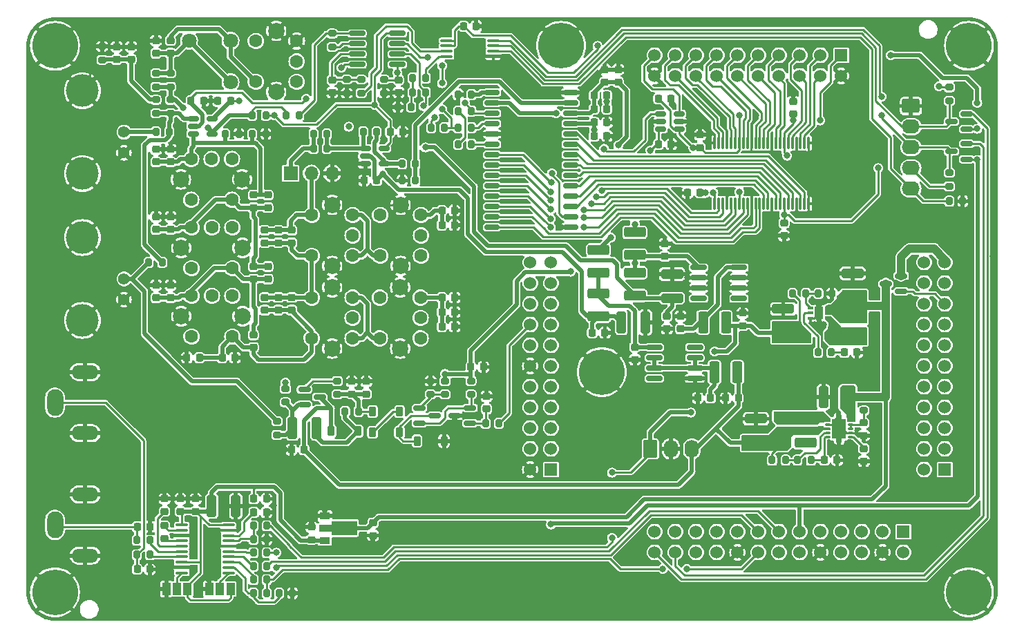
<source format=gtl>
G04 #@! TF.GenerationSoftware,KiCad,Pcbnew,7.0.9*
G04 #@! TF.CreationDate,2024-07-29T14:18:25+01:00*
G04 #@! TF.ProjectId,dacattac-alpha,64616361-7474-4616-932d-616c7068612e,rev?*
G04 #@! TF.SameCoordinates,Original*
G04 #@! TF.FileFunction,Copper,L1,Top*
G04 #@! TF.FilePolarity,Positive*
%FSLAX46Y46*%
G04 Gerber Fmt 4.6, Leading zero omitted, Abs format (unit mm)*
G04 Created by KiCad (PCBNEW 7.0.9) date 2024-07-29 14:18:25*
%MOMM*%
%LPD*%
G01*
G04 APERTURE LIST*
G04 Aperture macros list*
%AMRoundRect*
0 Rectangle with rounded corners*
0 $1 Rounding radius*
0 $2 $3 $4 $5 $6 $7 $8 $9 X,Y pos of 4 corners*
0 Add a 4 corners polygon primitive as box body*
4,1,4,$2,$3,$4,$5,$6,$7,$8,$9,$2,$3,0*
0 Add four circle primitives for the rounded corners*
1,1,$1+$1,$2,$3*
1,1,$1+$1,$4,$5*
1,1,$1+$1,$6,$7*
1,1,$1+$1,$8,$9*
0 Add four rect primitives between the rounded corners*
20,1,$1+$1,$2,$3,$4,$5,0*
20,1,$1+$1,$4,$5,$6,$7,0*
20,1,$1+$1,$6,$7,$8,$9,0*
20,1,$1+$1,$8,$9,$2,$3,0*%
%AMFreePoly0*
4,1,9,3.862500,-0.866500,0.737500,-0.866500,0.737500,-0.450000,-0.737500,-0.450000,-0.737500,0.450000,0.737500,0.450000,0.737500,0.866500,3.862500,0.866500,3.862500,-0.866500,3.862500,-0.866500,$1*%
%AMFreePoly1*
4,1,45,-0.121464,1.703536,-0.120000,1.700000,-0.120000,1.205000,0.120000,1.205000,0.120000,1.700000,0.121464,1.703536,0.125000,1.705000,0.375000,1.705000,0.378536,1.703536,0.380000,1.700000,0.380000,1.205000,0.825000,1.205000,0.828536,1.203536,0.830000,1.200000,0.830000,-1.200000,0.828536,-1.203536,0.825000,-1.205000,0.380000,-1.205000,0.380000,-1.700000,0.378536,-1.703536,
0.375000,-1.705000,0.125000,-1.705000,0.121464,-1.703536,0.120000,-1.700000,0.120000,-1.205000,-0.120000,-1.205000,-0.120000,-1.700000,-0.121464,-1.703536,-0.125000,-1.705000,-0.375000,-1.705000,-0.378536,-1.703536,-0.380000,-1.700000,-0.380000,-1.205000,-0.825000,-1.205000,-0.828536,-1.203536,-0.830000,-1.200000,-0.830000,1.200000,-0.828536,1.203536,-0.825000,1.205000,-0.380000,1.205000,
-0.380000,1.700000,-0.378536,1.703536,-0.375000,1.705000,-0.125000,1.705000,-0.121464,1.703536,-0.121464,1.703536,$1*%
G04 Aperture macros list end*
G04 #@! TA.AperFunction,SMDPad,CuDef*
%ADD10RoundRect,0.225000X-0.375000X0.225000X-0.375000X-0.225000X0.375000X-0.225000X0.375000X0.225000X0*%
G04 #@! TD*
G04 #@! TA.AperFunction,SMDPad,CuDef*
%ADD11RoundRect,0.225000X-0.250000X0.225000X-0.250000X-0.225000X0.250000X-0.225000X0.250000X0.225000X0*%
G04 #@! TD*
G04 #@! TA.AperFunction,SMDPad,CuDef*
%ADD12RoundRect,0.225000X0.225000X0.250000X-0.225000X0.250000X-0.225000X-0.250000X0.225000X-0.250000X0*%
G04 #@! TD*
G04 #@! TA.AperFunction,SMDPad,CuDef*
%ADD13RoundRect,0.200000X0.200000X0.275000X-0.200000X0.275000X-0.200000X-0.275000X0.200000X-0.275000X0*%
G04 #@! TD*
G04 #@! TA.AperFunction,SMDPad,CuDef*
%ADD14RoundRect,0.225000X0.250000X-0.225000X0.250000X0.225000X-0.250000X0.225000X-0.250000X-0.225000X0*%
G04 #@! TD*
G04 #@! TA.AperFunction,SMDPad,CuDef*
%ADD15RoundRect,0.200000X0.275000X-0.200000X0.275000X0.200000X-0.275000X0.200000X-0.275000X-0.200000X0*%
G04 #@! TD*
G04 #@! TA.AperFunction,ComponentPad*
%ADD16C,1.600000*%
G04 #@! TD*
G04 #@! TA.AperFunction,ComponentPad*
%ADD17C,2.000000*%
G04 #@! TD*
G04 #@! TA.AperFunction,SMDPad,CuDef*
%ADD18RoundRect,0.250000X0.325000X1.100000X-0.325000X1.100000X-0.325000X-1.100000X0.325000X-1.100000X0*%
G04 #@! TD*
G04 #@! TA.AperFunction,SMDPad,CuDef*
%ADD19RoundRect,0.225000X-0.225000X-0.250000X0.225000X-0.250000X0.225000X0.250000X-0.225000X0.250000X0*%
G04 #@! TD*
G04 #@! TA.AperFunction,SMDPad,CuDef*
%ADD20RoundRect,0.150000X0.512500X0.150000X-0.512500X0.150000X-0.512500X-0.150000X0.512500X-0.150000X0*%
G04 #@! TD*
G04 #@! TA.AperFunction,SMDPad,CuDef*
%ADD21RoundRect,0.200000X-0.275000X0.200000X-0.275000X-0.200000X0.275000X-0.200000X0.275000X0.200000X0*%
G04 #@! TD*
G04 #@! TA.AperFunction,SMDPad,CuDef*
%ADD22RoundRect,0.100000X-0.637500X-0.100000X0.637500X-0.100000X0.637500X0.100000X-0.637500X0.100000X0*%
G04 #@! TD*
G04 #@! TA.AperFunction,SMDPad,CuDef*
%ADD23RoundRect,0.200000X-0.200000X-0.275000X0.200000X-0.275000X0.200000X0.275000X-0.200000X0.275000X0*%
G04 #@! TD*
G04 #@! TA.AperFunction,ComponentPad*
%ADD24RoundRect,0.250000X-0.845000X0.620000X-0.845000X-0.620000X0.845000X-0.620000X0.845000X0.620000X0*%
G04 #@! TD*
G04 #@! TA.AperFunction,ComponentPad*
%ADD25O,2.190000X1.740000*%
G04 #@! TD*
G04 #@! TA.AperFunction,SMDPad,CuDef*
%ADD26RoundRect,0.150000X-0.825000X-0.150000X0.825000X-0.150000X0.825000X0.150000X-0.825000X0.150000X0*%
G04 #@! TD*
G04 #@! TA.AperFunction,ComponentPad*
%ADD27R,1.524000X1.524000*%
G04 #@! TD*
G04 #@! TA.AperFunction,ComponentPad*
%ADD28C,1.524000*%
G04 #@! TD*
G04 #@! TA.AperFunction,SMDPad,CuDef*
%ADD29RoundRect,0.250000X1.100000X-0.325000X1.100000X0.325000X-1.100000X0.325000X-1.100000X-0.325000X0*%
G04 #@! TD*
G04 #@! TA.AperFunction,SMDPad,CuDef*
%ADD30RoundRect,0.150000X0.587500X0.150000X-0.587500X0.150000X-0.587500X-0.150000X0.587500X-0.150000X0*%
G04 #@! TD*
G04 #@! TA.AperFunction,SMDPad,CuDef*
%ADD31RoundRect,0.250000X1.075000X-0.375000X1.075000X0.375000X-1.075000X0.375000X-1.075000X-0.375000X0*%
G04 #@! TD*
G04 #@! TA.AperFunction,SMDPad,CuDef*
%ADD32R,1.000000X1.500000*%
G04 #@! TD*
G04 #@! TA.AperFunction,SMDPad,CuDef*
%ADD33RoundRect,0.075000X0.075000X-0.662500X0.075000X0.662500X-0.075000X0.662500X-0.075000X-0.662500X0*%
G04 #@! TD*
G04 #@! TA.AperFunction,SMDPad,CuDef*
%ADD34RoundRect,0.225000X-0.225000X-0.375000X0.225000X-0.375000X0.225000X0.375000X-0.225000X0.375000X0*%
G04 #@! TD*
G04 #@! TA.AperFunction,ComponentPad*
%ADD35O,2.000000X3.300000*%
G04 #@! TD*
G04 #@! TA.AperFunction,ComponentPad*
%ADD36O,3.300000X1.700000*%
G04 #@! TD*
G04 #@! TA.AperFunction,SMDPad,CuDef*
%ADD37R,1.300000X0.900000*%
G04 #@! TD*
G04 #@! TA.AperFunction,SMDPad,CuDef*
%ADD38FreePoly0,0.000000*%
G04 #@! TD*
G04 #@! TA.AperFunction,ComponentPad*
%ADD39C,0.600000*%
G04 #@! TD*
G04 #@! TA.AperFunction,ComponentPad*
%ADD40C,5.600000*%
G04 #@! TD*
G04 #@! TA.AperFunction,SMDPad,CuDef*
%ADD41RoundRect,0.150000X-0.587500X-0.150000X0.587500X-0.150000X0.587500X0.150000X-0.587500X0.150000X0*%
G04 #@! TD*
G04 #@! TA.AperFunction,SMDPad,CuDef*
%ADD42RoundRect,0.150000X-0.750000X-0.150000X0.750000X-0.150000X0.750000X0.150000X-0.750000X0.150000X0*%
G04 #@! TD*
G04 #@! TA.AperFunction,SMDPad,CuDef*
%ADD43RoundRect,0.250000X-1.075000X0.375000X-1.075000X-0.375000X1.075000X-0.375000X1.075000X0.375000X0*%
G04 #@! TD*
G04 #@! TA.AperFunction,SMDPad,CuDef*
%ADD44RoundRect,0.250000X-0.325000X-1.100000X0.325000X-1.100000X0.325000X1.100000X-0.325000X1.100000X0*%
G04 #@! TD*
G04 #@! TA.AperFunction,ComponentPad*
%ADD45C,1.400000*%
G04 #@! TD*
G04 #@! TA.AperFunction,ComponentPad*
%ADD46C,4.000000*%
G04 #@! TD*
G04 #@! TA.AperFunction,SMDPad,CuDef*
%ADD47RoundRect,0.030000X0.270000X0.090000X-0.270000X0.090000X-0.270000X-0.090000X0.270000X-0.090000X0*%
G04 #@! TD*
G04 #@! TA.AperFunction,SMDPad,CuDef*
%ADD48FreePoly1,180.000000*%
G04 #@! TD*
G04 #@! TA.AperFunction,ComponentPad*
%ADD49RoundRect,0.250000X-0.620000X-0.845000X0.620000X-0.845000X0.620000X0.845000X-0.620000X0.845000X0*%
G04 #@! TD*
G04 #@! TA.AperFunction,ComponentPad*
%ADD50O,1.740000X2.190000*%
G04 #@! TD*
G04 #@! TA.AperFunction,SMDPad,CuDef*
%ADD51RoundRect,0.150000X-0.512500X-0.150000X0.512500X-0.150000X0.512500X0.150000X-0.512500X0.150000X0*%
G04 #@! TD*
G04 #@! TA.AperFunction,SMDPad,CuDef*
%ADD52RoundRect,0.250000X0.375000X1.075000X-0.375000X1.075000X-0.375000X-1.075000X0.375000X-1.075000X0*%
G04 #@! TD*
G04 #@! TA.AperFunction,ComponentPad*
%ADD53R,1.700000X1.700000*%
G04 #@! TD*
G04 #@! TA.AperFunction,ComponentPad*
%ADD54O,1.700000X1.700000*%
G04 #@! TD*
G04 #@! TA.AperFunction,SMDPad,CuDef*
%ADD55R,0.650000X0.320000*%
G04 #@! TD*
G04 #@! TA.AperFunction,SMDPad,CuDef*
%ADD56R,1.000000X1.600000*%
G04 #@! TD*
G04 #@! TA.AperFunction,ComponentPad*
%ADD57C,1.800000*%
G04 #@! TD*
G04 #@! TA.AperFunction,SMDPad,CuDef*
%ADD58RoundRect,0.225000X0.225000X0.375000X-0.225000X0.375000X-0.225000X-0.375000X0.225000X-0.375000X0*%
G04 #@! TD*
G04 #@! TA.AperFunction,ViaPad*
%ADD59C,0.800000*%
G04 #@! TD*
G04 #@! TA.AperFunction,Conductor*
%ADD60C,0.250000*%
G04 #@! TD*
G04 #@! TA.AperFunction,Conductor*
%ADD61C,0.500000*%
G04 #@! TD*
G04 #@! TA.AperFunction,Conductor*
%ADD62C,1.000000*%
G04 #@! TD*
G04 APERTURE END LIST*
D10*
G04 #@! TO.P,D2,1,K*
G04 #@! TO.N,Net-(D2-K)*
X172659000Y-113356000D03*
G04 #@! TO.P,D2,2,A*
G04 #@! TO.N,-8V*
X172659000Y-116656000D03*
G04 #@! TD*
D11*
G04 #@! TO.P,C19,1*
G04 #@! TO.N,Net-(JP1-C)*
X111064000Y-90350000D03*
G04 #@! TO.P,C19,2*
G04 #@! TO.N,Net-(C18-Pad2)*
X111064000Y-91900000D03*
G04 #@! TD*
D12*
G04 #@! TO.P,C88,1*
G04 #@! TO.N,GND*
X151095000Y-102936000D03*
G04 #@! TO.P,C88,2*
G04 #@! TO.N,-5VA*
X149545000Y-102936000D03*
G04 #@! TD*
D13*
G04 #@! TO.P,R8,1*
G04 #@! TO.N,Net-(U4-REF_IN)*
X134749000Y-79822000D03*
G04 #@! TO.P,R8,2*
G04 #@! TO.N,Net-(R8-Pad2)*
X133099000Y-79822000D03*
G04 #@! TD*
G04 #@! TO.P,R17,1*
G04 #@! TO.N,VIDEO*
X97729000Y-78298000D03*
G04 #@! TO.P,R17,2*
G04 #@! TO.N,Net-(J2-In)*
X96079000Y-78298000D03*
G04 #@! TD*
D14*
G04 #@! TO.P,C17,1*
G04 #@! TO.N,Net-(U4-VEE)*
X151069000Y-72202000D03*
G04 #@! TO.P,C17,2*
G04 #@! TO.N,GND*
X151069000Y-70652000D03*
G04 #@! TD*
G04 #@! TO.P,C37,1*
G04 #@! TO.N,Net-(C34-Pad2)*
X109794000Y-96358000D03*
G04 #@! TO.P,C37,2*
G04 #@! TO.N,Net-(C37-Pad2)*
X109794000Y-94808000D03*
G04 #@! TD*
D12*
G04 #@! TO.P,C13,1*
G04 #@! TO.N,GND*
X151336000Y-77155000D03*
G04 #@! TO.P,C13,2*
G04 #@! TO.N,Net-(U4-VCC)*
X149786000Y-77155000D03*
G04 #@! TD*
D13*
G04 #@! TO.P,R19,1*
G04 #@! TO.N,Net-(R19-Pad1)*
X113667000Y-76266000D03*
G04 #@! TO.P,R19,2*
G04 #@! TO.N,Net-(U7--)*
X112017000Y-76266000D03*
G04 #@! TD*
D15*
G04 #@! TO.P,R62,1*
G04 #@! TO.N,+5V*
X193294000Y-84965000D03*
G04 #@! TO.P,R62,2*
G04 #@! TO.N,DA_SDA*
X193294000Y-83315000D03*
G04 #@! TD*
D16*
G04 #@! TO.P,L8,1,1*
G04 #@! TO.N,Net-(C29-Pad2)*
X115168000Y-103618000D03*
G04 #@! TO.P,L8,2,2*
G04 #@! TO.N,Net-(L10-Pad1)*
X120168000Y-103618000D03*
G04 #@! TO.P,L8,3*
G04 #@! TO.N,N/C*
X120168000Y-101118000D03*
G04 #@! TO.P,L8,4,4*
G04 #@! TO.N,Net-(L10-Pad1)*
X120168000Y-98618000D03*
G04 #@! TO.P,L8,5,5*
G04 #@! TO.N,Net-(C18-Pad2)*
X115168000Y-98618000D03*
D17*
G04 #@! TO.P,L8,6,6*
G04 #@! TO.N,GND*
X117668000Y-104868000D03*
X117668000Y-97368000D03*
G04 #@! TD*
D18*
G04 #@! TO.P,C68,1*
G04 #@! TO.N,VIN*
X180816000Y-110810000D03*
G04 #@! TO.P,C68,2*
G04 #@! TO.N,GND*
X177866000Y-110810000D03*
G04 #@! TD*
D19*
G04 #@! TO.P,C66,1*
G04 #@! TO.N,Net-(U11-VREF)*
X177993000Y-118557000D03*
G04 #@! TO.P,C66,2*
G04 #@! TO.N,GND*
X179543000Y-118557000D03*
G04 #@! TD*
D20*
G04 #@! TO.P,U3,1,VCCA*
G04 #@! TO.N,+3.3V_HACKRF*
X160202000Y-77978000D03*
G04 #@! TO.P,U3,2,GND*
G04 #@! TO.N,GND*
X160202000Y-77028000D03*
G04 #@! TO.P,U3,3,A*
G04 #@! TO.N,/video-misc/LCLK*
X160202000Y-76078000D03*
G04 #@! TO.P,U3,4,B*
G04 #@! TO.N,DAC_CLK*
X157927000Y-76078000D03*
G04 #@! TO.P,U3,5,DIR*
G04 #@! TO.N,GND*
X157927000Y-77028000D03*
G04 #@! TO.P,U3,6,VCCB*
G04 #@! TO.N,+5V*
X157927000Y-77978000D03*
G04 #@! TD*
D21*
G04 #@! TO.P,R24,1*
G04 #@! TO.N,Net-(U7--)*
X97856000Y-74362000D03*
G04 #@! TO.P,R24,2*
G04 #@! TO.N,VIDEO*
X97856000Y-76012000D03*
G04 #@! TD*
D11*
G04 #@! TO.P,C67,1*
G04 #@! TO.N,Net-(U11-EN)*
X182819000Y-113985000D03*
G04 #@! TO.P,C67,2*
G04 #@! TO.N,GND*
X182819000Y-115535000D03*
G04 #@! TD*
D22*
G04 #@! TO.P,U9,1,CPVDD*
G04 #@! TO.N,+3.3VDAC*
X99243000Y-126513000D03*
G04 #@! TO.P,U9,2,CAPP*
G04 #@! TO.N,Net-(U9-CAPP)*
X99243000Y-127163000D03*
G04 #@! TO.P,U9,3,CPGND*
G04 #@! TO.N,GND*
X99243000Y-127813000D03*
G04 #@! TO.P,U9,4,CAPM*
G04 #@! TO.N,Net-(U9-CAPM)*
X99243000Y-128463000D03*
G04 #@! TO.P,U9,5,VNEG*
G04 #@! TO.N,Net-(U9-VNEG)*
X99243000Y-129113000D03*
G04 #@! TO.P,U9,6,OUTL*
G04 #@! TO.N,Net-(U9-OUTL)*
X99243000Y-129763000D03*
G04 #@! TO.P,U9,7,OUTR*
G04 #@! TO.N,Net-(U9-OUTR)*
X99243000Y-130413000D03*
G04 #@! TO.P,U9,8,AVDD*
G04 #@! TO.N,+3.3VDAC*
X99243000Y-131063000D03*
G04 #@! TO.P,U9,9,AGND*
G04 #@! TO.N,GND*
X99243000Y-131713000D03*
G04 #@! TO.P,U9,10,DEMP*
G04 #@! TO.N,Net-(JP3-C)*
X99243000Y-132363000D03*
G04 #@! TO.P,U9,11,FLT*
G04 #@! TO.N,Net-(JP2-C)*
X104968000Y-132363000D03*
G04 #@! TO.P,U9,12,SCK*
G04 #@! TO.N,Net-(U9-SCK)*
X104968000Y-131713000D03*
G04 #@! TO.P,U9,13,BCK*
G04 #@! TO.N,Net-(U9-BCK)*
X104968000Y-131063000D03*
G04 #@! TO.P,U9,14,DIN*
G04 #@! TO.N,Net-(U9-DIN)*
X104968000Y-130413000D03*
G04 #@! TO.P,U9,15,LRCK*
G04 #@! TO.N,Net-(U9-LRCK)*
X104968000Y-129763000D03*
G04 #@! TO.P,U9,16,FMT*
G04 #@! TO.N,GND*
X104968000Y-129113000D03*
G04 #@! TO.P,U9,17,XSMT*
G04 #@! TO.N,Net-(U9-XSMT)*
X104968000Y-128463000D03*
G04 #@! TO.P,U9,18,LDOO*
G04 #@! TO.N,Net-(U9-LDOO)*
X104968000Y-127813000D03*
G04 #@! TO.P,U9,19,DGND*
G04 #@! TO.N,GND*
X104968000Y-127163000D03*
G04 #@! TO.P,U9,20,DVDD*
G04 #@! TO.N,+3.3VDAC*
X104968000Y-126513000D03*
G04 #@! TD*
D11*
G04 #@! TO.P,C29,1*
G04 #@! TO.N,Net-(C18-Pad2)*
X109413000Y-98605000D03*
G04 #@! TO.P,C29,2*
G04 #@! TO.N,Net-(C29-Pad2)*
X109413000Y-100155000D03*
G04 #@! TD*
D14*
G04 #@! TO.P,C70,1*
G04 #@! TO.N,Net-(U7-+)*
X97856000Y-81981000D03*
G04 #@! TO.P,C70,2*
G04 #@! TO.N,GND*
X97856000Y-80431000D03*
G04 #@! TD*
G04 #@! TO.P,C50,1*
G04 #@! TO.N,Net-(C47-Pad1)*
X93030000Y-69421000D03*
G04 #@! TO.P,C50,2*
G04 #@! TO.N,GND*
X93030000Y-67871000D03*
G04 #@! TD*
D23*
G04 #@! TO.P,R39,1*
G04 #@! TO.N,Net-(U2-FB)*
X177260000Y-98110000D03*
G04 #@! TO.P,R39,2*
G04 #@! TO.N,GND*
X178910000Y-98110000D03*
G04 #@! TD*
D14*
G04 #@! TO.P,C40,1*
G04 #@! TO.N,Net-(C37-Pad2)*
X96078000Y-90262000D03*
G04 #@! TO.P,C40,2*
G04 #@! TO.N,GND*
X96078000Y-88712000D03*
G04 #@! TD*
D19*
G04 #@! TO.P,C7,1*
G04 #@! TO.N,+5V*
X133771000Y-65344000D03*
G04 #@! TO.P,C7,2*
G04 #@! TO.N,GND*
X135321000Y-65344000D03*
G04 #@! TD*
D14*
G04 #@! TO.P,C58,1*
G04 #@! TO.N,+3.3VDAC*
X99063000Y-124851000D03*
G04 #@! TO.P,C58,2*
G04 #@! TO.N,GND*
X99063000Y-123301000D03*
G04 #@! TD*
D13*
G04 #@! TO.P,R41,1*
G04 #@! TO.N,Net-(U11-FB)*
X173230000Y-118557000D03*
G04 #@! TO.P,R41,2*
G04 #@! TO.N,-8V*
X171580000Y-118557000D03*
G04 #@! TD*
D12*
G04 #@! TO.P,C14,1*
G04 #@! TO.N,Net-(U4-NR)*
X151323000Y-73853000D03*
G04 #@! TO.P,C14,2*
G04 #@! TO.N,Net-(U4-VEE)*
X149773000Y-73853000D03*
G04 #@! TD*
D24*
G04 #@! TO.P,J6,1,Pin_1*
G04 #@! TO.N,GND*
X188595000Y-75123000D03*
D25*
G04 #@! TO.P,J6,2,Pin_2*
G04 #@! TO.N,DA_SCL*
X188595000Y-77663000D03*
G04 #@! TO.P,J6,3,Pin_3*
G04 #@! TO.N,DA_SDA*
X188595000Y-80203000D03*
G04 #@! TO.P,J6,4,Pin_4*
G04 #@! TO.N,+5V*
X188595000Y-82743000D03*
G04 #@! TO.P,J6,5,Pin_5*
G04 #@! TO.N,DA_HVC*
X188595000Y-85283000D03*
G04 #@! TD*
D23*
G04 #@! TO.P,R33,1*
G04 #@! TO.N,Net-(U9-XSMT)*
X108017000Y-128254000D03*
G04 #@! TO.P,R33,2*
G04 #@! TO.N,GND*
X109667000Y-128254000D03*
G04 #@! TD*
D26*
G04 #@! TO.P,U13,1,OUT*
G04 #@! TO.N,+5V*
X162564000Y-94935000D03*
G04 #@! TO.P,U13,2,GND*
G04 #@! TO.N,GND*
X162564000Y-96205000D03*
G04 #@! TO.P,U13,3,GND*
X162564000Y-97475000D03*
G04 #@! TO.P,U13,4,NC*
G04 #@! TO.N,unconnected-(U13-NC-Pad4)*
X162564000Y-98745000D03*
G04 #@! TO.P,U13,5,NC*
G04 #@! TO.N,unconnected-(U13-NC-Pad5)*
X167514000Y-98745000D03*
G04 #@! TO.P,U13,6,GND*
G04 #@! TO.N,GND*
X167514000Y-97475000D03*
G04 #@! TO.P,U13,7,GND*
X167514000Y-96205000D03*
G04 #@! TO.P,U13,8,IN*
G04 #@! TO.N,Net-(U13-IN)*
X167514000Y-94935000D03*
G04 #@! TD*
D21*
G04 #@! TO.P,R48,1*
G04 #@! TO.N,Net-(Q6-B)*
X118303000Y-108842000D03*
G04 #@! TO.P,R48,2*
G04 #@! TO.N,Net-(D6-K)*
X118303000Y-110492000D03*
G04 #@! TD*
D27*
G04 #@! TO.P,P20,1,Pin_1*
G04 #@! TO.N,unconnected-(P20-Pin_1-Pad1)*
X192740000Y-119699800D03*
D28*
G04 #@! TO.P,P20,2,Pin_2*
G04 #@! TO.N,unconnected-(P20-Pin_2-Pad2)*
X190200000Y-119699800D03*
G04 #@! TO.P,P20,3,Pin_3*
G04 #@! TO.N,unconnected-(P20-Pin_3-Pad3)*
X192740000Y-117159800D03*
G04 #@! TO.P,P20,4,Pin_4*
G04 #@! TO.N,unconnected-(P20-Pin_4-Pad4)*
X190200000Y-117159800D03*
G04 #@! TO.P,P20,5,Pin_5*
G04 #@! TO.N,unconnected-(P20-Pin_5-Pad5)*
X192740000Y-114619800D03*
G04 #@! TO.P,P20,6,Pin_6*
G04 #@! TO.N,unconnected-(P20-Pin_6-Pad6)*
X190200000Y-114619800D03*
G04 #@! TO.P,P20,7,Pin_7*
G04 #@! TO.N,unconnected-(P20-Pin_7-Pad7)*
X192740000Y-112079800D03*
G04 #@! TO.P,P20,8,Pin_8*
G04 #@! TO.N,unconnected-(P20-Pin_8-Pad8)*
X190200000Y-112079800D03*
G04 #@! TO.P,P20,9,Pin_9*
G04 #@! TO.N,unconnected-(P20-Pin_9-Pad9)*
X192740000Y-109539800D03*
G04 #@! TO.P,P20,10,Pin_10*
G04 #@! TO.N,unconnected-(P20-Pin_10-Pad10)*
X190200000Y-109539800D03*
G04 #@! TO.P,P20,11,Pin_11*
G04 #@! TO.N,unconnected-(P20-Pin_11-Pad11)*
X192740000Y-106999800D03*
G04 #@! TO.P,P20,12,Pin_12*
G04 #@! TO.N,unconnected-(P20-Pin_12-Pad12)*
X190200000Y-106999800D03*
G04 #@! TO.P,P20,13,Pin_13*
G04 #@! TO.N,unconnected-(P20-Pin_13-Pad13)*
X192740000Y-104459800D03*
G04 #@! TO.P,P20,14,Pin_14*
G04 #@! TO.N,unconnected-(P20-Pin_14-Pad14)*
X190200000Y-104459800D03*
G04 #@! TO.P,P20,15,Pin_15*
G04 #@! TO.N,unconnected-(P20-Pin_15-Pad15)*
X192740000Y-101919800D03*
G04 #@! TO.P,P20,16,Pin_16*
G04 #@! TO.N,unconnected-(P20-Pin_16-Pad16)*
X190200000Y-101919800D03*
G04 #@! TO.P,P20,17,Pin_17*
G04 #@! TO.N,/power/VBUSCTRL*
X192740000Y-99379800D03*
G04 #@! TO.P,P20,18,Pin_18*
G04 #@! TO.N,unconnected-(P20-Pin_18-Pad18)*
X190200000Y-99379800D03*
G04 #@! TO.P,P20,19,Pin_19*
G04 #@! TO.N,unconnected-(P20-Pin_19-Pad19)*
X192740000Y-96839800D03*
G04 #@! TO.P,P20,20,Pin_20*
G04 #@! TO.N,unconnected-(P20-Pin_20-Pad20)*
X190200000Y-96839800D03*
G04 #@! TO.P,P20,21,Pin_21*
G04 #@! TO.N,/power/VBUS*
X192740000Y-94299800D03*
G04 #@! TO.P,P20,22,Pin_22*
G04 #@! TO.N,unconnected-(P20-Pin_22-Pad22)*
X190200000Y-94299800D03*
G04 #@! TD*
D29*
G04 #@! TO.P,C63,1*
G04 #@! TO.N,+8V*
X172942000Y-102965000D03*
G04 #@! TO.P,C63,2*
G04 #@! TO.N,GND*
X172942000Y-100015000D03*
G04 #@! TD*
D19*
G04 #@! TO.P,C6,1*
G04 #@! TO.N,+5V*
X157660000Y-79822000D03*
G04 #@! TO.P,C6,2*
G04 #@! TO.N,GND*
X159210000Y-79822000D03*
G04 #@! TD*
D11*
G04 #@! TO.P,C65,1*
G04 #@! TO.N,Net-(U11-COMP)*
X182819000Y-117134000D03*
G04 #@! TO.P,C65,2*
G04 #@! TO.N,GND*
X182819000Y-118684000D03*
G04 #@! TD*
D19*
G04 #@! TO.P,C52,1*
G04 #@! TO.N,Net-(J4-IN1)*
X93780000Y-126730000D03*
G04 #@! TO.P,C52,2*
G04 #@! TO.N,GND*
X95330000Y-126730000D03*
G04 #@! TD*
D14*
G04 #@! TO.P,C34,1*
G04 #@! TO.N,Net-(C29-Pad2)*
X108016000Y-104740000D03*
G04 #@! TO.P,C34,2*
G04 #@! TO.N,Net-(C34-Pad2)*
X108016000Y-103190000D03*
G04 #@! TD*
D30*
G04 #@! TO.P,Q1,1,G*
G04 #@! TO.N,+3.3V_HACKRF*
X195423000Y-81661000D03*
G04 #@! TO.P,Q1,2,S*
G04 #@! TO.N,/audio/SDA*
X195423000Y-79761000D03*
G04 #@! TO.P,Q1,3,D*
G04 #@! TO.N,DA_SDA*
X193548000Y-80711000D03*
G04 #@! TD*
D11*
G04 #@! TO.P,C30,1*
G04 #@! TO.N,Net-(C18-Pad2)*
X111064000Y-98605000D03*
G04 #@! TO.P,C30,2*
G04 #@! TO.N,Net-(C29-Pad2)*
X111064000Y-100155000D03*
G04 #@! TD*
D23*
G04 #@! TO.P,R15,1*
G04 #@! TO.N,Net-(U7-+)*
X104588000Y-78552000D03*
G04 #@! TO.P,R15,2*
G04 #@! TO.N,GND*
X106238000Y-78552000D03*
G04 #@! TD*
D14*
G04 #@! TO.P,C16,1*
G04 #@! TO.N,Net-(U4-VEE)*
X152720000Y-72202000D03*
G04 #@! TO.P,C16,2*
G04 #@! TO.N,GND*
X152720000Y-70652000D03*
G04 #@! TD*
D23*
G04 #@! TO.P,R6,1*
G04 #@! TO.N,GND*
X125733000Y-75250000D03*
G04 #@! TO.P,R6,2*
G04 #@! TO.N,Net-(R2-Pad1)*
X127383000Y-75250000D03*
G04 #@! TD*
D12*
G04 #@! TO.P,C22,1*
G04 #@! TO.N,-5VA*
X123129000Y-84267000D03*
G04 #@! TO.P,C22,2*
G04 #@! TO.N,GND*
X121579000Y-84267000D03*
G04 #@! TD*
D19*
G04 #@! TO.P,C28,1*
G04 #@! TO.N,Net-(C26-Pad1)*
X131130000Y-102174000D03*
G04 #@! TO.P,C28,2*
G04 #@! TO.N,GND*
X132680000Y-102174000D03*
G04 #@! TD*
D11*
G04 #@! TO.P,C53,1*
G04 #@! TO.N,Net-(U9-CAPP)*
X97158000Y-126603000D03*
G04 #@! TO.P,C53,2*
G04 #@! TO.N,Net-(U9-CAPM)*
X97158000Y-128153000D03*
G04 #@! TD*
D12*
G04 #@! TO.P,C3,1*
G04 #@! TO.N,+5V*
X162766000Y-85791000D03*
G04 #@! TO.P,C3,2*
G04 #@! TO.N,GND*
X161216000Y-85791000D03*
G04 #@! TD*
D14*
G04 #@! TO.P,C1,1*
G04 #@! TO.N,+3.3V_HACKRF*
X174183000Y-76139000D03*
G04 #@! TO.P,C1,2*
G04 #@! TO.N,GND*
X174183000Y-74589000D03*
G04 #@! TD*
D23*
G04 #@! TO.P,R5,1*
G04 #@! TO.N,Net-(U6B--)*
X129797000Y-77790000D03*
G04 #@! TO.P,R5,2*
G04 #@! TO.N,Net-(R4-Pad2)*
X131447000Y-77790000D03*
G04 #@! TD*
D14*
G04 #@! TO.P,C69,1*
G04 #@! TO.N,Net-(U7-+)*
X96078000Y-81981000D03*
G04 #@! TO.P,C69,2*
G04 #@! TO.N,GND*
X96078000Y-80431000D03*
G04 #@! TD*
G04 #@! TO.P,C47,1*
G04 #@! TO.N,Net-(C47-Pad1)*
X91252000Y-69421000D03*
G04 #@! TO.P,C47,2*
G04 #@! TO.N,GND*
X91252000Y-67871000D03*
G04 #@! TD*
D13*
G04 #@! TO.P,R36,1*
G04 #@! TO.N,/audio/I2S_SCK*
X109667000Y-134858000D03*
G04 #@! TO.P,R36,2*
G04 #@! TO.N,Net-(U9-SCK)*
X108017000Y-134858000D03*
G04 #@! TD*
D19*
G04 #@! TO.P,C74,1*
G04 #@! TO.N,GND*
X162473000Y-110937000D03*
G04 #@! TO.P,C74,2*
G04 #@! TO.N,Net-(C74-Pad2)*
X164023000Y-110937000D03*
G04 #@! TD*
G04 #@! TO.P,C59,1*
G04 #@! TO.N,Net-(U9-LDOO)*
X108067000Y-124952000D03*
G04 #@! TO.P,C59,2*
G04 #@! TO.N,GND*
X109617000Y-124952000D03*
G04 #@! TD*
D31*
G04 #@! TO.P,L16,1,1*
G04 #@! TO.N,GND*
X175707000Y-116404000D03*
G04 #@! TO.P,L16,2,2*
G04 #@! TO.N,Net-(D2-K)*
X175707000Y-113604000D03*
G04 #@! TD*
D12*
G04 #@! TO.P,C32,1*
G04 #@! TO.N,Net-(C29-Pad2)*
X101412000Y-105984000D03*
G04 #@! TO.P,C32,2*
G04 #@! TO.N,GND*
X99862000Y-105984000D03*
G04 #@! TD*
D13*
G04 #@! TO.P,R12,1*
G04 #@! TO.N,Net-(U4-IOUTB)*
X127891000Y-84267000D03*
G04 #@! TO.P,R12,2*
G04 #@! TO.N,GND*
X126241000Y-84267000D03*
G04 #@! TD*
D32*
G04 #@! TO.P,JP3,1,A*
G04 #@! TO.N,GND*
X97352000Y-134350000D03*
G04 #@! TO.P,JP3,2,C*
G04 #@! TO.N,Net-(JP3-C)*
X98652000Y-134350000D03*
G04 #@! TO.P,JP3,3,B*
G04 #@! TO.N,+3.3VDAC*
X99952000Y-134350000D03*
G04 #@! TD*
D19*
G04 #@! TO.P,C24,1*
G04 #@! TO.N,Net-(C24-Pad1)*
X131117000Y-87950000D03*
G04 #@! TO.P,C24,2*
G04 #@! TO.N,GND*
X132667000Y-87950000D03*
G04 #@! TD*
D12*
G04 #@! TO.P,C12,1*
G04 #@! TO.N,GND*
X151336000Y-78806000D03*
G04 #@! TO.P,C12,2*
G04 #@! TO.N,Net-(U4-VCC)*
X149786000Y-78806000D03*
G04 #@! TD*
D11*
G04 #@! TO.P,C87,1*
G04 #@! TO.N,+5VA*
X158689000Y-100904000D03*
G04 #@! TO.P,C87,2*
G04 #@! TO.N,GND*
X158689000Y-102454000D03*
G04 #@! TD*
D14*
G04 #@! TO.P,C48,1*
G04 #@! TO.N,Net-(C46-Pad1)*
X96078000Y-68659000D03*
G04 #@! TO.P,C48,2*
G04 #@! TO.N,GND*
X96078000Y-67109000D03*
G04 #@! TD*
D29*
G04 #@! TO.P,C84,1*
G04 #@! TO.N,+5VA*
X159324000Y-98696000D03*
G04 #@! TO.P,C84,2*
G04 #@! TO.N,GND*
X159324000Y-95746000D03*
G04 #@! TD*
D14*
G04 #@! TO.P,C54,1*
G04 #@! TO.N,+3.3VDAC*
X100968000Y-124838000D03*
G04 #@! TO.P,C54,2*
G04 #@! TO.N,GND*
X100968000Y-123288000D03*
G04 #@! TD*
D33*
G04 #@! TO.P,U1,1,1DIR*
G04 #@! TO.N,+3.3V_HACKRF*
X164556000Y-87103500D03*
G04 #@! TO.P,U1,2,1B1*
G04 #@! TO.N,AD0*
X165056000Y-87103500D03*
G04 #@! TO.P,U1,3,1B2*
G04 #@! TO.N,AD1*
X165556000Y-87103500D03*
G04 #@! TO.P,U1,4,GND*
G04 #@! TO.N,GND*
X166056000Y-87103500D03*
G04 #@! TO.P,U1,5,1B3*
G04 #@! TO.N,AD2*
X166556000Y-87103500D03*
G04 #@! TO.P,U1,6,1B4*
G04 #@! TO.N,AD3*
X167056000Y-87103500D03*
G04 #@! TO.P,U1,7,VCCB*
G04 #@! TO.N,+5V*
X167556000Y-87103500D03*
G04 #@! TO.P,U1,8,1B5*
G04 #@! TO.N,AD4*
X168056000Y-87103500D03*
G04 #@! TO.P,U1,9,1B6*
G04 #@! TO.N,AD5*
X168556000Y-87103500D03*
G04 #@! TO.P,U1,10,GND*
G04 #@! TO.N,GND*
X169056000Y-87103500D03*
G04 #@! TO.P,U1,11,1B7*
G04 #@! TO.N,AD6*
X169556000Y-87103500D03*
G04 #@! TO.P,U1,12,1B8*
G04 #@! TO.N,AD7*
X170056000Y-87103500D03*
G04 #@! TO.P,U1,13,2B1*
G04 #@! TO.N,AD8*
X170556000Y-87103500D03*
G04 #@! TO.P,U1,14,2B2*
G04 #@! TO.N,AD9*
X171056000Y-87103500D03*
G04 #@! TO.P,U1,15,GND*
G04 #@! TO.N,GND*
X171556000Y-87103500D03*
G04 #@! TO.P,U1,16,2B3*
G04 #@! TO.N,AD10*
X172056000Y-87103500D03*
G04 #@! TO.P,U1,17,2B4*
G04 #@! TO.N,AD11*
X172556000Y-87103500D03*
G04 #@! TO.P,U1,18,VCCB*
G04 #@! TO.N,+5V*
X173056000Y-87103500D03*
G04 #@! TO.P,U1,19,2B5*
G04 #@! TO.N,AD12*
X173556000Y-87103500D03*
G04 #@! TO.P,U1,20,2B6*
G04 #@! TO.N,AD13*
X174056000Y-87103500D03*
G04 #@! TO.P,U1,21,GND*
G04 #@! TO.N,GND*
X174556000Y-87103500D03*
G04 #@! TO.P,U1,22,2B7*
G04 #@! TO.N,AD14*
X175056000Y-87103500D03*
G04 #@! TO.P,U1,23,2B8*
G04 #@! TO.N,AD15*
X175556000Y-87103500D03*
G04 #@! TO.P,U1,24,2DIR*
G04 #@! TO.N,GND*
X176056000Y-87103500D03*
G04 #@! TO.P,U1,25,2OE*
X176056000Y-79678500D03*
G04 #@! TO.P,U1,26,2A8*
G04 #@! TO.N,/video-misc/LAD15*
X175556000Y-79678500D03*
G04 #@! TO.P,U1,27,2A7*
G04 #@! TO.N,/video-misc/LAD14*
X175056000Y-79678500D03*
G04 #@! TO.P,U1,28,GND*
G04 #@! TO.N,GND*
X174556000Y-79678500D03*
G04 #@! TO.P,U1,29,2A6*
G04 #@! TO.N,/video-misc/LAD13*
X174056000Y-79678500D03*
G04 #@! TO.P,U1,30,2A5*
G04 #@! TO.N,/video-misc/LAD12*
X173556000Y-79678500D03*
G04 #@! TO.P,U1,31,VCCA*
G04 #@! TO.N,+3.3V_HACKRF*
X173056000Y-79678500D03*
G04 #@! TO.P,U1,32,2A4*
G04 #@! TO.N,/video-misc/LAD11*
X172556000Y-79678500D03*
G04 #@! TO.P,U1,33,2A3*
G04 #@! TO.N,/video-misc/LAD10*
X172056000Y-79678500D03*
G04 #@! TO.P,U1,34,GND*
G04 #@! TO.N,GND*
X171556000Y-79678500D03*
G04 #@! TO.P,U1,35,2A2*
G04 #@! TO.N,/video-misc/LAD9*
X171056000Y-79678500D03*
G04 #@! TO.P,U1,36,2A1*
G04 #@! TO.N,/video-misc/LAD8*
X170556000Y-79678500D03*
G04 #@! TO.P,U1,37,1A8*
G04 #@! TO.N,/video-misc/LAD7*
X170056000Y-79678500D03*
G04 #@! TO.P,U1,38,1A7*
G04 #@! TO.N,/video-misc/LAD6*
X169556000Y-79678500D03*
G04 #@! TO.P,U1,39,GND*
G04 #@! TO.N,GND*
X169056000Y-79678500D03*
G04 #@! TO.P,U1,40,1A6*
G04 #@! TO.N,/video-misc/LAD5*
X168556000Y-79678500D03*
G04 #@! TO.P,U1,41,1A5*
G04 #@! TO.N,/video-misc/LAD4*
X168056000Y-79678500D03*
G04 #@! TO.P,U1,42,VCCA*
G04 #@! TO.N,+3.3V_HACKRF*
X167556000Y-79678500D03*
G04 #@! TO.P,U1,43,1A4*
G04 #@! TO.N,/video-misc/LAD3*
X167056000Y-79678500D03*
G04 #@! TO.P,U1,44,1A3*
G04 #@! TO.N,/video-misc/LAD2*
X166556000Y-79678500D03*
G04 #@! TO.P,U1,45,GND*
G04 #@! TO.N,GND*
X166056000Y-79678500D03*
G04 #@! TO.P,U1,46,1A2*
G04 #@! TO.N,/video-misc/LAD1*
X165556000Y-79678500D03*
G04 #@! TO.P,U1,47,1A1*
G04 #@! TO.N,/video-misc/LAD0*
X165056000Y-79678500D03*
G04 #@! TO.P,U1,48,1OE*
G04 #@! TO.N,GND*
X164556000Y-79678500D03*
G04 #@! TD*
D11*
G04 #@! TO.P,C20,1*
G04 #@! TO.N,Net-(JP1-C)*
X109413000Y-90350000D03*
G04 #@! TO.P,C20,2*
G04 #@! TO.N,Net-(C18-Pad2)*
X109413000Y-91900000D03*
G04 #@! TD*
D34*
G04 #@! TO.P,D5,1,K*
G04 #@! TO.N,-8V*
X117542000Y-115001000D03*
G04 #@! TO.P,D5,2,A*
G04 #@! TO.N,Net-(D5-A)*
X120842000Y-115001000D03*
G04 #@! TD*
D14*
G04 #@! TO.P,C2,1*
G04 #@! TO.N,+3.3V_HACKRF*
X162753000Y-80216000D03*
G04 #@! TO.P,C2,2*
G04 #@! TO.N,GND*
X162753000Y-78666000D03*
G04 #@! TD*
D13*
G04 #@! TO.P,R1,1*
G04 #@! TO.N,Net-(U4-IOUTA)*
X134749000Y-73726000D03*
G04 #@! TO.P,R1,2*
G04 #@! TO.N,GND*
X133099000Y-73726000D03*
G04 #@! TD*
D16*
G04 #@! TO.P,L9,1,1*
G04 #@! TO.N,Net-(L7-Pad2)*
X123550000Y-93498000D03*
G04 #@! TO.P,L9,2*
G04 #@! TO.N,N/C*
X128550000Y-93498000D03*
G04 #@! TO.P,L9,3*
X128550000Y-90998000D03*
G04 #@! TO.P,L9,4,4*
G04 #@! TO.N,Net-(C24-Pad1)*
X128550000Y-88498000D03*
G04 #@! TO.P,L9,5*
G04 #@! TO.N,N/C*
X123550000Y-88498000D03*
D17*
G04 #@! TO.P,L9,6,6*
G04 #@! TO.N,GND*
X126050000Y-94748000D03*
X126050000Y-87248000D03*
G04 #@! TD*
D34*
G04 #@! TO.P,D1,1,K*
G04 #@! TO.N,+8V*
X175611000Y-103317000D03*
G04 #@! TO.P,D1,2,A*
G04 #@! TO.N,Net-(D1-A)*
X178911000Y-103317000D03*
G04 #@! TD*
D13*
G04 #@! TO.P,R34,1*
G04 #@! TO.N,/audio/I2S_WS*
X109667000Y-129905000D03*
G04 #@! TO.P,R34,2*
G04 #@! TO.N,Net-(U9-LRCK)*
X108017000Y-129905000D03*
G04 #@! TD*
D31*
G04 #@! TO.P,L5,1,1*
G04 #@! TO.N,+5V*
X154752000Y-93414000D03*
G04 #@! TO.P,L5,2,2*
G04 #@! TO.N,Net-(U4-VCC)*
X154752000Y-90614000D03*
G04 #@! TD*
D30*
G04 #@! TO.P,Q3,1,G*
G04 #@! TO.N,/power/VBUSCTRL*
X187391000Y-97856000D03*
G04 #@! TO.P,Q3,2,S*
G04 #@! TO.N,/power/VBUS*
X187391000Y-95956000D03*
G04 #@! TO.P,Q3,3,D*
G04 #@! TO.N,VIN*
X185516000Y-96906000D03*
G04 #@! TD*
D15*
G04 #@! TO.P,R23,1*
G04 #@! TO.N,OFFSET_ADJ*
X121224000Y-73535000D03*
G04 #@! TO.P,R23,2*
G04 #@! TO.N,Net-(U6A-+)*
X121224000Y-71885000D03*
G04 #@! TD*
D23*
G04 #@! TO.P,R52,1*
G04 #@! TO.N,DA_HVC*
X193295000Y-86807000D03*
G04 #@! TO.P,R52,2*
G04 #@! TO.N,GND*
X194945000Y-86807000D03*
G04 #@! TD*
D11*
G04 #@! TO.P,C60,1*
G04 #@! TO.N,VIN*
X122685000Y-126240000D03*
G04 #@! TO.P,C60,2*
G04 #@! TO.N,GND*
X122685000Y-127790000D03*
G04 #@! TD*
D13*
G04 #@! TO.P,R32,1*
G04 #@! TO.N,+8V*
X109667000Y-126603000D03*
G04 #@! TO.P,R32,2*
G04 #@! TO.N,Net-(U9-XSMT)*
X108017000Y-126603000D03*
G04 #@! TD*
D14*
G04 #@! TO.P,C38,1*
G04 #@! TO.N,Net-(C34-Pad2)*
X108016000Y-96358000D03*
G04 #@! TO.P,C38,2*
G04 #@! TO.N,Net-(C37-Pad2)*
X108016000Y-94808000D03*
G04 #@! TD*
D12*
G04 #@! TO.P,C43,1*
G04 #@! TO.N,+5VA*
X105222000Y-74488000D03*
G04 #@! TO.P,C43,2*
G04 #@! TO.N,GND*
X103672000Y-74488000D03*
G04 #@! TD*
D35*
G04 #@! TO.P,J4,1,IN1*
G04 #@! TO.N,Net-(J4-IN1)*
X83710000Y-126500000D03*
G04 #@! TO.P,J4,2,IN2*
G04 #@! TO.N,Net-(J4-IN2)*
X83710000Y-111500000D03*
D36*
G04 #@! TO.P,J4,3,EXT*
G04 #@! TO.N,GND*
X87410000Y-107750000D03*
X87410000Y-115250000D03*
X87410000Y-122750000D03*
X87410000Y-130250000D03*
G04 #@! TD*
D37*
G04 #@! TO.P,U10,1,GND*
G04 #@! TO.N,GND*
X116798000Y-125388000D03*
D38*
G04 #@! TO.P,U10,2,VI*
G04 #@! TO.N,VIN*
X116885500Y-126888000D03*
D37*
G04 #@! TO.P,U10,3,VO*
G04 #@! TO.N,+3.3VDAC*
X116798000Y-128388000D03*
G04 #@! TD*
D39*
G04 #@! TO.P,J11,1,Pin_1*
G04 #@! TO.N,GND*
X81510000Y-134749800D03*
X82160000Y-133199800D03*
X82160000Y-136299800D03*
X83710000Y-132549800D03*
D40*
X83710000Y-134749800D03*
D39*
X83710000Y-136949800D03*
X85260000Y-133199800D03*
X85260000Y-136299800D03*
X85910000Y-134749800D03*
G04 #@! TD*
D19*
G04 #@! TO.P,C44,1*
G04 #@! TO.N,-5VA*
X100370000Y-74488000D03*
G04 #@! TO.P,C44,2*
G04 #@! TO.N,GND*
X101920000Y-74488000D03*
G04 #@! TD*
D11*
G04 #@! TO.P,C21,1*
G04 #@! TO.N,Net-(U4-REF_OUT)*
X125796000Y-71935000D03*
G04 #@! TO.P,C21,2*
G04 #@! TO.N,GND*
X125796000Y-73485000D03*
G04 #@! TD*
D13*
G04 #@! TO.P,R46,1*
G04 #@! TO.N,GND*
X112815600Y-134858000D03*
G04 #@! TO.P,R46,2*
G04 #@! TO.N,Net-(U9-SCK)*
X111165600Y-134858000D03*
G04 #@! TD*
D39*
G04 #@! TO.P,J13,1,Pin_1*
G04 #@! TO.N,GND*
X148510000Y-107749800D03*
X149160000Y-106199800D03*
X149160000Y-109299800D03*
X150710000Y-105549800D03*
D40*
X150710000Y-107749800D03*
D39*
X150710000Y-109949800D03*
X152260000Y-106199800D03*
X152260000Y-109299800D03*
X152910000Y-107749800D03*
G04 #@! TD*
D41*
G04 #@! TO.P,Q5,1,B*
G04 #@! TO.N,Net-(Q5-B)*
X128366000Y-112146000D03*
G04 #@! TO.P,Q5,2,E*
G04 #@! TO.N,Net-(Q4-E)*
X128366000Y-114046000D03*
G04 #@! TO.P,Q5,3,C*
G04 #@! TO.N,Net-(D3-A)*
X130241000Y-113096000D03*
G04 #@! TD*
D16*
G04 #@! TO.P,L11,1,1*
G04 #@! TO.N,Net-(C29-Pad2)*
X105436000Y-103404000D03*
G04 #@! TO.P,L11,2*
G04 #@! TO.N,N/C*
X105436000Y-98404000D03*
G04 #@! TO.P,L11,3*
X102936000Y-98404000D03*
G04 #@! TO.P,L11,4,4*
G04 #@! TO.N,Net-(C34-Pad2)*
X100436000Y-98404000D03*
G04 #@! TO.P,L11,5*
G04 #@! TO.N,N/C*
X100436000Y-103404000D03*
D17*
G04 #@! TO.P,L11,6,6*
G04 #@! TO.N,GND*
X106686000Y-100904000D03*
X99186000Y-100904000D03*
G04 #@! TD*
D13*
G04 #@! TO.P,R4,1*
G04 #@! TO.N,Net-(U4-REF_ADJ)*
X134749000Y-77790000D03*
G04 #@! TO.P,R4,2*
G04 #@! TO.N,Net-(R4-Pad2)*
X133099000Y-77790000D03*
G04 #@! TD*
D16*
G04 #@! TO.P,L10,1,1*
G04 #@! TO.N,Net-(L10-Pad1)*
X123510000Y-103618000D03*
G04 #@! TO.P,L10,2*
G04 #@! TO.N,N/C*
X128510000Y-103618000D03*
G04 #@! TO.P,L10,3*
X128510000Y-101118000D03*
G04 #@! TO.P,L10,4,4*
G04 #@! TO.N,Net-(C26-Pad1)*
X128510000Y-98618000D03*
G04 #@! TO.P,L10,5*
G04 #@! TO.N,N/C*
X123510000Y-98618000D03*
D17*
G04 #@! TO.P,L10,6,6*
G04 #@! TO.N,GND*
X126010000Y-104868000D03*
X126010000Y-97368000D03*
G04 #@! TD*
D15*
G04 #@! TO.P,R27,1*
G04 #@! TO.N,VIDEO*
X96078000Y-76012000D03*
G04 #@! TO.P,R27,2*
G04 #@! TO.N,Net-(C47-Pad1)*
X96078000Y-74362000D03*
G04 #@! TD*
D14*
G04 #@! TO.P,C8,1*
G04 #@! TO.N,Net-(Q4-B)*
X136591000Y-112270000D03*
G04 #@! TO.P,C8,2*
G04 #@! TO.N,GND*
X136591000Y-110720000D03*
G04 #@! TD*
D27*
G04 #@! TO.P,P30,1,Pin_1*
G04 #@! TO.N,+3.3V_HACKRF*
X180040000Y-68899800D03*
D28*
G04 #@! TO.P,P30,2,Pin_2*
G04 #@! TO.N,GND*
X180040000Y-71439800D03*
G04 #@! TO.P,P30,3,Pin_3*
G04 #@! TO.N,/video-misc/LAD14*
X177500000Y-68899800D03*
G04 #@! TO.P,P30,4,Pin_4*
G04 #@! TO.N,/video-misc/LAD15*
X177500000Y-71439800D03*
G04 #@! TO.P,P30,5,Pin_5*
G04 #@! TO.N,/video-misc/LAD12*
X174960000Y-68899800D03*
G04 #@! TO.P,P30,6,Pin_6*
G04 #@! TO.N,/video-misc/LAD13*
X174960000Y-71439800D03*
G04 #@! TO.P,P30,7,Pin_7*
G04 #@! TO.N,/video-misc/LAD10*
X172420000Y-68899800D03*
G04 #@! TO.P,P30,8,Pin_8*
G04 #@! TO.N,/video-misc/LAD11*
X172420000Y-71439800D03*
G04 #@! TO.P,P30,9,Pin_9*
G04 #@! TO.N,/video-misc/LAD8*
X169880000Y-68899800D03*
G04 #@! TO.P,P30,10,Pin_10*
G04 #@! TO.N,/video-misc/LAD9*
X169880000Y-71439800D03*
G04 #@! TO.P,P30,11,Pin_11*
G04 #@! TO.N,/video-misc/LAD6*
X167340000Y-68899800D03*
G04 #@! TO.P,P30,12,Pin_12*
G04 #@! TO.N,/video-misc/LAD7*
X167340000Y-71439800D03*
G04 #@! TO.P,P30,13,Pin_13*
G04 #@! TO.N,/video-misc/LAD4*
X164800000Y-68899800D03*
G04 #@! TO.P,P30,14,Pin_14*
G04 #@! TO.N,/video-misc/LAD5*
X164800000Y-71439800D03*
G04 #@! TO.P,P30,15,Pin_15*
G04 #@! TO.N,/video-misc/LAD2*
X162260000Y-68899800D03*
G04 #@! TO.P,P30,16,Pin_16*
G04 #@! TO.N,/video-misc/LAD3*
X162260000Y-71439800D03*
G04 #@! TO.P,P30,17,Pin_17*
G04 #@! TO.N,/video-misc/LAD0*
X159720000Y-68899800D03*
G04 #@! TO.P,P30,18,Pin_18*
G04 #@! TO.N,/video-misc/LAD1*
X159720000Y-71439800D03*
G04 #@! TO.P,P30,19,Pin_19*
G04 #@! TO.N,/video-misc/LCLK*
X157180000Y-68899800D03*
G04 #@! TO.P,P30,20,Pin_20*
G04 #@! TO.N,GND*
X157180000Y-71439800D03*
G04 #@! TD*
D42*
G04 #@! TO.P,U4,1,IOUTA*
G04 #@! TO.N,Net-(U4-IOUTA)*
X137278000Y-73472000D03*
G04 #@! TO.P,U4,2,NR*
G04 #@! TO.N,Net-(U4-NR)*
X137278000Y-74742000D03*
G04 #@! TO.P,U4,3,REF_OUT*
G04 #@! TO.N,Net-(U4-REF_OUT)*
X137278000Y-76012000D03*
G04 #@! TO.P,U4,4,REF_ADJ*
G04 #@! TO.N,Net-(U4-REF_ADJ)*
X137278000Y-77282000D03*
G04 #@! TO.P,U4,5,REFCOM*
G04 #@! TO.N,GND*
X137278000Y-78552000D03*
G04 #@! TO.P,U4,6,REF_IN*
G04 #@! TO.N,Net-(U4-REF_IN)*
X137278000Y-79822000D03*
G04 #@! TO.P,U4,7,DB0*
G04 #@! TO.N,AD0*
X137278000Y-81092000D03*
G04 #@! TO.P,U4,8,DB1*
G04 #@! TO.N,AD1*
X137278000Y-82362000D03*
G04 #@! TO.P,U4,9,DB2*
G04 #@! TO.N,AD2*
X137278000Y-83632000D03*
G04 #@! TO.P,U4,10,DB3*
G04 #@! TO.N,AD3*
X137278000Y-84902000D03*
G04 #@! TO.P,U4,11,DB4*
G04 #@! TO.N,AD4*
X137278000Y-86172000D03*
G04 #@! TO.P,U4,12,DB5*
G04 #@! TO.N,AD5*
X137278000Y-87442000D03*
G04 #@! TO.P,U4,13,DB6*
G04 #@! TO.N,AD6*
X137278000Y-88712000D03*
G04 #@! TO.P,U4,14,DB7*
G04 #@! TO.N,AD7*
X137278000Y-89982000D03*
G04 #@! TO.P,U4,15,DCOM*
G04 #@! TO.N,GND*
X146878000Y-89982000D03*
G04 #@! TO.P,U4,16,CLK*
G04 #@! TO.N,DAC_CLK*
X146878000Y-88712000D03*
G04 #@! TO.P,U4,17,DB8*
G04 #@! TO.N,AD8*
X146878000Y-87442000D03*
G04 #@! TO.P,U4,18,DB9*
G04 #@! TO.N,AD9*
X146878000Y-86172000D03*
G04 #@! TO.P,U4,19,DB10*
G04 #@! TO.N,AD10*
X146878000Y-84902000D03*
G04 #@! TO.P,U4,20,DB11*
G04 #@! TO.N,AD11*
X146878000Y-83632000D03*
G04 #@! TO.P,U4,21,DB12*
G04 #@! TO.N,AD12*
X146878000Y-82362000D03*
G04 #@! TO.P,U4,22,DB13*
G04 #@! TO.N,AD13*
X146878000Y-81092000D03*
G04 #@! TO.P,U4,23,DB14*
G04 #@! TO.N,AD14*
X146878000Y-79822000D03*
G04 #@! TO.P,U4,24,DB15*
G04 #@! TO.N,AD15*
X146878000Y-78552000D03*
G04 #@! TO.P,U4,25,VCC*
G04 #@! TO.N,Net-(U4-VCC)*
X146878000Y-77282000D03*
G04 #@! TO.P,U4,26,VEE*
G04 #@! TO.N,Net-(U4-VEE)*
X146878000Y-76012000D03*
G04 #@! TO.P,U4,27,IOUTB*
G04 #@! TO.N,Net-(U4-IOUTB)*
X146878000Y-74742000D03*
G04 #@! TO.P,U4,28,LADCOM*
G04 #@! TO.N,GND*
X146878000Y-73472000D03*
G04 #@! TD*
D21*
G04 #@! TO.P,R3,1*
G04 #@! TO.N,Net-(U4-REF_OUT)*
X124018000Y-71885000D03*
G04 #@! TO.P,R3,2*
G04 #@! TO.N,GND*
X124018000Y-73535000D03*
G04 #@! TD*
D13*
G04 #@! TO.P,R40,1*
G04 #@! TO.N,Net-(C62-Pad1)*
X178847000Y-105349000D03*
G04 #@! TO.P,R40,2*
G04 #@! TO.N,Net-(U2-COMP)*
X177197000Y-105349000D03*
G04 #@! TD*
G04 #@! TO.P,R14,1*
G04 #@! TO.N,Net-(R11-Pad2)*
X117033000Y-78552000D03*
G04 #@! TO.P,R14,2*
G04 #@! TO.N,Net-(JP1-A)*
X115383000Y-78552000D03*
G04 #@! TD*
D16*
G04 #@! TO.P,L14,1,1*
G04 #@! TO.N,Net-(C46-Pad2)*
X108310000Y-72162000D03*
G04 #@! TO.P,L14,2*
G04 #@! TO.N,N/C*
X113310000Y-72162000D03*
G04 #@! TO.P,L14,3*
X113310000Y-69662000D03*
G04 #@! TO.P,L14,4,4*
G04 #@! TO.N,GND*
X113310000Y-67162000D03*
G04 #@! TO.P,L14,5*
G04 #@! TO.N,N/C*
X108310000Y-67162000D03*
D17*
G04 #@! TO.P,L14,6,6*
G04 #@! TO.N,GND*
X110810000Y-73412000D03*
X110810000Y-65912000D03*
G04 #@! TD*
D23*
G04 #@! TO.P,R16,1*
G04 #@! TO.N,Net-(U7-+)*
X107890000Y-78552000D03*
G04 #@! TO.P,R16,2*
G04 #@! TO.N,GND*
X109540000Y-78552000D03*
G04 #@! TD*
D43*
G04 #@! TO.P,L15,1,1*
G04 #@! TO.N,VIN*
X181451000Y-100644000D03*
G04 #@! TO.P,L15,2,2*
G04 #@! TO.N,Net-(D1-A)*
X181451000Y-103444000D03*
G04 #@! TD*
D14*
G04 #@! TO.P,C9,1*
G04 #@! TO.N,Net-(D6-K)*
X121859000Y-110442000D03*
G04 #@! TO.P,C9,2*
G04 #@! TO.N,GND*
X121859000Y-108892000D03*
G04 #@! TD*
D11*
G04 #@! TO.P,C18,1*
G04 #@! TO.N,Net-(JP1-C)*
X112715000Y-90350000D03*
G04 #@! TO.P,C18,2*
G04 #@! TO.N,Net-(C18-Pad2)*
X112715000Y-91900000D03*
G04 #@! TD*
D14*
G04 #@! TO.P,C35,1*
G04 #@! TO.N,Net-(C34-Pad2)*
X96078000Y-98644000D03*
G04 #@! TO.P,C35,2*
G04 #@! TO.N,GND*
X96078000Y-97094000D03*
G04 #@! TD*
D44*
G04 #@! TO.P,C11,1*
G04 #@! TO.N,Net-(Q6-E)*
X112813000Y-114620000D03*
G04 #@! TO.P,C11,2*
G04 #@! TO.N,Net-(D5-A)*
X115763000Y-114620000D03*
G04 #@! TD*
D19*
G04 #@! TO.P,C15,1*
G04 #@! TO.N,Net-(U4-VEE)*
X149773000Y-75504000D03*
G04 #@! TO.P,C15,2*
G04 #@! TO.N,Net-(U4-NR)*
X151323000Y-75504000D03*
G04 #@! TD*
D13*
G04 #@! TO.P,R42,1*
G04 #@! TO.N,Net-(U11-VREF)*
X176342000Y-118557000D03*
G04 #@! TO.P,R42,2*
G04 #@! TO.N,Net-(U11-FB)*
X174692000Y-118557000D03*
G04 #@! TD*
D21*
G04 #@! TO.P,R61,1*
G04 #@! TO.N,+5V*
X193294000Y-72838000D03*
G04 #@! TO.P,R61,2*
G04 #@! TO.N,DA_SCL*
X193294000Y-74488000D03*
G04 #@! TD*
D45*
G04 #@! TO.P,J3,1,In*
G04 #@! TO.N,Net-(J3-In)*
X92160000Y-96330000D03*
D46*
G04 #@! TO.P,J3,2,Ext*
G04 #@! TO.N,GND*
X87080000Y-101410000D03*
D45*
X92160000Y-98870000D03*
D46*
X87080000Y-91250000D03*
G04 #@! TD*
D29*
G04 #@! TO.P,C64,1*
G04 #@! TO.N,VIN*
X181451000Y-98618000D03*
G04 #@! TO.P,C64,2*
G04 #@! TO.N,GND*
X181451000Y-95668000D03*
G04 #@! TD*
D14*
G04 #@! TO.P,C61,1*
G04 #@! TO.N,+3.3VDAC*
X115128000Y-128298000D03*
G04 #@! TO.P,C61,2*
G04 #@! TO.N,GND*
X115128000Y-126748000D03*
G04 #@! TD*
D44*
G04 #@! TO.P,C55,1*
G04 #@! TO.N,+3.3VDAC*
X102922000Y-124190000D03*
G04 #@! TO.P,C55,2*
G04 #@! TO.N,GND*
X105872000Y-124190000D03*
G04 #@! TD*
D47*
G04 #@! TO.P,U11,1,COMP*
G04 #@! TO.N,Net-(U11-COMP)*
X181171000Y-115692000D03*
G04 #@! TO.P,U11,2,GND*
G04 #@! TO.N,GND*
X181171000Y-115192000D03*
G04 #@! TO.P,U11,3,VIN*
G04 #@! TO.N,Net-(U11-EN)*
X181171000Y-114692000D03*
G04 #@! TO.P,U11,4,EN*
X181171000Y-114192000D03*
G04 #@! TO.P,U11,5,IN*
G04 #@! TO.N,VIN*
X181171000Y-113692000D03*
G04 #@! TO.P,U11,6,SW*
G04 #@! TO.N,Net-(D2-K)*
X178371000Y-113692000D03*
G04 #@! TO.P,U11,7,PS_GND*
G04 #@! TO.N,GND*
X178371000Y-114192000D03*
G04 #@! TO.P,U11,8,OUT*
G04 #@! TO.N,-8V*
X178371000Y-114692000D03*
G04 #@! TO.P,U11,9,FB*
G04 #@! TO.N,Net-(U11-FB)*
X178371000Y-115192000D03*
G04 #@! TO.P,U11,10,VREF*
G04 #@! TO.N,Net-(U11-VREF)*
X178371000Y-115692000D03*
D48*
G04 #@! TO.P,U11,11,EP*
G04 #@! TO.N,GND*
X179771000Y-114692000D03*
G04 #@! TD*
D15*
G04 #@! TO.P,R21,1*
G04 #@! TO.N,Net-(U6A--)*
X117668000Y-67883000D03*
G04 #@! TO.P,R21,2*
G04 #@! TO.N,Net-(R19-Pad1)*
X117668000Y-66233000D03*
G04 #@! TD*
D14*
G04 #@! TO.P,C73,1*
G04 #@! TO.N,Net-(U13-IN)*
X160340000Y-102454000D03*
G04 #@! TO.P,C73,2*
G04 #@! TO.N,GND*
X160340000Y-100904000D03*
G04 #@! TD*
D19*
G04 #@! TO.P,C72,1*
G04 #@! TO.N,GND*
X165902000Y-110937000D03*
G04 #@! TO.P,C72,2*
G04 #@! TO.N,-8V*
X167452000Y-110937000D03*
G04 #@! TD*
D30*
G04 #@! TO.P,Q2,1,G*
G04 #@! TO.N,+3.3V_HACKRF*
X195423000Y-77978000D03*
G04 #@! TO.P,Q2,2,S*
G04 #@! TO.N,/audio/SCL*
X195423000Y-76078000D03*
G04 #@! TO.P,Q2,3,D*
G04 #@! TO.N,DA_SCL*
X193548000Y-77028000D03*
G04 #@! TD*
D13*
G04 #@! TO.P,R7,1*
G04 #@! TO.N,GAIN_ADJ*
X129161000Y-71694000D03*
G04 #@! TO.P,R7,2*
G04 #@! TO.N,Net-(R2-Pad1)*
X127511000Y-71694000D03*
G04 #@! TD*
D22*
G04 #@! TO.P,U17,1,VDD*
G04 #@! TO.N,+5V*
X131697500Y-67100000D03*
G04 #@! TO.P,U17,2,VREF*
X131697500Y-67750000D03*
G04 #@! TO.P,U17,3,VOUT0*
G04 #@! TO.N,OFFSET_ADJ*
X131697500Y-68400000D03*
G04 #@! TO.P,U17,4,VOUT1*
G04 #@! TO.N,GAIN_ADJ*
X131697500Y-69050000D03*
G04 #@! TO.P,U17,5,VSS*
G04 #@! TO.N,GND*
X137422500Y-69050000D03*
G04 #@! TO.P,U17,6,LAT/HVC*
G04 #@! TO.N,DA_HVC*
X137422500Y-68400000D03*
G04 #@! TO.P,U17,7,SCL*
G04 #@! TO.N,DA_SCL*
X137422500Y-67750000D03*
G04 #@! TO.P,U17,8,SDA*
G04 #@! TO.N,DA_SDA*
X137422500Y-67100000D03*
G04 #@! TD*
D49*
G04 #@! TO.P,J1,1,Pin_1*
G04 #@! TO.N,+8V*
X156657000Y-117180000D03*
D50*
G04 #@! TO.P,J1,2,Pin_2*
G04 #@! TO.N,GND*
X159197000Y-117180000D03*
G04 #@! TO.P,J1,3,Pin_3*
G04 #@! TO.N,-8V*
X161737000Y-117180000D03*
G04 #@! TD*
D18*
G04 #@! TO.P,C85,1*
G04 #@! TO.N,GND*
X156051000Y-101666000D03*
G04 #@! TO.P,C85,2*
G04 #@! TO.N,-5VA*
X153101000Y-101666000D03*
G04 #@! TD*
D14*
G04 #@! TO.P,C77,1*
G04 #@! TO.N,+5V*
X158435000Y-93564000D03*
G04 #@! TO.P,C77,2*
G04 #@! TO.N,GND*
X158435000Y-92014000D03*
G04 #@! TD*
G04 #@! TO.P,C36,1*
G04 #@! TO.N,Net-(C34-Pad2)*
X97856000Y-98644000D03*
G04 #@! TO.P,C36,2*
G04 #@! TO.N,GND*
X97856000Y-97094000D03*
G04 #@! TD*
D21*
G04 #@! TO.P,R31,1*
G04 #@! TO.N,+5V*
X134686000Y-108842000D03*
G04 #@! TO.P,R31,2*
G04 #@! TO.N,Net-(Q4-E)*
X134686000Y-110492000D03*
G04 #@! TD*
D19*
G04 #@! TO.P,C76,1*
G04 #@! TO.N,GND*
X112689000Y-117287000D03*
G04 #@! TO.P,C76,2*
G04 #@! TO.N,-8V*
X114239000Y-117287000D03*
G04 #@! TD*
G04 #@! TO.P,C75,1*
G04 #@! TO.N,+5V*
X134660000Y-107127000D03*
G04 #@! TO.P,C75,2*
G04 #@! TO.N,GND*
X136210000Y-107127000D03*
G04 #@! TD*
D23*
G04 #@! TO.P,R2,1*
G04 #@! TO.N,Net-(R2-Pad1)*
X127511000Y-73472000D03*
G04 #@! TO.P,R2,2*
G04 #@! TO.N,Net-(U6B--)*
X129161000Y-73472000D03*
G04 #@! TD*
D14*
G04 #@! TO.P,C78,1*
G04 #@! TO.N,GND*
X154752000Y-106238000D03*
G04 #@! TO.P,C78,2*
G04 #@! TO.N,-5V*
X154752000Y-104688000D03*
G04 #@! TD*
D51*
G04 #@! TO.P,U5,1*
G04 #@! TO.N,Net-(R11-Pad2)*
X121732000Y-80330000D03*
G04 #@! TO.P,U5,2,V-*
G04 #@! TO.N,-5VA*
X121732000Y-81280000D03*
G04 #@! TO.P,U5,3,+*
G04 #@! TO.N,GND*
X121732000Y-82230000D03*
G04 #@! TO.P,U5,4,-*
G04 #@! TO.N,Net-(U5--)*
X124007000Y-82230000D03*
G04 #@! TO.P,U5,5,V+*
G04 #@! TO.N,+5VA*
X124007000Y-80330000D03*
G04 #@! TD*
D11*
G04 #@! TO.P,C45,1*
G04 #@! TO.N,Net-(U6A-+)*
X117668000Y-71935000D03*
G04 #@! TO.P,C45,2*
G04 #@! TO.N,GND*
X117668000Y-73485000D03*
G04 #@! TD*
D15*
G04 #@! TO.P,R28,1*
G04 #@! TO.N,Net-(C47-Pad1)*
X89474000Y-69471000D03*
G04 #@! TO.P,R28,2*
G04 #@! TO.N,GND*
X89474000Y-67821000D03*
G04 #@! TD*
D52*
G04 #@! TO.P,L18,1,1*
G04 #@! TO.N,-8V*
X167325000Y-107762000D03*
G04 #@! TO.P,L18,2,2*
G04 #@! TO.N,Net-(C74-Pad2)*
X164525000Y-107762000D03*
G04 #@! TD*
D14*
G04 #@! TO.P,C56,1*
G04 #@! TO.N,Net-(U9-VNEG)*
X97158000Y-124838000D03*
G04 #@! TO.P,C56,2*
G04 #@! TO.N,GND*
X97158000Y-123288000D03*
G04 #@! TD*
D16*
G04 #@! TO.P,L7,1,1*
G04 #@! TO.N,Net-(C18-Pad2)*
X115168000Y-93498000D03*
G04 #@! TO.P,L7,2,2*
G04 #@! TO.N,Net-(L7-Pad2)*
X120168000Y-93498000D03*
G04 #@! TO.P,L7,3*
G04 #@! TO.N,N/C*
X120168000Y-90998000D03*
G04 #@! TO.P,L7,4,4*
G04 #@! TO.N,Net-(L7-Pad2)*
X120168000Y-88498000D03*
G04 #@! TO.P,L7,5,5*
G04 #@! TO.N,Net-(JP1-C)*
X115168000Y-88498000D03*
D17*
G04 #@! TO.P,L7,6,6*
G04 #@! TO.N,GND*
X117668000Y-94748000D03*
X117668000Y-87248000D03*
G04 #@! TD*
D45*
G04 #@! TO.P,J2,1,In*
G04 #@! TO.N,Net-(J2-In)*
X92160000Y-78330000D03*
D46*
G04 #@! TO.P,J2,2,Ext*
G04 #@! TO.N,GND*
X87080000Y-83410000D03*
D45*
X92160000Y-80870000D03*
D46*
X87080000Y-73250000D03*
G04 #@! TD*
D52*
G04 #@! TO.P,L17,1,1*
G04 #@! TO.N,+8V*
X165928000Y-101666000D03*
G04 #@! TO.P,L17,2,2*
G04 #@! TO.N,Net-(U13-IN)*
X163128000Y-101666000D03*
G04 #@! TD*
D19*
G04 #@! TO.P,C26,1*
G04 #@! TO.N,Net-(C26-Pad1)*
X131130000Y-98618000D03*
G04 #@! TO.P,C26,2*
G04 #@! TO.N,GND*
X132680000Y-98618000D03*
G04 #@! TD*
D34*
G04 #@! TO.P,D4,1,K*
G04 #@! TO.N,Net-(D4-K)*
X122623000Y-115128000D03*
G04 #@! TO.P,D4,2,A*
G04 #@! TO.N,Net-(D3-A)*
X125923000Y-115128000D03*
G04 #@! TD*
D15*
G04 #@! TO.P,R25,1*
G04 #@! TO.N,Net-(U7--)*
X96078000Y-72773000D03*
G04 #@! TO.P,R25,2*
G04 #@! TO.N,Net-(C46-Pad1)*
X96078000Y-71123000D03*
G04 #@! TD*
D21*
G04 #@! TO.P,R47,1*
G04 #@! TO.N,+5V*
X131511000Y-108842000D03*
G04 #@! TO.P,R47,2*
G04 #@! TO.N,Net-(Q5-B)*
X131511000Y-110492000D03*
G04 #@! TD*
D27*
G04 #@! TO.P,P22,1,Pin_1*
G04 #@! TO.N,unconnected-(P22-Pin_1-Pad1)*
X187660000Y-127319800D03*
D28*
G04 #@! TO.P,P22,2,Pin_2*
G04 #@! TO.N,unconnected-(P22-Pin_2-Pad2)*
X187660000Y-129859800D03*
G04 #@! TO.P,P22,3,Pin_3*
G04 #@! TO.N,unconnected-(P22-Pin_3-Pad3)*
X185120000Y-127319800D03*
G04 #@! TO.P,P22,4,Pin_4*
G04 #@! TO.N,GND*
X185120000Y-129859800D03*
G04 #@! TO.P,P22,5,Pin_5*
G04 #@! TO.N,unconnected-(P22-Pin_5-Pad5)*
X182580000Y-127319800D03*
G04 #@! TO.P,P22,6,Pin_6*
G04 #@! TO.N,unconnected-(P22-Pin_6-Pad6)*
X182580000Y-129859800D03*
G04 #@! TO.P,P22,7,Pin_7*
G04 #@! TO.N,unconnected-(P22-Pin_7-Pad7)*
X180040000Y-127319800D03*
G04 #@! TO.P,P22,8,Pin_8*
G04 #@! TO.N,unconnected-(P22-Pin_8-Pad8)*
X180040000Y-129859800D03*
G04 #@! TO.P,P22,9,Pin_9*
G04 #@! TO.N,unconnected-(P22-Pin_9-Pad9)*
X177500000Y-127319800D03*
G04 #@! TO.P,P22,10,Pin_10*
G04 #@! TO.N,GND*
X177500000Y-129859800D03*
G04 #@! TO.P,P22,11,Pin_11*
G04 #@! TO.N,+3.3V_HACKRF*
X174960000Y-127319800D03*
G04 #@! TO.P,P22,12,Pin_12*
G04 #@! TO.N,unconnected-(P22-Pin_12-Pad12)*
X174960000Y-129859800D03*
G04 #@! TO.P,P22,13,Pin_13*
G04 #@! TO.N,/audio/I2S_SDA*
X172420000Y-127319800D03*
G04 #@! TO.P,P22,14,Pin_14*
G04 #@! TO.N,unconnected-(P22-Pin_14-Pad14)*
X172420000Y-129859800D03*
G04 #@! TO.P,P22,15,Pin_15*
G04 #@! TO.N,/audio/I2S_WS*
X169880000Y-127319800D03*
G04 #@! TO.P,P22,16,Pin_16*
G04 #@! TO.N,/audio/I2S_SCK*
X169880000Y-129859800D03*
G04 #@! TO.P,P22,17,Pin_17*
G04 #@! TO.N,unconnected-(P22-Pin_17-Pad17)*
X167340000Y-127319800D03*
G04 #@! TO.P,P22,18,Pin_18*
G04 #@! TO.N,GND*
X167340000Y-129859800D03*
G04 #@! TO.P,P22,19,Pin_19*
G04 #@! TO.N,unconnected-(P22-Pin_19-Pad19)*
X164800000Y-127319800D03*
G04 #@! TO.P,P22,20,Pin_20*
G04 #@! TO.N,unconnected-(P22-Pin_20-Pad20)*
X164800000Y-129859800D03*
G04 #@! TO.P,P22,21,Pin_21*
G04 #@! TO.N,unconnected-(P22-Pin_21-Pad21)*
X162260000Y-127319800D03*
G04 #@! TO.P,P22,22,Pin_22*
G04 #@! TO.N,unconnected-(P22-Pin_22-Pad22)*
X162260000Y-129859800D03*
G04 #@! TO.P,P22,23,Pin_23*
G04 #@! TO.N,unconnected-(P22-Pin_23-Pad23)*
X159720000Y-127319800D03*
G04 #@! TO.P,P22,24,Pin_24*
G04 #@! TO.N,/audio/SDA*
X159720000Y-129859800D03*
G04 #@! TO.P,P22,25,Pin_25*
G04 #@! TO.N,unconnected-(P22-Pin_25-Pad25)*
X157180000Y-127319800D03*
G04 #@! TO.P,P22,26,Pin_26*
G04 #@! TO.N,/audio/SCL*
X157180000Y-129859800D03*
G04 #@! TD*
D21*
G04 #@! TO.P,R49,1*
G04 #@! TO.N,+5V*
X111953000Y-109795000D03*
G04 #@! TO.P,R49,2*
G04 #@! TO.N,Net-(Q6-E)*
X111953000Y-111445000D03*
G04 #@! TD*
D51*
G04 #@! TO.P,U7,1*
G04 #@! TO.N,VIDEO*
X100661000Y-76652000D03*
G04 #@! TO.P,U7,2,V-*
G04 #@! TO.N,-5VA*
X100661000Y-77602000D03*
G04 #@! TO.P,U7,3,+*
G04 #@! TO.N,Net-(U7-+)*
X100661000Y-78552000D03*
G04 #@! TO.P,U7,4,-*
G04 #@! TO.N,Net-(U7--)*
X102936000Y-78552000D03*
G04 #@! TO.P,U7,5,V+*
G04 #@! TO.N,+5VA*
X102936000Y-76652000D03*
G04 #@! TD*
D53*
G04 #@! TO.P,JP1,1,A*
G04 #@! TO.N,Net-(JP1-A)*
X112588000Y-83378000D03*
D54*
G04 #@! TO.P,JP1,2,C*
G04 #@! TO.N,Net-(JP1-C)*
X115128000Y-83378000D03*
G04 #@! TO.P,JP1,3,B*
G04 #@! TO.N,GND*
X117668000Y-83378000D03*
G04 #@! TD*
D41*
G04 #@! TO.P,Q6,1,B*
G04 #@! TO.N,Net-(Q6-B)*
X114269000Y-109860000D03*
G04 #@! TO.P,Q6,2,E*
G04 #@! TO.N,Net-(Q6-E)*
X114269000Y-111760000D03*
G04 #@! TO.P,Q6,3,C*
G04 #@! TO.N,-8V*
X116144000Y-110810000D03*
G04 #@! TD*
D23*
G04 #@! TO.P,R9,1*
G04 #@! TO.N,Net-(R8-Pad2)*
X133099000Y-75758000D03*
G04 #@! TO.P,R9,2*
G04 #@! TO.N,Net-(U4-REF_OUT)*
X134749000Y-75758000D03*
G04 #@! TD*
D26*
G04 #@! TO.P,U14,1,OUT*
G04 #@! TO.N,-5V*
X157168000Y-104714000D03*
G04 #@! TO.P,U14,2,IN*
G04 #@! TO.N,Net-(C74-Pad2)*
X157168000Y-105984000D03*
G04 #@! TO.P,U14,3,IN*
X157168000Y-107254000D03*
G04 #@! TO.P,U14,4,NC*
G04 #@! TO.N,unconnected-(U14-NC-Pad4)*
X157168000Y-108524000D03*
G04 #@! TO.P,U14,5,GND*
G04 #@! TO.N,GND*
X162118000Y-108524000D03*
G04 #@! TO.P,U14,6,IN*
G04 #@! TO.N,Net-(C74-Pad2)*
X162118000Y-107254000D03*
G04 #@! TO.P,U14,7,IN*
X162118000Y-105984000D03*
G04 #@! TO.P,U14,8,NC*
G04 #@! TO.N,unconnected-(U14-NC-Pad8)*
X162118000Y-104714000D03*
G04 #@! TD*
D14*
G04 #@! TO.P,C41,1*
G04 #@! TO.N,Net-(C37-Pad2)*
X109794000Y-87595000D03*
G04 #@! TO.P,C41,2*
G04 #@! TO.N,Net-(U7-+)*
X109794000Y-86045000D03*
G04 #@! TD*
D13*
G04 #@! TO.P,R43,1*
G04 #@! TO.N,LSYNC*
X138115000Y-114048000D03*
G04 #@! TO.P,R43,2*
G04 #@! TO.N,Net-(Q4-B)*
X136465000Y-114048000D03*
G04 #@! TD*
D39*
G04 #@! TO.P,J12,1,Pin_1*
G04 #@! TO.N,GND*
X143510000Y-67749800D03*
X144160000Y-66199800D03*
X144160000Y-69299800D03*
X145710000Y-65549800D03*
D40*
X145710000Y-67749800D03*
D39*
X145710000Y-69949800D03*
X147260000Y-66199800D03*
X147260000Y-69299800D03*
X147910000Y-67749800D03*
G04 #@! TD*
D43*
G04 #@! TO.P,L22,1,1*
G04 #@! TO.N,-5V*
X150307000Y-98107000D03*
G04 #@! TO.P,L22,2,2*
G04 #@! TO.N,-5VA*
X150307000Y-100907000D03*
G04 #@! TD*
D14*
G04 #@! TO.P,C71,1*
G04 #@! TO.N,+8V*
X167960000Y-102073000D03*
G04 #@! TO.P,C71,2*
G04 #@! TO.N,GND*
X167960000Y-100523000D03*
G04 #@! TD*
D27*
G04 #@! TO.P,P28,1,Pin_1*
G04 #@! TO.N,+3.3V_HACKRF*
X144480000Y-119699800D03*
D28*
G04 #@! TO.P,P28,2,Pin_2*
G04 #@! TO.N,GND*
X141940000Y-119699800D03*
G04 #@! TO.P,P28,3,Pin_3*
G04 #@! TO.N,unconnected-(P28-Pin_3-Pad3)*
X144480000Y-117159800D03*
G04 #@! TO.P,P28,4,Pin_4*
G04 #@! TO.N,unconnected-(P28-Pin_4-Pad4)*
X141940000Y-117159800D03*
G04 #@! TO.P,P28,5,Pin_5*
G04 #@! TO.N,unconnected-(P28-Pin_5-Pad5)*
X144480000Y-114619800D03*
G04 #@! TO.P,P28,6,Pin_6*
G04 #@! TO.N,unconnected-(P28-Pin_6-Pad6)*
X141940000Y-114619800D03*
G04 #@! TO.P,P28,7,Pin_7*
G04 #@! TO.N,unconnected-(P28-Pin_7-Pad7)*
X144480000Y-112079800D03*
G04 #@! TO.P,P28,8,Pin_8*
G04 #@! TO.N,unconnected-(P28-Pin_8-Pad8)*
X141940000Y-112079800D03*
G04 #@! TO.P,P28,9,Pin_9*
G04 #@! TO.N,unconnected-(P28-Pin_9-Pad9)*
X144480000Y-109539800D03*
G04 #@! TO.P,P28,10,Pin_10*
G04 #@! TO.N,unconnected-(P28-Pin_10-Pad10)*
X141940000Y-109539800D03*
G04 #@! TO.P,P28,11,Pin_11*
G04 #@! TO.N,unconnected-(P28-Pin_11-Pad11)*
X144480000Y-106999800D03*
G04 #@! TO.P,P28,12,Pin_12*
G04 #@! TO.N,GND*
X141940000Y-106999800D03*
G04 #@! TO.P,P28,13,Pin_13*
G04 #@! TO.N,unconnected-(P28-Pin_13-Pad13)*
X144480000Y-104459800D03*
G04 #@! TO.P,P28,14,Pin_14*
G04 #@! TO.N,unconnected-(P28-Pin_14-Pad14)*
X141940000Y-104459800D03*
G04 #@! TO.P,P28,15,Pin_15*
G04 #@! TO.N,unconnected-(P28-Pin_15-Pad15)*
X144480000Y-101919800D03*
G04 #@! TO.P,P28,16,Pin_16*
G04 #@! TO.N,LSYNC*
X141940000Y-101919800D03*
G04 #@! TO.P,P28,17,Pin_17*
G04 #@! TO.N,unconnected-(P28-Pin_17-Pad17)*
X144480000Y-99379800D03*
G04 #@! TO.P,P28,18,Pin_18*
G04 #@! TO.N,unconnected-(P28-Pin_18-Pad18)*
X141940000Y-99379800D03*
G04 #@! TO.P,P28,19,Pin_19*
G04 #@! TO.N,unconnected-(P28-Pin_19-Pad19)*
X144480000Y-96839800D03*
G04 #@! TO.P,P28,20,Pin_20*
G04 #@! TO.N,unconnected-(P28-Pin_20-Pad20)*
X141940000Y-96839800D03*
G04 #@! TO.P,P28,21,Pin_21*
G04 #@! TO.N,unconnected-(P28-Pin_21-Pad21)*
X144480000Y-94299800D03*
G04 #@! TO.P,P28,22,Pin_22*
G04 #@! TO.N,unconnected-(P28-Pin_22-Pad22)*
X141940000Y-94299800D03*
G04 #@! TD*
D15*
G04 #@! TO.P,R45,1*
G04 #@! TO.N,Net-(U11-EN)*
X182819000Y-112461000D03*
G04 #@! TO.P,R45,2*
G04 #@! TO.N,VIN*
X182819000Y-110811000D03*
G04 #@! TD*
D14*
G04 #@! TO.P,C39,1*
G04 #@! TO.N,Net-(C37-Pad2)*
X97856000Y-90262000D03*
G04 #@! TO.P,C39,2*
G04 #@! TO.N,GND*
X97856000Y-88712000D03*
G04 #@! TD*
D16*
G04 #@! TO.P,L13,1,1*
G04 #@! TO.N,Net-(C37-Pad2)*
X105396000Y-86626000D03*
G04 #@! TO.P,L13,2*
G04 #@! TO.N,N/C*
X105396000Y-81626000D03*
G04 #@! TO.P,L13,3*
X102896000Y-81626000D03*
G04 #@! TO.P,L13,4,4*
G04 #@! TO.N,Net-(U7-+)*
X100396000Y-81626000D03*
G04 #@! TO.P,L13,5*
G04 #@! TO.N,N/C*
X100396000Y-86626000D03*
D17*
G04 #@! TO.P,L13,6,6*
G04 #@! TO.N,GND*
X106646000Y-84126000D03*
X99146000Y-84126000D03*
G04 #@! TD*
D43*
G04 #@! TO.P,L21,1,1*
G04 #@! TO.N,+5V*
X154752000Y-95567000D03*
G04 #@! TO.P,L21,2,2*
G04 #@! TO.N,+5VA*
X154752000Y-98367000D03*
G04 #@! TD*
D13*
G04 #@! TO.P,R37,1*
G04 #@! TO.N,/audio/I2S_SCK*
X109667000Y-133207000D03*
G04 #@! TO.P,R37,2*
G04 #@! TO.N,Net-(U9-BCK)*
X108017000Y-133207000D03*
G04 #@! TD*
D19*
G04 #@! TO.P,C25,1*
G04 #@! TO.N,Net-(C24-Pad1)*
X131117000Y-89728000D03*
G04 #@! TO.P,C25,2*
G04 #@! TO.N,GND*
X132667000Y-89728000D03*
G04 #@! TD*
D13*
G04 #@! TO.P,R10,1*
G04 #@! TO.N,Net-(U4-IOUTB)*
X127891000Y-82235000D03*
G04 #@! TO.P,R10,2*
G04 #@! TO.N,Net-(U5--)*
X126241000Y-82235000D03*
G04 #@! TD*
D19*
G04 #@! TO.P,C27,1*
G04 #@! TO.N,Net-(C26-Pad1)*
X131130000Y-100396000D03*
G04 #@! TO.P,C27,2*
G04 #@! TO.N,GND*
X132680000Y-100396000D03*
G04 #@! TD*
D11*
G04 #@! TO.P,C31,1*
G04 #@! TO.N,Net-(C18-Pad2)*
X112715000Y-98605000D03*
G04 #@! TO.P,C31,2*
G04 #@! TO.N,Net-(C29-Pad2)*
X112715000Y-100155000D03*
G04 #@! TD*
D19*
G04 #@! TO.P,C51,1*
G04 #@! TO.N,Net-(J4-IN2)*
X93780000Y-131937000D03*
G04 #@! TO.P,C51,2*
G04 #@! TO.N,GND*
X95330000Y-131937000D03*
G04 #@! TD*
D55*
G04 #@! TO.P,U2,1,FB*
G04 #@! TO.N,Net-(U2-FB)*
X176313000Y-99873000D03*
G04 #@! TO.P,U2,2,COMP*
G04 #@! TO.N,Net-(U2-COMP)*
X176313000Y-100523000D03*
G04 #@! TO.P,U2,3,GND*
G04 #@! TO.N,GND*
X176313000Y-101173000D03*
G04 #@! TO.P,U2,4,SW*
G04 #@! TO.N,Net-(D1-A)*
X178363000Y-101173000D03*
G04 #@! TO.P,U2,5,CTRL*
G04 #@! TO.N,VIN*
X178363000Y-100523000D03*
G04 #@! TO.P,U2,6,VIN*
X178363000Y-99873000D03*
D56*
G04 #@! TO.P,U2,7,THERMALPAD*
G04 #@! TO.N,GND*
X177338000Y-100523000D03*
G04 #@! TD*
D13*
G04 #@! TO.P,R13,1*
G04 #@! TO.N,Net-(R11-Pad2)*
X117033000Y-80330000D03*
G04 #@! TO.P,R13,2*
G04 #@! TO.N,Net-(JP1-A)*
X115383000Y-80330000D03*
G04 #@! TD*
D15*
G04 #@! TO.P,R44,1*
G04 #@! TO.N,Net-(Q5-B)*
X129733000Y-110492000D03*
G04 #@! TO.P,R44,2*
G04 #@! TO.N,GND*
X129733000Y-108842000D03*
G04 #@! TD*
D32*
G04 #@! TO.P,JP2,1,A*
G04 #@! TO.N,GND*
X102619000Y-134350000D03*
G04 #@! TO.P,JP2,2,C*
G04 #@! TO.N,Net-(JP2-C)*
X103919000Y-134350000D03*
G04 #@! TO.P,JP2,3,B*
G04 #@! TO.N,+3.3VDAC*
X105219000Y-134350000D03*
G04 #@! TD*
D39*
G04 #@! TO.P,J15,1,Pin_1*
G04 #@! TO.N,GND*
X193510000Y-134749800D03*
X194160000Y-133199800D03*
X194160000Y-136299800D03*
X195710000Y-132549800D03*
D40*
X195710000Y-134749800D03*
D39*
X195710000Y-136949800D03*
X197260000Y-133199800D03*
X197260000Y-136299800D03*
X197910000Y-134749800D03*
G04 #@! TD*
D57*
G04 #@! TO.P,C49,1*
G04 #@! TO.N,Net-(C46-Pad1)*
X105222000Y-72202000D03*
X100142000Y-67122000D03*
G04 #@! TO.P,C49,2*
G04 #@! TO.N,Net-(C46-Pad2)*
X105222000Y-67122000D03*
G04 #@! TD*
D39*
G04 #@! TO.P,J14,1,Pin_1*
G04 #@! TO.N,GND*
X193510000Y-67749800D03*
X194160000Y-66199800D03*
X194160000Y-69299800D03*
X195710000Y-65549800D03*
D40*
X195710000Y-67749800D03*
D39*
X195710000Y-69949800D03*
X197260000Y-66199800D03*
X197260000Y-69299800D03*
X197910000Y-67749800D03*
G04 #@! TD*
D19*
G04 #@! TO.P,C5,1*
G04 #@! TO.N,+3.3V_HACKRF*
X157660000Y-74234000D03*
G04 #@! TO.P,C5,2*
G04 #@! TO.N,GND*
X159210000Y-74234000D03*
G04 #@! TD*
D14*
G04 #@! TO.P,C46,1*
G04 #@! TO.N,Net-(C46-Pad1)*
X97856000Y-68659000D03*
G04 #@! TO.P,C46,2*
G04 #@! TO.N,Net-(C46-Pad2)*
X97856000Y-67109000D03*
G04 #@! TD*
D23*
G04 #@! TO.P,R18,1*
G04 #@! TO.N,Net-(J3-In)*
X95190000Y-94300000D03*
G04 #@! TO.P,R18,2*
G04 #@! TO.N,VIDEO*
X96840000Y-94300000D03*
G04 #@! TD*
D19*
G04 #@! TO.P,C33,1*
G04 #@! TO.N,Net-(C29-Pad2)*
X104206000Y-105984000D03*
G04 #@! TO.P,C33,2*
G04 #@! TO.N,GND*
X105756000Y-105984000D03*
G04 #@! TD*
D13*
G04 #@! TO.P,R35,1*
G04 #@! TO.N,/audio/I2S_SDA*
X109667000Y-131556000D03*
G04 #@! TO.P,R35,2*
G04 #@! TO.N,Net-(U9-DIN)*
X108017000Y-131556000D03*
G04 #@! TD*
D14*
G04 #@! TO.P,C42,1*
G04 #@! TO.N,Net-(C37-Pad2)*
X108016000Y-87595000D03*
G04 #@! TO.P,C42,2*
G04 #@! TO.N,Net-(U7-+)*
X108016000Y-86045000D03*
G04 #@! TD*
D15*
G04 #@! TO.P,R26,1*
G04 #@! TO.N,Net-(U7--)*
X97856000Y-72773000D03*
G04 #@! TO.P,R26,2*
G04 #@! TO.N,Net-(C46-Pad1)*
X97856000Y-71123000D03*
G04 #@! TD*
G04 #@! TO.P,R51,1*
G04 #@! TO.N,Net-(Q6-E)*
X110937000Y-115445000D03*
G04 #@! TO.P,R51,2*
G04 #@! TO.N,Net-(J3-In)*
X110937000Y-113795000D03*
G04 #@! TD*
D14*
G04 #@! TO.P,C10,1*
G04 #@! TO.N,Net-(D6-K)*
X120081000Y-110442000D03*
G04 #@! TO.P,C10,2*
G04 #@! TO.N,GND*
X120081000Y-108892000D03*
G04 #@! TD*
D19*
G04 #@! TO.P,C57,1*
G04 #@! TO.N,+3.3VDAC*
X108067000Y-123301000D03*
G04 #@! TO.P,C57,2*
G04 #@! TO.N,GND*
X109617000Y-123301000D03*
G04 #@! TD*
D58*
G04 #@! TO.P,D3,1,K*
G04 #@! TO.N,GND*
X131383000Y-116207000D03*
G04 #@! TO.P,D3,2,A*
G04 #@! TO.N,Net-(D3-A)*
X128083000Y-116207000D03*
G04 #@! TD*
D13*
G04 #@! TO.P,R50,1*
G04 #@! TO.N,Net-(D6-K)*
X120906000Y-112588000D03*
G04 #@! TO.P,R50,2*
G04 #@! TO.N,Net-(D5-A)*
X119256000Y-112588000D03*
G04 #@! TD*
D16*
G04 #@! TO.P,L12,1,1*
G04 #@! TO.N,Net-(C34-Pad2)*
X105436000Y-95022000D03*
G04 #@! TO.P,L12,2*
G04 #@! TO.N,N/C*
X105436000Y-90022000D03*
G04 #@! TO.P,L12,3*
X102936000Y-90022000D03*
G04 #@! TO.P,L12,4,4*
G04 #@! TO.N,Net-(C37-Pad2)*
X100436000Y-90022000D03*
G04 #@! TO.P,L12,5*
G04 #@! TO.N,N/C*
X100436000Y-95022000D03*
D17*
G04 #@! TO.P,L12,6,6*
G04 #@! TO.N,GND*
X106686000Y-92522000D03*
X99186000Y-92522000D03*
G04 #@! TD*
D23*
G04 #@! TO.P,R20,1*
G04 #@! TO.N,Net-(U7--)*
X107889000Y-76266000D03*
G04 #@! TO.P,R20,2*
G04 #@! TO.N,+5VA*
X109539000Y-76266000D03*
G04 #@! TD*
D43*
G04 #@! TO.P,L6,1,1*
G04 #@! TO.N,Net-(U4-VEE)*
X150307000Y-92776000D03*
G04 #@! TO.P,L6,2,2*
G04 #@! TO.N,-5V*
X150307000Y-95576000D03*
G04 #@! TD*
D21*
G04 #@! TO.P,R22,1*
G04 #@! TO.N,Net-(U6A-+)*
X119446000Y-71885000D03*
G04 #@! TO.P,R22,2*
G04 #@! TO.N,GND*
X119446000Y-73535000D03*
G04 #@! TD*
D26*
G04 #@! TO.P,U6,1*
G04 #@! TO.N,Net-(R19-Pad1)*
X120719000Y-66233000D03*
G04 #@! TO.P,U6,2,-*
G04 #@! TO.N,Net-(U6A--)*
X120719000Y-67503000D03*
G04 #@! TO.P,U6,3,+*
G04 #@! TO.N,Net-(U6A-+)*
X120719000Y-68773000D03*
G04 #@! TO.P,U6,4,V-*
G04 #@! TO.N,-5VA*
X120719000Y-70043000D03*
G04 #@! TO.P,U6,5,+*
G04 #@! TO.N,Net-(U4-REF_OUT)*
X125669000Y-70043000D03*
G04 #@! TO.P,U6,6,-*
G04 #@! TO.N,Net-(U6B--)*
X125669000Y-68773000D03*
G04 #@! TO.P,U6,7*
G04 #@! TO.N,Net-(R4-Pad2)*
X125669000Y-67503000D03*
G04 #@! TO.P,U6,8,V+*
G04 #@! TO.N,+5VA*
X125669000Y-66233000D03*
G04 #@! TD*
D13*
G04 #@! TO.P,R29,1*
G04 #@! TO.N,Net-(U9-OUTL)*
X95380000Y-128381000D03*
G04 #@! TO.P,R29,2*
G04 #@! TO.N,Net-(J4-IN1)*
X93730000Y-128381000D03*
G04 #@! TD*
D29*
G04 #@! TO.P,C79,1*
G04 #@! TO.N,-8V*
X169611000Y-116427000D03*
G04 #@! TO.P,C79,2*
G04 #@! TO.N,GND*
X169611000Y-113477000D03*
G04 #@! TD*
D34*
G04 #@! TO.P,D6,1,K*
G04 #@! TO.N,Net-(D6-K)*
X122623000Y-112588000D03*
G04 #@! TO.P,D6,2,A*
G04 #@! TO.N,Net-(D4-K)*
X125923000Y-112588000D03*
G04 #@! TD*
D13*
G04 #@! TO.P,R30,1*
G04 #@! TO.N,Net-(U9-OUTR)*
X95380000Y-130159000D03*
G04 #@! TO.P,R30,2*
G04 #@! TO.N,Net-(J4-IN2)*
X93730000Y-130159000D03*
G04 #@! TD*
D19*
G04 #@! TO.P,C62,1*
G04 #@! TO.N,Net-(C62-Pad1)*
X180435000Y-105349000D03*
G04 #@! TO.P,C62,2*
G04 #@! TO.N,GND*
X181985000Y-105349000D03*
G04 #@! TD*
D13*
G04 #@! TO.P,R11,1*
G04 #@! TO.N,Net-(U5--)*
X123129000Y-78298000D03*
G04 #@! TO.P,R11,2*
G04 #@! TO.N,Net-(R11-Pad2)*
X121479000Y-78298000D03*
G04 #@! TD*
D23*
G04 #@! TO.P,R38,1*
G04 #@! TO.N,+8V*
X174086000Y-98110000D03*
G04 #@! TO.P,R38,2*
G04 #@! TO.N,Net-(U2-FB)*
X175736000Y-98110000D03*
G04 #@! TD*
D11*
G04 #@! TO.P,C4,1*
G04 #@! TO.N,+5V*
X173040000Y-89474000D03*
G04 #@! TO.P,C4,2*
G04 #@! TO.N,GND*
X173040000Y-91024000D03*
G04 #@! TD*
D30*
G04 #@! TO.P,Q4,1,B*
G04 #@! TO.N,Net-(Q4-B)*
X134559000Y-114043000D03*
G04 #@! TO.P,Q4,2,E*
G04 #@! TO.N,Net-(Q4-E)*
X134559000Y-112143000D03*
G04 #@! TO.P,Q4,3,C*
G04 #@! TO.N,GND*
X132684000Y-113093000D03*
G04 #@! TD*
D39*
G04 #@! TO.P,J10,1,Pin_1*
G04 #@! TO.N,GND*
X81510000Y-67749800D03*
X82160000Y-66199800D03*
X82160000Y-69299800D03*
X83710000Y-65549800D03*
D40*
X83710000Y-67749800D03*
D39*
X83710000Y-69949800D03*
X85260000Y-66199800D03*
X85260000Y-69299800D03*
X85910000Y-67749800D03*
G04 #@! TD*
D19*
G04 #@! TO.P,C23,1*
G04 #@! TO.N,+5VA*
X124767000Y-78298000D03*
G04 #@! TO.P,C23,2*
G04 #@! TO.N,GND*
X126317000Y-78298000D03*
G04 #@! TD*
D59*
G04 #@! TO.N,+3.3V_HACKRF*
X196723000Y-81726000D03*
X174183000Y-76901000D03*
X186121000Y-68900000D03*
X167579000Y-76266000D03*
X161877000Y-80216000D03*
X196723000Y-77917000D03*
X164387503Y-85791000D03*
X196723000Y-74742000D03*
X177447500Y-76901000D03*
X173421000Y-81219000D03*
X144480000Y-126431000D03*
G04 #@! TO.N,+5V*
X131511000Y-107978500D03*
X192024000Y-72710000D03*
X150180000Y-67757000D03*
X156657000Y-80563500D03*
X167579000Y-85664000D03*
X163388000Y-85791000D03*
X111953000Y-109032000D03*
X173040000Y-88458000D03*
X146878000Y-95443000D03*
X154752000Y-94427000D03*
X184597000Y-82743000D03*
G04 #@! TO.N,Net-(U4-VCC)*
X154752000Y-89627000D03*
X149786000Y-78044000D03*
G04 #@! TO.N,Net-(U4-NR)*
X145100000Y-76012000D03*
X151323000Y-74615000D03*
G04 #@! TO.N,Net-(U4-VEE)*
X152720000Y-79949000D03*
X151831000Y-91252000D03*
G04 #@! TO.N,Net-(U4-REF_OUT)*
X125669000Y-71059000D03*
X133924000Y-74742000D03*
G04 #@! TO.N,-5VA*
X118811000Y-70424000D03*
X114493000Y-74234000D03*
X119700000Y-77663000D03*
X123891000Y-83505000D03*
G04 #@! TO.N,+5VA*
X122875000Y-74996000D03*
X110556000Y-76266000D03*
X129098000Y-80203000D03*
X106238000Y-74488000D03*
G04 #@! TO.N,+8V*
X161610000Y-112715000D03*
X151958000Y-128082000D03*
X164531000Y-105222000D03*
X151958000Y-120081000D03*
G04 #@! TO.N,GND*
X174183000Y-73726000D03*
X188280000Y-67630000D03*
X163896000Y-97475000D03*
X182184000Y-89601000D03*
X135194000Y-132019000D03*
X174624000Y-81219000D03*
X183356000Y-105857000D03*
X166435397Y-85767720D03*
X183581000Y-120462000D03*
X168831500Y-89384500D03*
X132654000Y-113731000D03*
X91442500Y-114175500D03*
X180202800Y-114670800D03*
X102555000Y-133162000D03*
X156784000Y-77028000D03*
X177336200Y-101132600D03*
X109540000Y-77663000D03*
X93538000Y-83632000D03*
X179771000Y-115483600D03*
X152246312Y-78893500D03*
X138623000Y-78552000D03*
X115128000Y-126023652D03*
X122621000Y-128717000D03*
X136083000Y-102174000D03*
X135829000Y-78552000D03*
X93538000Y-87315000D03*
X159324000Y-94554000D03*
X168722000Y-67630000D03*
X96967000Y-80431000D03*
X187010000Y-122367000D03*
X195519000Y-93538000D03*
X195519000Y-122367000D03*
X135194000Y-83251000D03*
X155514000Y-107381000D03*
X183388000Y-77566000D03*
X135194000Y-137607000D03*
X188280000Y-70297000D03*
X163388000Y-77536000D03*
X192090000Y-89474000D03*
X151069000Y-104079000D03*
X180787000Y-88204000D03*
X95330000Y-124240000D03*
X177866000Y-108778000D03*
X103571000Y-127237500D03*
X176596000Y-110810000D03*
X171672000Y-95697000D03*
X148021000Y-92395000D03*
X174562921Y-88296412D03*
X151881800Y-69662000D03*
X161229000Y-96205000D03*
X113858000Y-86426000D03*
X195834000Y-86807000D03*
X132044400Y-74691200D03*
X165615497Y-77340503D03*
X104587000Y-124145000D03*
X129710000Y-107750000D03*
X172942000Y-98618000D03*
X182057000Y-67630000D03*
X176596000Y-116404000D03*
X169039500Y-85727500D03*
X125161000Y-83428800D03*
X171556000Y-89307500D03*
X96459000Y-83632000D03*
X195519000Y-107127000D03*
X125923000Y-76774000D03*
X198656500Y-93538000D03*
X161229000Y-97475000D03*
X176078856Y-88272106D03*
X162245000Y-87188000D03*
X132146000Y-106111000D03*
X96078000Y-87315000D03*
X121859000Y-86680000D03*
X93538000Y-100523000D03*
X152212000Y-77155000D03*
X106238000Y-77663000D03*
X103825000Y-92776000D03*
X168849000Y-96205000D03*
X98872000Y-105984000D03*
X179339200Y-114670800D03*
X103190000Y-84013000D03*
X110468500Y-124145000D03*
X101476000Y-134350000D03*
X102809000Y-74488000D03*
X96414000Y-131937000D03*
X173929000Y-90998000D03*
X135194000Y-119954000D03*
X114620000Y-129606000D03*
X132400000Y-116144000D03*
X105603000Y-109921000D03*
X111826000Y-117287000D03*
X166182000Y-96205000D03*
X110429000Y-81600000D03*
X156022000Y-103698000D03*
X103571000Y-129098000D03*
X149291000Y-120335000D03*
X149291000Y-128209000D03*
X148275000Y-73472000D03*
X119210000Y-120250000D03*
X114620000Y-133035000D03*
X131638000Y-83251000D03*
X94046000Y-67884000D03*
X149291000Y-132019000D03*
X160086000Y-79822000D03*
X107127000Y-124145000D03*
X98110000Y-123288000D03*
X183327000Y-81981000D03*
X168849000Y-97475000D03*
X129352000Y-83251000D03*
X111191000Y-128971000D03*
X100523000Y-131787500D03*
X153609000Y-69662000D03*
X109286000Y-108778000D03*
X120970000Y-108892000D03*
X178403000Y-95697000D03*
X94300000Y-104333000D03*
X120843000Y-83251000D03*
X95062000Y-67109000D03*
X117541000Y-101285000D03*
X135194000Y-123510000D03*
X107000000Y-105984000D03*
X97348000Y-132908000D03*
X145481000Y-73472000D03*
X182438000Y-70932000D03*
X193106000Y-128463000D03*
X177860735Y-99138782D03*
X145735000Y-89982000D03*
X168722000Y-64836000D03*
X176739990Y-99121894D03*
X101920000Y-109921000D03*
X171672000Y-98618000D03*
X138623000Y-69535000D03*
X154561500Y-67566500D03*
X125796000Y-74361000D03*
X167960000Y-92014000D03*
X156022000Y-99634000D03*
X175580000Y-134178000D03*
X194757000Y-130114000D03*
X162245000Y-92522000D03*
X116779000Y-124653000D03*
X187518000Y-99761000D03*
X177336200Y-99913400D03*
X103317000Y-101158000D03*
X177895000Y-101920000D03*
X152339000Y-65344000D03*
X114112000Y-121859000D03*
X171672000Y-105857000D03*
X182946000Y-109413000D03*
X137607000Y-103698000D03*
X160467000Y-108524000D03*
X169571577Y-76266926D03*
X176756299Y-101915701D03*
X96967000Y-97094000D03*
X179136000Y-110810000D03*
X165928000Y-109794000D03*
X166182000Y-97475000D03*
X136337000Y-65344000D03*
X137226000Y-107127000D03*
X93830500Y-124240000D03*
X124259000Y-106619000D03*
X171389000Y-111699000D03*
X149291000Y-137607000D03*
X175587400Y-131772400D03*
X135194000Y-127574000D03*
X198694000Y-107127000D03*
X88458000Y-67821000D03*
X172088299Y-81214701D03*
X179771000Y-113883400D03*
X161356000Y-100015000D03*
X174945000Y-116398000D03*
X183356000Y-95697000D03*
X149291000Y-123637000D03*
X181041000Y-116906000D03*
X96967000Y-88712000D03*
X106873000Y-129038500D03*
X131130000Y-95316000D03*
X95316000Y-118938000D03*
X157292000Y-90871000D03*
X116779000Y-73472000D03*
X161356000Y-77028000D03*
X179136000Y-116906000D03*
X95951000Y-134350000D03*
X100523000Y-127828000D03*
X183962000Y-65725000D03*
X157292000Y-95697000D03*
X135194000Y-81346000D03*
X171135000Y-120462000D03*
X93792000Y-118938000D03*
X92649000Y-112969000D03*
X121859000Y-96078000D03*
X176021000Y-81219000D03*
X136591000Y-109667000D03*
X135194000Y-117922000D03*
X159477500Y-74996000D03*
X100015000Y-123288000D03*
X187518000Y-113985000D03*
X163896000Y-96205000D03*
X137035500Y-116080500D03*
X113985000Y-95951000D03*
G04 #@! TO.N,DA_SDA*
X185001500Y-76266000D03*
X185001500Y-73975701D03*
G04 #@! TO.N,/audio/I2S_WS*
X110805701Y-131760701D03*
X110810000Y-129905000D03*
G04 #@! TO.N,/audio/I2S_SCK*
X158181000Y-131892000D03*
X161106299Y-131887701D03*
G04 #@! TO.N,Net-(R4-Pad2)*
X131130000Y-75504000D03*
X129352000Y-69154000D03*
X131130000Y-70170000D03*
X131130000Y-72329000D03*
G04 #@! TO.N,Net-(U7--)*
X102428000Y-77790000D03*
X99381700Y-75332400D03*
G04 #@! TO.N,DAC_CLK*
X150997399Y-80385399D03*
X144592000Y-83378000D03*
G04 #@! TO.N,AD0*
X144502500Y-84521000D03*
X150692299Y-85499500D03*
G04 #@! TO.N,AD1*
X144467158Y-85661842D03*
X150053000Y-86299000D03*
G04 #@! TO.N,AD2*
X144460718Y-86680000D03*
X149413134Y-87066839D03*
G04 #@! TO.N,AD3*
X144465000Y-87823000D03*
X148529000Y-87834679D03*
G04 #@! TO.N,AD4*
X148529000Y-88839000D03*
X144456048Y-88957048D03*
G04 #@! TO.N,AD5*
X144465000Y-89982000D03*
X148529000Y-89982000D03*
G04 #@! TO.N,Net-(U6B--)*
X130241000Y-76520000D03*
X128844000Y-75123000D03*
G04 #@! TD*
D60*
G04 #@! TO.N,+3.3V_HACKRF*
X195484000Y-77917000D02*
X195423000Y-77978000D01*
D61*
X196723000Y-72964000D02*
X195453000Y-71694000D01*
X192471000Y-71694000D02*
X189677000Y-68900000D01*
D60*
X196723000Y-77917000D02*
X196662000Y-77978000D01*
X178755000Y-72202000D02*
X178755000Y-70184800D01*
D61*
X154117000Y-126304000D02*
X156276000Y-124145000D01*
D60*
X173421000Y-81219000D02*
X173056000Y-80854000D01*
X167579000Y-76266000D02*
X167556000Y-76289000D01*
X167201764Y-80838000D02*
X167556000Y-80483764D01*
X161877000Y-80216000D02*
X162753000Y-80216000D01*
X164556000Y-85959497D02*
X164556000Y-87103500D01*
X160202000Y-78541000D02*
X161877000Y-80216000D01*
X163375000Y-80838000D02*
X167201764Y-80838000D01*
D61*
X174960000Y-127319800D02*
X174960000Y-126035000D01*
D60*
X173056000Y-80854000D02*
X173056000Y-79678500D01*
D61*
X174960000Y-126035000D02*
X174960000Y-124145000D01*
D60*
X167556000Y-80483764D02*
X167556000Y-79678500D01*
D61*
X189677000Y-68900000D02*
X186121000Y-68900000D01*
D60*
X177447500Y-76901000D02*
X177447500Y-73509500D01*
X177447500Y-73509500D02*
X178755000Y-72202000D01*
X196658000Y-81661000D02*
X195423000Y-81661000D01*
X178755000Y-70184800D02*
X180040000Y-68899800D01*
D61*
X196789000Y-123002000D02*
X195646000Y-124145000D01*
X195453000Y-71694000D02*
X192471000Y-71694000D01*
D60*
X157660000Y-74234000D02*
X159070000Y-75644000D01*
X167556000Y-76289000D02*
X167556000Y-79678500D01*
X173056000Y-78409000D02*
X174183000Y-77282000D01*
D61*
X144607000Y-126304000D02*
X154117000Y-126304000D01*
X196789000Y-81792000D02*
X196789000Y-123002000D01*
X156276000Y-124145000D02*
X174960000Y-124145000D01*
D60*
X162753000Y-80216000D02*
X163375000Y-80838000D01*
X164387503Y-85791000D02*
X164556000Y-85959497D01*
D61*
X195646000Y-124145000D02*
X174960000Y-124145000D01*
X196723000Y-74742000D02*
X196723000Y-72964000D01*
X144480000Y-126431000D02*
X144607000Y-126304000D01*
D60*
X159070000Y-77508499D02*
X159539501Y-77978000D01*
X160202000Y-77978000D02*
X160202000Y-78541000D01*
X173056000Y-79678500D02*
X173056000Y-78409000D01*
X159070000Y-75644000D02*
X159070000Y-77508499D01*
X196662000Y-77978000D02*
X195423000Y-77978000D01*
X196723000Y-81726000D02*
X196658000Y-81661000D01*
X159539501Y-77978000D02*
X160202000Y-77978000D01*
D61*
X196723000Y-81726000D02*
X196789000Y-81792000D01*
D60*
X174183000Y-77282000D02*
X174183000Y-76139000D01*
D61*
G04 #@! TO.N,+5V*
X134496000Y-108842000D02*
X134686000Y-108842000D01*
D60*
X132654000Y-67122000D02*
X132654000Y-65852000D01*
X131697500Y-67100000D02*
X132632000Y-67100000D01*
X150180000Y-68138000D02*
X150180000Y-67757000D01*
X173040000Y-88458000D02*
X173040000Y-89474000D01*
D61*
X134660000Y-108816000D02*
X134686000Y-108842000D01*
D60*
X193294000Y-84965000D02*
X190817000Y-84965000D01*
X163388000Y-85791000D02*
X162766000Y-85791000D01*
X133162000Y-65344000D02*
X133784000Y-65344000D01*
D61*
X158435000Y-93564000D02*
X154902000Y-93564000D01*
D60*
X147270000Y-71048000D02*
X150180000Y-68138000D01*
X131697500Y-67750000D02*
X132647000Y-67750000D01*
X173056000Y-88442000D02*
X173056000Y-87103500D01*
D61*
X154853000Y-93564000D02*
X154752000Y-93665000D01*
D60*
X132654000Y-65852000D02*
X133162000Y-65344000D01*
X184597000Y-82743000D02*
X184597000Y-85918000D01*
X192024000Y-72710000D02*
X192088000Y-72774000D01*
D61*
X131548500Y-108016000D02*
X134533000Y-108016000D01*
X134660000Y-108143000D02*
X134660000Y-108816000D01*
D60*
X167556000Y-87103500D02*
X167556000Y-85687000D01*
D61*
X161193000Y-93564000D02*
X158435000Y-93564000D01*
X154752000Y-93414000D02*
X154752000Y-95567000D01*
X141348200Y-95511800D02*
X140274000Y-96586000D01*
D60*
X132632000Y-67100000D02*
X132654000Y-67122000D01*
X162893000Y-85664000D02*
X162766000Y-85791000D01*
D61*
X134533000Y-108016000D02*
X134660000Y-108143000D01*
X131511000Y-107978500D02*
X131548500Y-108016000D01*
X131511000Y-108842000D02*
X131511000Y-107978500D01*
D60*
X157927000Y-77978000D02*
X157660000Y-78245000D01*
X157660000Y-78245000D02*
X157660000Y-79822000D01*
X167556000Y-85687000D02*
X167579000Y-85664000D01*
D61*
X162564000Y-94935000D02*
X161193000Y-93564000D01*
D60*
X133784000Y-65344000D02*
X134927000Y-66487000D01*
D61*
X154902000Y-93564000D02*
X154752000Y-93414000D01*
X140274000Y-99507000D02*
X134660000Y-105121000D01*
D60*
X144075792Y-71048000D02*
X147270000Y-71048000D01*
X184597000Y-85918000D02*
X181295000Y-89220000D01*
X174310000Y-89220000D02*
X173548000Y-88458000D01*
X173040000Y-88458000D02*
X173056000Y-88442000D01*
X139514792Y-66487000D02*
X144075792Y-71048000D01*
D61*
X134660000Y-105121000D02*
X134660000Y-107127000D01*
D60*
X192088000Y-72774000D02*
X193294000Y-72774000D01*
X132654000Y-67743000D02*
X132654000Y-67122000D01*
D61*
X146878000Y-95443000D02*
X146809200Y-95511800D01*
X111953000Y-109032000D02*
X111953000Y-109795000D01*
X146809200Y-95511800D02*
X141348200Y-95511800D01*
D60*
X173548000Y-88458000D02*
X173040000Y-88458000D01*
X181295000Y-89220000D02*
X174310000Y-89220000D01*
X190817000Y-84965000D02*
X188595000Y-82743000D01*
X132647000Y-67750000D02*
X132654000Y-67743000D01*
D61*
X134660000Y-107127000D02*
X134660000Y-108143000D01*
D60*
X157660000Y-79822000D02*
X157398500Y-79822000D01*
X134927000Y-66487000D02*
X139514792Y-66487000D01*
X157398500Y-79822000D02*
X156657000Y-80563500D01*
D61*
X140274000Y-96586000D02*
X140274000Y-99507000D01*
G04 #@! TO.N,Net-(U4-VCC)*
X146878000Y-77282000D02*
X149659000Y-77282000D01*
X149786000Y-77155000D02*
X149786000Y-78044000D01*
X149659000Y-77282000D02*
X149786000Y-77155000D01*
X154752000Y-89627000D02*
X154752000Y-90614000D01*
X149786000Y-78044000D02*
X149786000Y-78806000D01*
G04 #@! TO.N,Net-(U4-NR)*
X139385000Y-74742000D02*
X140655000Y-76012000D01*
X137278000Y-74742000D02*
X139385000Y-74742000D01*
X140655000Y-76012000D02*
X145100000Y-76012000D01*
X151323000Y-74615000D02*
X151323000Y-75504000D01*
X151323000Y-74615000D02*
X151323000Y-73853000D01*
G04 #@! TO.N,Net-(U4-VEE)*
X151069000Y-72202000D02*
X149773000Y-73498000D01*
X153736000Y-78933000D02*
X153736000Y-73218000D01*
X151831000Y-91252000D02*
X150307000Y-92776000D01*
X149773000Y-75504000D02*
X149773000Y-73853000D01*
X149773000Y-75504000D02*
X149265000Y-76012000D01*
X153736000Y-73218000D02*
X152720000Y-72202000D01*
X152720000Y-72202000D02*
X151069000Y-72202000D01*
X152720000Y-79949000D02*
X153736000Y-78933000D01*
X149773000Y-73498000D02*
X149773000Y-73853000D01*
X149265000Y-76012000D02*
X146878000Y-76012000D01*
G04 #@! TO.N,Net-(JP1-C)*
X113310000Y-88498000D02*
X112588000Y-89220000D01*
X112588000Y-89220000D02*
X112588000Y-90223000D01*
X115382000Y-88284000D02*
X115168000Y-88498000D01*
X115128000Y-88458000D02*
X115168000Y-88498000D01*
X111064000Y-90350000D02*
X109413000Y-90350000D01*
X115128000Y-83378000D02*
X115128000Y-88458000D01*
X115168000Y-88498000D02*
X113310000Y-88498000D01*
X112715000Y-90350000D02*
X111064000Y-90350000D01*
D60*
G04 #@! TO.N,Net-(U4-REF_OUT)*
X135003000Y-76012000D02*
X134749000Y-75758000D01*
X125669000Y-71808000D02*
X125796000Y-71935000D01*
X125669000Y-71059000D02*
X125669000Y-71808000D01*
X137278000Y-76012000D02*
X135003000Y-76012000D01*
X125669000Y-70043000D02*
X125669000Y-71059000D01*
X124068000Y-71935000D02*
X124018000Y-71885000D01*
X133924000Y-74742000D02*
X134749000Y-75567000D01*
X134749000Y-75567000D02*
X134749000Y-75758000D01*
X125796000Y-71935000D02*
X124068000Y-71935000D01*
G04 #@! TO.N,-5VA*
X113990000Y-74737000D02*
X114493000Y-74234000D01*
D61*
X101810000Y-76150000D02*
X100370000Y-74710000D01*
X153101000Y-101666000D02*
X152339000Y-100904000D01*
X133289000Y-85410000D02*
X134305000Y-86426000D01*
D60*
X106619000Y-73472000D02*
X107884000Y-74737000D01*
D61*
X134305000Y-90871000D02*
X136464000Y-93030000D01*
X152339000Y-100904000D02*
X152085000Y-100904000D01*
D60*
X120719000Y-70043000D02*
X119192000Y-70043000D01*
D61*
X121732000Y-81280000D02*
X122394499Y-81280000D01*
X150307000Y-100907000D02*
X149545000Y-101669000D01*
X145862000Y-93030000D02*
X148275000Y-95443000D01*
X152082000Y-100907000D02*
X150307000Y-100907000D01*
X122394499Y-81280000D02*
X122894500Y-81780001D01*
D60*
X119192000Y-70043000D02*
X118811000Y-70424000D01*
D61*
X101810000Y-77115499D02*
X101810000Y-76150000D01*
X100661000Y-77602000D02*
X101323499Y-77602000D01*
X123891000Y-83505000D02*
X123129000Y-84267000D01*
D60*
X101031000Y-73472000D02*
X106619000Y-73472000D01*
D61*
X136464000Y-93030000D02*
X145862000Y-93030000D01*
D60*
X123002000Y-84140000D02*
X123129000Y-84267000D01*
D61*
X149545000Y-101669000D02*
X149545000Y-102936000D01*
X148913000Y-100907000D02*
X150307000Y-100907000D01*
X125796000Y-85410000D02*
X133289000Y-85410000D01*
X123891000Y-83505000D02*
X125796000Y-85410000D01*
D60*
X100370000Y-74133000D02*
X101031000Y-73472000D01*
D61*
X148275000Y-95443000D02*
X148275000Y-100269000D01*
D60*
X100370000Y-74488000D02*
X100370000Y-74133000D01*
D61*
X122894500Y-84032500D02*
X123129000Y-84267000D01*
X122894500Y-81780001D02*
X122894500Y-84032500D01*
X101323499Y-77602000D02*
X101810000Y-77115499D01*
X134305000Y-86426000D02*
X134305000Y-90871000D01*
X148275000Y-100269000D02*
X148913000Y-100907000D01*
D60*
X100370000Y-74716000D02*
X100370000Y-74488000D01*
D61*
X152085000Y-100904000D02*
X152082000Y-100907000D01*
X100370000Y-74710000D02*
X100370000Y-74488000D01*
D60*
X107884000Y-74737000D02*
X113990000Y-74737000D01*
G04 #@! TO.N,+5VA*
X124767000Y-76888000D02*
X124767000Y-78298000D01*
X124272000Y-66233000D02*
X123637000Y-66868000D01*
X122875000Y-74996000D02*
X124767000Y-76888000D01*
D61*
X152085000Y-94046000D02*
X148052750Y-94046000D01*
X136781500Y-92268000D02*
X135067000Y-90553500D01*
D60*
X124007000Y-80330000D02*
X124767000Y-79570000D01*
X125669000Y-66233000D02*
X124272000Y-66233000D01*
D61*
X159324000Y-98696000D02*
X154824000Y-98696000D01*
X154752000Y-98367000D02*
X152593000Y-96208000D01*
X102936000Y-76652000D02*
X103058000Y-76652000D01*
X152593000Y-96208000D02*
X152593000Y-94554000D01*
D60*
X124767000Y-79570000D02*
X124767000Y-78298000D01*
X118176000Y-74996000D02*
X122875000Y-74996000D01*
D61*
X158689000Y-100396000D02*
X158689000Y-100904000D01*
X135067000Y-85029000D02*
X130241000Y-80203000D01*
D60*
X111699000Y-77409000D02*
X115763000Y-77409000D01*
X110556000Y-76266000D02*
X111699000Y-77409000D01*
D61*
X146274750Y-92268000D02*
X136781500Y-92268000D01*
X135067000Y-90553500D02*
X135067000Y-85029000D01*
D60*
X122875000Y-71440000D02*
X122875000Y-74996000D01*
D61*
X103058000Y-76652000D02*
X105222000Y-74488000D01*
X130241000Y-80203000D02*
X129098000Y-80203000D01*
X148052750Y-94046000D02*
X146274750Y-92268000D01*
X159324000Y-99761000D02*
X158689000Y-100396000D01*
D60*
X106238000Y-74488000D02*
X105222000Y-74488000D01*
X123637000Y-70678000D02*
X122875000Y-71440000D01*
X109539000Y-76266000D02*
X110556000Y-76266000D01*
D61*
X154824000Y-98696000D02*
X154752000Y-98624000D01*
X159324000Y-98696000D02*
X159324000Y-99761000D01*
D60*
X115763000Y-77409000D02*
X118176000Y-74996000D01*
X123637000Y-66868000D02*
X123637000Y-70678000D01*
D61*
X152593000Y-94554000D02*
X152085000Y-94046000D01*
G04 #@! TO.N,Net-(C29-Pad2)*
X105436000Y-103404000D02*
X104206000Y-104634000D01*
X115168000Y-102735000D02*
X112588000Y-100155000D01*
X115168000Y-103618000D02*
X115168000Y-105309000D01*
X108016000Y-105603000D02*
X108016000Y-104740000D01*
X108651000Y-106238000D02*
X108016000Y-105603000D01*
X108016000Y-104740000D02*
X106772000Y-104740000D01*
X115168000Y-103618000D02*
X115168000Y-102735000D01*
X114239000Y-106238000D02*
X108651000Y-106238000D01*
X106772000Y-104740000D02*
X105436000Y-103404000D01*
X104206000Y-105984000D02*
X101412000Y-105984000D01*
X112715000Y-100155000D02*
X111064000Y-100155000D01*
X104206000Y-104634000D02*
X104206000Y-105984000D01*
X115168000Y-105309000D02*
X114239000Y-106238000D01*
X111064000Y-100155000D02*
X109413000Y-100155000D01*
G04 #@! TO.N,Net-(C34-Pad2)*
X98886000Y-98644000D02*
X97856000Y-98644000D01*
X105650000Y-94808000D02*
X105436000Y-95022000D01*
X96078000Y-98644000D02*
X97856000Y-98644000D01*
X105436000Y-95022000D02*
X103230000Y-95022000D01*
X108270000Y-101793000D02*
X108270000Y-100015000D01*
X108016000Y-96358000D02*
X106772000Y-96358000D01*
X103230000Y-95022000D02*
X100436000Y-97816000D01*
X108016000Y-102047000D02*
X108270000Y-101793000D01*
X108270000Y-100015000D02*
X108016000Y-99761000D01*
X99126000Y-98404000D02*
X98886000Y-98644000D01*
X100436000Y-97816000D02*
X100436000Y-98404000D01*
X106772000Y-96358000D02*
X105436000Y-95022000D01*
X100436000Y-98404000D02*
X99126000Y-98404000D01*
X108016000Y-103190000D02*
X108016000Y-102047000D01*
X109794000Y-96358000D02*
X108016000Y-96358000D01*
X108016000Y-99761000D02*
X108016000Y-96358000D01*
G04 #@! TO.N,Net-(C37-Pad2)*
X108016000Y-93792000D02*
X108016000Y-94808000D01*
X98846000Y-90262000D02*
X96078000Y-90262000D01*
X108270000Y-88966000D02*
X108270000Y-93538000D01*
X108016000Y-88712000D02*
X108270000Y-88966000D01*
X100436000Y-90022000D02*
X99086000Y-90022000D01*
X100436000Y-89537500D02*
X100436000Y-90022000D01*
D60*
X105417000Y-86901000D02*
X105142000Y-86626000D01*
D61*
X99086000Y-90022000D02*
X98846000Y-90262000D01*
X108905000Y-87595000D02*
X108016000Y-87595000D01*
X105396000Y-86626000D02*
X103347500Y-86626000D01*
X108270000Y-93538000D02*
X108016000Y-93792000D01*
X106365000Y-87595000D02*
X105396000Y-86626000D01*
X109794000Y-87595000D02*
X108905000Y-87595000D01*
X108016000Y-87595000D02*
X108016000Y-88712000D01*
X108016000Y-87595000D02*
X106365000Y-87595000D01*
X103347500Y-86626000D02*
X100436000Y-89537500D01*
X108016000Y-94808000D02*
X109794000Y-94808000D01*
G04 #@! TO.N,Net-(U7-+)*
X104588000Y-78552000D02*
X104588000Y-79694000D01*
X108778000Y-86045000D02*
X108016000Y-86045000D01*
X107890000Y-78552000D02*
X107890000Y-79694000D01*
X100650000Y-79695000D02*
X104587000Y-79695000D01*
X104587000Y-79695000D02*
X107889000Y-79695000D01*
X104588000Y-79694000D02*
X104587000Y-79695000D01*
X100396000Y-81626000D02*
X100396000Y-80330000D01*
X100650000Y-79695000D02*
X100661000Y-79684000D01*
X96078000Y-81981000D02*
X97856000Y-81981000D01*
X99100000Y-81626000D02*
X98745000Y-81981000D01*
X100396000Y-80330000D02*
X100650000Y-80076000D01*
X100396000Y-81626000D02*
X99100000Y-81626000D01*
X108905000Y-80330000D02*
X108905000Y-85918000D01*
X108905000Y-85918000D02*
X108778000Y-86045000D01*
X107890000Y-79694000D02*
X107889000Y-79695000D01*
X107889000Y-79695000D02*
X108270000Y-79695000D01*
X109794000Y-86045000D02*
X108778000Y-86045000D01*
X98745000Y-81981000D02*
X97856000Y-81981000D01*
X100661000Y-79684000D02*
X100661000Y-78552000D01*
X100650000Y-80076000D02*
X100650000Y-79695000D01*
X108270000Y-79695000D02*
X108905000Y-80330000D01*
G04 #@! TO.N,Net-(C46-Pad1)*
X98605000Y-68659000D02*
X100142000Y-67122000D01*
X97856000Y-71123000D02*
X97856000Y-68659000D01*
X96078000Y-68659000D02*
X97856000Y-68659000D01*
X97856000Y-71123000D02*
X96078000Y-71123000D01*
X100142000Y-67122000D02*
X105222000Y-72202000D01*
X97856000Y-68659000D02*
X98605000Y-68659000D01*
G04 #@! TO.N,Net-(C46-Pad2)*
X105222000Y-67122000D02*
X105222000Y-69074000D01*
X97856000Y-67109000D02*
X97856000Y-66614000D01*
X97856000Y-66614000D02*
X98745000Y-65725000D01*
X98745000Y-65725000D02*
X103825000Y-65725000D01*
X103825000Y-65725000D02*
X105222000Y-67122000D01*
X105222000Y-69074000D02*
X108310000Y-72162000D01*
G04 #@! TO.N,Net-(C47-Pad1)*
X89524000Y-69421000D02*
X89474000Y-69471000D01*
X93030000Y-72075000D02*
X93030000Y-69408000D01*
X95317000Y-74362000D02*
X93030000Y-72075000D01*
X96078000Y-74362000D02*
X95317000Y-74362000D01*
X93030000Y-69421000D02*
X89524000Y-69421000D01*
D60*
G04 #@! TO.N,Net-(J4-IN2)*
X93729000Y-130160000D02*
X93730000Y-130159000D01*
X94555000Y-116145000D02*
X93284000Y-114874000D01*
X94555000Y-129334000D02*
X94555000Y-116145000D01*
X93730000Y-130159000D02*
X93730000Y-131887000D01*
X93284000Y-114874000D02*
X89910000Y-111500000D01*
X93730000Y-131887000D02*
X93780000Y-131937000D01*
X93856000Y-132051000D02*
X93729000Y-131924000D01*
X89910000Y-111500000D02*
X83710000Y-111500000D01*
X93730000Y-130159000D02*
X94555000Y-129334000D01*
G04 #@! TO.N,Net-(J4-IN1)*
X83710000Y-126500000D02*
X83940000Y-126730000D01*
X93730000Y-128381000D02*
X93730000Y-126780000D01*
X83940000Y-126730000D02*
X93780000Y-126730000D01*
X93729000Y-128380000D02*
X93730000Y-128381000D01*
X93730000Y-126780000D02*
X93780000Y-126730000D01*
G04 #@! TO.N,Net-(U9-CAPP)*
X97158000Y-126717000D02*
X97604000Y-127163000D01*
X97604000Y-127163000D02*
X99243000Y-127163000D01*
G04 #@! TO.N,Net-(U9-CAPM)*
X99243000Y-128463000D02*
X97354000Y-128463000D01*
X97354000Y-128463000D02*
X97158000Y-128267000D01*
G04 #@! TO.N,+3.3VDAC*
X108067000Y-122062000D02*
X108270000Y-121859000D01*
X99952000Y-134350000D02*
X99952000Y-133969000D01*
D61*
X113783000Y-128388000D02*
X111318000Y-125923000D01*
X116798000Y-128388000D02*
X113783000Y-128388000D01*
X110556000Y-121859000D02*
X108270000Y-121859000D01*
D60*
X101539000Y-131003000D02*
X101539000Y-130238000D01*
D61*
X103571000Y-121859000D02*
X102922000Y-122508000D01*
D60*
X108067000Y-123301000D02*
X108067000Y-122062000D01*
X101539000Y-132382000D02*
X101539000Y-130238000D01*
X99243000Y-126513000D02*
X99243000Y-125031000D01*
X104905000Y-135747000D02*
X100333000Y-135747000D01*
D61*
X99063000Y-124851000D02*
X102261000Y-124851000D01*
X111318000Y-125923000D02*
X111318000Y-122621000D01*
D60*
X99952000Y-135366000D02*
X99952000Y-134350000D01*
X105219000Y-135433000D02*
X104905000Y-135747000D01*
X101539000Y-125409000D02*
X100968000Y-124838000D01*
X104968000Y-126513000D02*
X102643000Y-126513000D01*
X102643000Y-126513000D02*
X100968000Y-124838000D01*
X105219000Y-134350000D02*
X105219000Y-135433000D01*
D61*
X102922000Y-122508000D02*
X102922000Y-124190000D01*
D60*
X99243000Y-125031000D02*
X99063000Y-124851000D01*
X99243000Y-131063000D02*
X101479000Y-131063000D01*
X101539000Y-130238000D02*
X101539000Y-125409000D01*
D61*
X102261000Y-124851000D02*
X102922000Y-124190000D01*
X111318000Y-122621000D02*
X110556000Y-121859000D01*
D60*
X100333000Y-135747000D02*
X99952000Y-135366000D01*
X99952000Y-133969000D02*
X101539000Y-132382000D01*
D61*
X108270000Y-121859000D02*
X103571000Y-121859000D01*
D60*
X101479000Y-131063000D02*
X101539000Y-131003000D01*
G04 #@! TO.N,Net-(U9-VNEG)*
X96493000Y-129113000D02*
X96269000Y-128889000D01*
X99243000Y-129113000D02*
X96493000Y-129113000D01*
X96269000Y-128889000D02*
X96269000Y-125727000D01*
X96269000Y-125727000D02*
X97158000Y-124838000D01*
G04 #@! TO.N,Net-(U9-LDOO)*
X106873000Y-126146000D02*
X108067000Y-124952000D01*
X104968000Y-127813000D02*
X106235000Y-127813000D01*
X106873000Y-127175000D02*
X106873000Y-126146000D01*
X106235000Y-127813000D02*
X106873000Y-127175000D01*
G04 #@! TO.N,VIN*
X180816000Y-110810000D02*
X181171000Y-111165000D01*
D61*
X155895000Y-123383000D02*
X183835000Y-123383000D01*
X122037000Y-126888000D02*
X116885500Y-126888000D01*
D62*
X185516000Y-99634000D02*
X181451000Y-99634000D01*
D61*
X185516000Y-121702000D02*
X185516000Y-109764000D01*
D60*
X181330000Y-100523000D02*
X181451000Y-100644000D01*
D62*
X185486000Y-110810000D02*
X180816000Y-110810000D01*
D60*
X182693000Y-110810000D02*
X182819000Y-110684000D01*
X181451000Y-100644000D02*
X181451000Y-99634000D01*
X178363000Y-99873000D02*
X178363000Y-100523000D01*
X180816000Y-110810000D02*
X182693000Y-110810000D01*
D61*
X123383000Y-125542000D02*
X153736000Y-125542000D01*
X122685000Y-126240000D02*
X122037000Y-126888000D01*
D62*
X185516000Y-110780000D02*
X185486000Y-110810000D01*
X185516000Y-109764000D02*
X185516000Y-110780000D01*
X185516000Y-96906000D02*
X185516000Y-99634000D01*
D60*
X181171000Y-111165000D02*
X181171000Y-113692000D01*
D62*
X185516000Y-99634000D02*
X185516000Y-109764000D01*
D60*
X181451000Y-99634000D02*
X181451000Y-98618000D01*
D61*
X153736000Y-125542000D02*
X155895000Y-123383000D01*
D60*
X178363000Y-100523000D02*
X181330000Y-100523000D01*
D61*
X183835000Y-123383000D02*
X185516000Y-121702000D01*
X122685000Y-126240000D02*
X123383000Y-125542000D01*
D60*
G04 #@! TO.N,+8V*
X113858000Y-130495000D02*
X123954500Y-130495000D01*
X175611000Y-102557000D02*
X175611000Y-103317000D01*
X151958000Y-128590000D02*
X151958000Y-128082000D01*
D61*
X166309000Y-104968000D02*
X166055000Y-105222000D01*
D60*
X156657000Y-117668000D02*
X156657000Y-117180000D01*
D61*
X165928000Y-101666000D02*
X165928000Y-101412000D01*
X167071000Y-102073000D02*
X167071000Y-104206000D01*
X167071000Y-104206000D02*
X166309000Y-104968000D01*
D60*
X109667000Y-126603000D02*
X110067000Y-126603000D01*
D61*
X166055000Y-105222000D02*
X164531000Y-105222000D01*
D60*
X112461000Y-128997000D02*
X112461000Y-129098000D01*
D61*
X169002000Y-102073000D02*
X169894000Y-102965000D01*
D60*
X123954500Y-130495000D02*
X125224500Y-129225000D01*
D61*
X161610000Y-112715000D02*
X159070000Y-112715000D01*
X167071000Y-102073000D02*
X166335000Y-102073000D01*
X167960000Y-102073000D02*
X169002000Y-102073000D01*
D60*
X173294000Y-103317000D02*
X172942000Y-102965000D01*
X110067000Y-126603000D02*
X112461000Y-128997000D01*
D61*
X169894000Y-102965000D02*
X172942000Y-102965000D01*
X167960000Y-102073000D02*
X167071000Y-102073000D01*
D60*
X174974000Y-98998000D02*
X174974000Y-101920000D01*
X154244000Y-120081000D02*
X156657000Y-117668000D01*
D61*
X166335000Y-102073000D02*
X165928000Y-101666000D01*
D60*
X151323000Y-129225000D02*
X151958000Y-128590000D01*
X151958000Y-120081000D02*
X154244000Y-120081000D01*
X174086000Y-98110000D02*
X174974000Y-98998000D01*
X174974000Y-101920000D02*
X175611000Y-102557000D01*
X112461000Y-129098000D02*
X113858000Y-130495000D01*
X125224500Y-129225000D02*
X151323000Y-129225000D01*
D61*
X159070000Y-112715000D02*
X156657000Y-115128000D01*
X156657000Y-115128000D02*
X156657000Y-117180000D01*
D60*
X175611000Y-103317000D02*
X173294000Y-103317000D01*
G04 #@! TO.N,Net-(U11-COMP)*
X181507000Y-115692000D02*
X182819000Y-117004000D01*
X182819000Y-117004000D02*
X182819000Y-117134000D01*
X181171000Y-115692000D02*
X181507000Y-115692000D01*
G04 #@! TO.N,Net-(U11-VREF)*
X177993000Y-115792000D02*
X177993000Y-118557000D01*
X178371000Y-115692000D02*
X178093000Y-115692000D01*
X177993000Y-118557000D02*
X176342000Y-118557000D01*
X178093000Y-115692000D02*
X177993000Y-115792000D01*
G04 #@! TO.N,Net-(U11-EN)*
X182819000Y-112334000D02*
X182819000Y-113985000D01*
X182612000Y-114192000D02*
X181171000Y-114192000D01*
X182819000Y-113985000D02*
X182612000Y-114192000D01*
X181171000Y-114192000D02*
X181171000Y-114692000D01*
D61*
G04 #@! TO.N,-8V*
X167452000Y-107889000D02*
X167325000Y-107762000D01*
X118557000Y-121605000D02*
X114239000Y-117287000D01*
D60*
X174314000Y-115001000D02*
X172659000Y-116656000D01*
D61*
X114239000Y-117287000D02*
X114239000Y-113722122D01*
X161737000Y-117180000D02*
X161737000Y-119954000D01*
X169611000Y-116427000D02*
X166465000Y-116427000D01*
X164721500Y-114683500D02*
X162225000Y-117180000D01*
X117542000Y-112208000D02*
X116144000Y-110810000D01*
D60*
X178371000Y-114692000D02*
X177820208Y-114692000D01*
D61*
X167452000Y-110937000D02*
X167452000Y-111953000D01*
X160086000Y-121605000D02*
X118557000Y-121605000D01*
D60*
X171580000Y-117735000D02*
X172659000Y-116656000D01*
D61*
X162225000Y-117180000D02*
X161737000Y-117180000D01*
X114239000Y-113722122D02*
X115753122Y-112208000D01*
X167452000Y-110937000D02*
X167452000Y-107889000D01*
X167452000Y-111953000D02*
X164721500Y-114683500D01*
D60*
X171580000Y-118557000D02*
X171580000Y-117735000D01*
D61*
X117542000Y-115001000D02*
X117542000Y-112208000D01*
D60*
X177511208Y-115001000D02*
X174314000Y-115001000D01*
D61*
X161737000Y-119954000D02*
X160086000Y-121605000D01*
X166465000Y-116427000D02*
X164721500Y-114683500D01*
X115753122Y-112208000D02*
X117542000Y-112208000D01*
D60*
X177820208Y-114692000D02*
X177511208Y-115001000D01*
D61*
G04 #@! TO.N,Net-(U13-IN)*
X161965000Y-102454000D02*
X164912000Y-99507000D01*
X166055000Y-94935000D02*
X167514000Y-94935000D01*
X164912000Y-99507000D02*
X164912000Y-96078000D01*
X161965000Y-102454000D02*
X160340000Y-102454000D01*
X164912000Y-96078000D02*
X166055000Y-94935000D01*
G04 #@! TO.N,Net-(C74-Pad2)*
X164525000Y-109407000D02*
X164525000Y-107762000D01*
X162118000Y-107254000D02*
X157168000Y-107254000D01*
X162118000Y-107254000D02*
X164017000Y-107254000D01*
X164023000Y-109921000D02*
X164531000Y-109413000D01*
X157168000Y-107254000D02*
X157168000Y-105984000D01*
X164017000Y-107254000D02*
X164525000Y-107762000D01*
X164531000Y-109413000D02*
X164525000Y-109407000D01*
X162118000Y-107254000D02*
X162118000Y-105984000D01*
X164023000Y-110937000D02*
X164023000Y-109921000D01*
G04 #@! TO.N,-5V*
X154778000Y-104714000D02*
X154752000Y-104688000D01*
X157168000Y-104714000D02*
X154778000Y-104714000D01*
X150307000Y-95576000D02*
X150307000Y-98364000D01*
X154117000Y-99634000D02*
X154752000Y-100269000D01*
X151577000Y-99634000D02*
X154117000Y-99634000D01*
X154752000Y-100269000D02*
X154752000Y-104688000D01*
X150307000Y-98364000D02*
X151577000Y-99634000D01*
D60*
G04 #@! TO.N,GND*
X92014000Y-83632000D02*
X93538000Y-83632000D01*
X137226000Y-107127000D02*
X137607000Y-106746000D01*
X105543000Y-102047000D02*
X105222000Y-102047000D01*
X122240000Y-106619000D02*
X121859000Y-107000000D01*
X162753000Y-78666000D02*
X161927200Y-78666000D01*
X106746000Y-113985000D02*
X102682000Y-109921000D01*
X132654000Y-114493000D02*
X132654000Y-113731000D01*
X148275000Y-73218000D02*
X148275000Y-73472000D01*
X87080000Y-101410000D02*
X90003000Y-104333000D01*
X179771000Y-114595249D02*
X179771000Y-114692000D01*
X159540000Y-103571000D02*
X159540000Y-100942000D01*
X110429000Y-107635000D02*
X109286000Y-108778000D01*
X102555000Y-134286000D02*
X102619000Y-134350000D01*
X131383000Y-115002000D02*
X131383000Y-116207000D01*
X157927000Y-77028000D02*
X156784000Y-77028000D01*
X185867000Y-65217000D02*
X185359000Y-64709000D01*
X94033000Y-67871000D02*
X93030000Y-67871000D01*
X137556200Y-69789000D02*
X137422500Y-69655300D01*
X97352000Y-134350000D02*
X95951000Y-134350000D01*
X179543000Y-118557000D02*
X179543000Y-117604500D01*
X169056000Y-85744000D02*
X169056000Y-87103500D01*
X110468500Y-124145000D02*
X110468500Y-124867500D01*
X100523000Y-131765000D02*
X100523000Y-131787500D01*
X162753000Y-77713800D02*
X162753000Y-78666000D01*
X91442500Y-114175500D02*
X90368000Y-115250000D01*
X134898000Y-120250000D02*
X135194000Y-119954000D01*
X95062000Y-67109000D02*
X94694000Y-66741000D01*
X176739990Y-99121894D02*
X177336200Y-99718104D01*
D61*
X116798000Y-125388000D02*
X116798000Y-124672000D01*
D60*
X87950000Y-68329000D02*
X87950000Y-72380000D01*
X177336200Y-99718104D02*
X177336200Y-99913400D01*
X172304000Y-91024000D02*
X173040000Y-91024000D01*
X198313000Y-130495000D02*
X198313000Y-132146800D01*
X121732000Y-129606000D02*
X114620000Y-129606000D01*
X92649000Y-112969000D02*
X95316000Y-115636000D01*
X169357000Y-97983000D02*
X169357000Y-100015000D01*
X132680000Y-98618000D02*
X133797000Y-98618000D01*
X102619000Y-134350000D02*
X101476000Y-134350000D01*
X162118000Y-109159000D02*
X162118000Y-108524000D01*
X129710000Y-108819000D02*
X129733000Y-108842000D01*
X162564000Y-96205000D02*
X163896000Y-96205000D01*
X95488000Y-132953000D02*
X96142000Y-132953000D01*
X192471000Y-66741000D02*
X192471000Y-65598000D01*
X96414000Y-131937000D02*
X95330000Y-131937000D01*
X127066000Y-103812000D02*
X127066000Y-98424000D01*
X177338000Y-99763000D02*
X177975000Y-99126000D01*
X99243000Y-127813000D02*
X100508000Y-127813000D01*
X135001500Y-97413500D02*
X135001500Y-95316000D01*
X178628000Y-99126000D02*
X178910000Y-98844000D01*
X146878000Y-73472000D02*
X145481000Y-73472000D01*
X169056000Y-77329000D02*
X169056000Y-79678500D01*
X176313000Y-101173000D02*
X176688000Y-101173000D01*
X135194000Y-137607000D02*
X149291000Y-137607000D01*
X135001500Y-95316000D02*
X135001500Y-93472500D01*
X145735000Y-89982000D02*
X146878000Y-89982000D01*
X193304200Y-65344000D02*
X195710000Y-67749800D01*
X159540000Y-100942000D02*
X159578000Y-100904000D01*
X96282000Y-123288000D02*
X97158000Y-123288000D01*
X162245000Y-87188000D02*
X161737000Y-87188000D01*
X97158000Y-123288000D02*
X100968000Y-123288000D01*
X191582000Y-67630000D02*
X192471000Y-66741000D01*
X169056000Y-89160000D02*
X169056000Y-87103500D01*
X178371000Y-114192000D02*
X179367752Y-114192000D01*
X159210000Y-74234000D02*
X159210000Y-74728500D01*
X173929000Y-90998000D02*
X173903000Y-91024000D01*
X117668000Y-94748000D02*
X118684000Y-95764000D01*
X180724000Y-115192000D02*
X181171000Y-115192000D01*
X118684000Y-101285000D02*
X118684000Y-103852000D01*
X164556000Y-78704000D02*
X164556000Y-79678500D01*
X104751000Y-124145000D02*
X104796000Y-124190000D01*
X136210000Y-107127000D02*
X137226000Y-107127000D01*
X121579000Y-82383000D02*
X121732000Y-82230000D01*
X81346000Y-109286000D02*
X81346000Y-113985000D01*
X179367752Y-114192000D02*
X179771000Y-114595248D01*
X174951000Y-116404000D02*
X176596000Y-116404000D01*
X110048000Y-117287000D02*
X106746000Y-113985000D01*
X126010000Y-97368000D02*
X124907000Y-96265000D01*
X160340000Y-100015000D02*
X160340000Y-100904000D01*
D61*
X115128000Y-126023652D02*
X115128000Y-126748000D01*
D60*
X177336200Y-101335800D02*
X176756299Y-101915701D01*
X168849000Y-97475000D02*
X169357000Y-97983000D01*
X162930800Y-77536000D02*
X162753000Y-77713800D01*
X187518000Y-113985000D02*
X187518000Y-99761000D01*
X162473000Y-111927000D02*
X162473000Y-110937000D01*
X122427000Y-87248000D02*
X121579000Y-86400000D01*
X165902000Y-111725000D02*
X165547000Y-112080000D01*
X179296000Y-114120249D02*
X179771000Y-114595249D01*
X181422000Y-119446000D02*
X180660000Y-120208000D01*
X121579000Y-84267000D02*
X121579000Y-83251000D01*
X126317000Y-77168000D02*
X125923000Y-76774000D01*
X157341000Y-95746000D02*
X159324000Y-95746000D01*
X90368000Y-115250000D02*
X87410000Y-115250000D01*
X183356000Y-105857000D02*
X182975000Y-106238000D01*
D61*
X154218000Y-70652000D02*
X154218000Y-70271000D01*
D60*
X81346000Y-113985000D02*
X82611000Y-115250000D01*
X149291000Y-132019000D02*
X154752000Y-137480000D01*
X93538000Y-103571000D02*
X93538000Y-100523000D01*
X116779000Y-73472000D02*
X116792000Y-73485000D01*
X116792000Y-73485000D02*
X117668000Y-73485000D01*
X98237000Y-136845000D02*
X97352000Y-135960000D01*
X97352000Y-135960000D02*
X97352000Y-134350000D01*
X179390000Y-109286000D02*
X179898000Y-108778000D01*
X171556000Y-89307500D02*
X171556000Y-87103500D01*
X178910000Y-98844000D02*
X178910000Y-98110000D01*
X117668000Y-83378000D02*
X119319000Y-83378000D01*
X117718000Y-73535000D02*
X117668000Y-73485000D01*
X119319000Y-85597000D02*
X117668000Y-87248000D01*
X182819000Y-119700000D02*
X182819000Y-118684000D01*
X167514000Y-96205000D02*
X166182000Y-96205000D01*
X179546000Y-113295248D02*
X179296000Y-113545248D01*
X132680000Y-102174000D02*
X132680000Y-100396000D01*
X167960000Y-92014000D02*
X167706000Y-92014000D01*
X97352000Y-132912000D02*
X97352000Y-134350000D01*
X157292000Y-90871000D02*
X158003200Y-90871000D01*
X126317000Y-80724000D02*
X126317000Y-78298000D01*
X132684000Y-113093000D02*
X132684000Y-113701000D01*
X121579000Y-86400000D02*
X121579000Y-84267000D01*
X87950000Y-72380000D02*
X87080000Y-73250000D01*
X91252000Y-82870000D02*
X92014000Y-83632000D01*
X195519000Y-122367000D02*
X187010000Y-122367000D01*
X100471000Y-131713000D02*
X100523000Y-131765000D01*
X87410000Y-107750000D02*
X82882000Y-107750000D01*
X176056000Y-88249250D02*
X176056000Y-88204000D01*
X159324000Y-94554000D02*
X159324000Y-95746000D01*
X93792000Y-118938000D02*
X89980000Y-122750000D01*
X120589000Y-106619000D02*
X116779000Y-106619000D01*
X118684000Y-93732000D02*
X117668000Y-94748000D01*
X166056000Y-78176023D02*
X166006000Y-78126023D01*
X154752000Y-106238000D02*
X154752000Y-107127000D01*
X152212000Y-78859188D02*
X152212000Y-77155000D01*
X176056000Y-88204000D02*
X176056000Y-87103500D01*
X110474000Y-128254000D02*
X109667000Y-128254000D01*
X161927200Y-78666000D02*
X161356000Y-78094800D01*
X135194000Y-83251000D02*
X135829000Y-83886000D01*
X104460000Y-85283000D02*
X103190000Y-84013000D01*
X182311000Y-108778000D02*
X182946000Y-109413000D01*
X94300000Y-104333000D02*
X93538000Y-103571000D01*
X136210000Y-115255000D02*
X133416000Y-115255000D01*
X125923000Y-76774000D02*
X125733000Y-76584000D01*
X125733000Y-76584000D02*
X125733000Y-75250000D01*
X93030000Y-67122000D02*
X93030000Y-67871000D01*
X176078856Y-88272106D02*
X176056000Y-88249250D01*
X160202000Y-77028000D02*
X161356000Y-77028000D01*
X112815600Y-134858000D02*
X114067000Y-134858000D01*
X132146000Y-106111000D02*
X127253000Y-106111000D01*
X177768000Y-106238000D02*
X172053000Y-106238000D01*
X182476000Y-115192000D02*
X182819000Y-115535000D01*
X105349000Y-85283000D02*
X104460000Y-85283000D01*
X126050000Y-84458000D02*
X126241000Y-84267000D01*
X104968000Y-127163000D02*
X103645500Y-127163000D01*
X96142000Y-134159000D02*
X95951000Y-134350000D01*
X180660000Y-120208000D02*
X180406000Y-120462000D01*
X171556000Y-79678500D02*
X171556000Y-80682402D01*
X168831500Y-89384500D02*
X169056000Y-89160000D01*
X101920000Y-109921000D02*
X105603000Y-109921000D01*
X152212000Y-77155000D02*
X151336000Y-77155000D01*
X188280000Y-67630000D02*
X185867000Y-65217000D01*
X182975000Y-106238000D02*
X177768000Y-106238000D01*
X182848000Y-105349000D02*
X183356000Y-105857000D01*
X118684000Y-96352000D02*
X117668000Y-97368000D01*
X181549000Y-118684000D02*
X182819000Y-118684000D01*
X156051000Y-99663000D02*
X156051000Y-101666000D01*
X117668000Y-97368000D02*
X118684000Y-98384000D01*
X151069000Y-104079000D02*
X151095000Y-104053000D01*
X171672000Y-98618000D02*
X172942000Y-98618000D01*
X83006000Y-130250000D02*
X87410000Y-130250000D01*
X180202800Y-114670800D02*
X179771000Y-115102600D01*
X97856000Y-80431000D02*
X96078000Y-80431000D01*
X95330000Y-124240000D02*
X96282000Y-123288000D01*
X90003000Y-104333000D02*
X94300000Y-104333000D01*
X156022000Y-103698000D02*
X156149000Y-103571000D01*
X116779000Y-106619000D02*
X116271000Y-107127000D01*
X131638000Y-83251000D02*
X129352000Y-83251000D01*
X126050000Y-87248000D02*
X122427000Y-87248000D01*
X179771000Y-115102600D02*
X179771000Y-115483600D01*
X174818000Y-88204000D02*
X176056000Y-88204000D01*
X156022000Y-99634000D02*
X156051000Y-99663000D01*
X169357000Y-100015000D02*
X168849000Y-100523000D01*
X181171000Y-115192000D02*
X182476000Y-115192000D01*
X132044400Y-74691200D02*
X133085800Y-74691200D01*
X97856000Y-88712000D02*
X96078000Y-88712000D01*
X106813500Y-129098000D02*
X106873000Y-129038500D01*
X136337000Y-65344000D02*
X135321000Y-65344000D01*
X179644000Y-64709000D02*
X168849000Y-64709000D01*
X167514000Y-96205000D02*
X168849000Y-96205000D01*
X166006000Y-78126023D02*
X166006000Y-78119208D01*
X167706000Y-92014000D02*
X163896000Y-95824000D01*
X137607000Y-106746000D02*
X137607000Y-103698000D01*
X183962000Y-65725000D02*
X185359000Y-65725000D01*
X93411000Y-66741000D02*
X93030000Y-67122000D01*
X183327000Y-81981000D02*
X183327000Y-85156000D01*
X182057000Y-67630000D02*
X168722000Y-67630000D01*
X162118000Y-108524000D02*
X160467000Y-108524000D01*
X82882000Y-107750000D02*
X81346000Y-109286000D01*
X124018000Y-73535000D02*
X125746000Y-73535000D01*
X126317000Y-78298000D02*
X126317000Y-77168000D01*
X138623000Y-78552000D02*
X137278000Y-78552000D01*
X105756000Y-105984000D02*
X107000000Y-105984000D01*
X111064000Y-136845000D02*
X98237000Y-136845000D01*
X135829000Y-78552000D02*
X137278000Y-78552000D01*
X166056000Y-79678500D02*
X166056000Y-78176023D01*
X103825000Y-92776000D02*
X104714000Y-93665000D01*
X166435397Y-85767720D02*
X166056000Y-86147117D01*
X162626000Y-112080000D02*
X162473000Y-111927000D01*
X111826000Y-117287000D02*
X110048000Y-117287000D01*
X195138000Y-130495000D02*
X198313000Y-130495000D01*
X93538000Y-83632000D02*
X93538000Y-87315000D01*
D61*
X154218000Y-70652000D02*
X152720000Y-70652000D01*
D60*
X161229000Y-99888000D02*
X160467000Y-99888000D01*
X177866000Y-110810000D02*
X179136000Y-110810000D01*
X177336200Y-101132600D02*
X177336200Y-101361200D01*
X120843000Y-83251000D02*
X121579000Y-83251000D01*
X189169000Y-75123000D02*
X188661000Y-74615000D01*
X135321000Y-65090000D02*
X135321000Y-65344000D01*
X99243000Y-131713000D02*
X100471000Y-131713000D01*
X125161000Y-83886000D02*
X125542000Y-84267000D01*
X102555000Y-133162000D02*
X102555000Y-134286000D01*
X136591000Y-110720000D02*
X136591000Y-109667000D01*
X127066000Y-93732000D02*
X127066000Y-88264000D01*
X110468500Y-124145000D02*
X110468500Y-123422500D01*
X177860735Y-99138782D02*
X177860735Y-99218735D01*
X178910000Y-98110000D02*
X178910000Y-96304000D01*
X138369000Y-69789000D02*
X137556200Y-69789000D01*
X155006000Y-107381000D02*
X155514000Y-107381000D01*
D61*
X103672000Y-74488000D02*
X101920000Y-74488000D01*
D60*
X177860735Y-99218735D02*
X177895000Y-99253000D01*
X125746000Y-73535000D02*
X125796000Y-73485000D01*
X124907000Y-96265000D02*
X124907000Y-95891000D01*
X172088299Y-81214701D02*
X172981598Y-82108000D01*
D61*
X152720000Y-70652000D02*
X151069000Y-70652000D01*
D60*
X110429000Y-81600000D02*
X110429000Y-80584000D01*
X106686000Y-92522000D02*
X105543000Y-91379000D01*
X99243000Y-131713000D02*
X97382000Y-131713000D01*
X188595000Y-75123000D02*
X188595000Y-70612000D01*
X135194000Y-81346000D02*
X135194000Y-83251000D01*
X95330000Y-131937000D02*
X95330000Y-132795000D01*
X116271000Y-107127000D02*
X115763000Y-107635000D01*
X151423500Y-78893500D02*
X151336000Y-78806000D01*
X180202800Y-114670800D02*
X180724000Y-115192000D01*
X129733000Y-96713000D02*
X128015000Y-96713000D01*
X112689000Y-117287000D02*
X111826000Y-117287000D01*
X89144000Y-81346000D02*
X89474000Y-81346000D01*
X126010000Y-104868000D02*
X127066000Y-103812000D01*
X95316000Y-115636000D02*
X95316000Y-118938000D01*
X131638000Y-86172000D02*
X127126000Y-86172000D01*
X180406000Y-120462000D02*
X171135000Y-120462000D01*
X89980000Y-122750000D02*
X87410000Y-122750000D01*
X114067000Y-134858000D02*
X114620000Y-134305000D01*
X88458000Y-67821000D02*
X87950000Y-68329000D01*
X81600000Y-128844000D02*
X83006000Y-130250000D01*
X103645500Y-127163000D02*
X103571000Y-127237500D01*
X168849000Y-64709000D02*
X168722000Y-64836000D01*
X126010000Y-104868000D02*
X124259000Y-106619000D01*
X173735000Y-82108000D02*
X174624000Y-81219000D01*
X177338000Y-100523000D02*
X177338000Y-99763000D01*
X188595000Y-70612000D02*
X188280000Y-70297000D01*
X175580000Y-134178000D02*
X175580000Y-137480000D01*
X133416000Y-115255000D02*
X132654000Y-114493000D01*
X132400000Y-116144000D02*
X133416000Y-116144000D01*
X109540000Y-78552000D02*
X109540000Y-77663000D01*
X109540000Y-79695000D02*
X109540000Y-78552000D01*
X177336200Y-101361200D02*
X177895000Y-101920000D01*
X132667000Y-87201000D02*
X131638000Y-86172000D01*
X165902000Y-110937000D02*
X165902000Y-111725000D01*
X181422000Y-118557000D02*
X181422000Y-119446000D01*
X107082000Y-124190000D02*
X105872000Y-124190000D01*
X97856000Y-97094000D02*
X96078000Y-97094000D01*
X163896000Y-95824000D02*
X163896000Y-96205000D01*
X110468500Y-123422500D02*
X110347000Y-123301000D01*
X89728000Y-81346000D02*
X91252000Y-82870000D01*
X100508000Y-127813000D02*
X100523000Y-127828000D01*
X174556000Y-79678500D02*
X174556000Y-81151000D01*
X160467000Y-99888000D02*
X160340000Y-100015000D01*
X132684000Y-113701000D02*
X131383000Y-115002000D01*
X133085800Y-74691200D02*
X133099000Y-74678000D01*
X82611000Y-115250000D02*
X87410000Y-115250000D01*
X185359000Y-64709000D02*
X179644000Y-64709000D01*
X124720000Y-96078000D02*
X126050000Y-94748000D01*
X87080000Y-83410000D02*
X89144000Y-81346000D01*
D61*
X151069000Y-70652000D02*
X150841000Y-70652000D01*
D60*
X104587000Y-124145000D02*
X104751000Y-124145000D01*
X166182000Y-97475000D02*
X167514000Y-97475000D01*
X152246312Y-78893500D02*
X152158812Y-78806000D01*
X119319000Y-83378000D02*
X119319000Y-85597000D01*
X152246312Y-78893500D02*
X152212000Y-78859188D01*
X198313000Y-132146800D02*
X195710000Y-134749800D01*
X163388000Y-77536000D02*
X162930800Y-77536000D01*
X194757000Y-130114000D02*
X195138000Y-130495000D01*
X110384000Y-124952000D02*
X109617000Y-124952000D01*
X94046000Y-67884000D02*
X94033000Y-67871000D01*
X137422500Y-69655300D02*
X137422500Y-69050000D01*
D61*
X150841000Y-70652000D02*
X148275000Y-73218000D01*
X116798000Y-124672000D02*
X116779000Y-124653000D01*
D60*
X168849000Y-97475000D02*
X167514000Y-97475000D01*
X151095000Y-104053000D02*
X151095000Y-102936000D01*
X180787000Y-87696000D02*
X180787000Y-88204000D01*
X161356000Y-78094800D02*
X161356000Y-77028000D01*
X95330000Y-126730000D02*
X95330000Y-124240000D01*
X152158812Y-78806000D02*
X151336000Y-78806000D01*
X160086000Y-79822000D02*
X159210000Y-79822000D01*
X125542000Y-84267000D02*
X126241000Y-84267000D01*
X174945000Y-116398000D02*
X174951000Y-116404000D01*
X154752000Y-107127000D02*
X155006000Y-107381000D01*
X172981598Y-82108000D02*
X173735000Y-82108000D01*
X174556000Y-88450000D02*
X174556000Y-88303333D01*
X192979800Y-137480000D02*
X195710000Y-134749800D01*
X117668000Y-87248000D02*
X118684000Y-88264000D01*
X132667000Y-91138000D02*
X132667000Y-89728000D01*
X125161000Y-83428800D02*
X125161000Y-83886000D01*
X133099000Y-74678000D02*
X133099000Y-73726000D01*
X131130000Y-95316000D02*
X129733000Y-96713000D01*
X147259000Y-91633000D02*
X148021000Y-92395000D01*
X104714000Y-93665000D02*
X105543000Y-93665000D01*
X97348000Y-132908000D02*
X97352000Y-132912000D01*
X192725000Y-65344000D02*
X193304200Y-65344000D01*
X138623000Y-69535000D02*
X138369000Y-69789000D01*
X111826000Y-119573000D02*
X114112000Y-121859000D01*
X146878000Y-73472000D02*
X148275000Y-73472000D01*
X176056000Y-81184000D02*
X176021000Y-81219000D01*
X178432000Y-95668000D02*
X178403000Y-95697000D01*
X176056000Y-79678500D02*
X176056000Y-81184000D01*
X177338000Y-99915200D02*
X177336200Y-99913400D01*
X118684000Y-98384000D02*
X118684000Y-101285000D01*
X181451000Y-95668000D02*
X183327000Y-95668000D01*
X163388000Y-77536000D02*
X164556000Y-78704000D01*
X120970000Y-108892000D02*
X120970000Y-107000000D01*
X115763000Y-107635000D02*
X110429000Y-107635000D01*
X106646000Y-84126000D02*
X105489000Y-85283000D01*
X125796000Y-73485000D02*
X125796000Y-75187000D01*
X95330000Y-132795000D02*
X95488000Y-132953000D01*
X156149000Y-103571000D02*
X159540000Y-103571000D01*
X89474000Y-81346000D02*
X89728000Y-81346000D01*
X110347000Y-123301000D02*
X109617000Y-123301000D01*
X179898000Y-108778000D02*
X182311000Y-108778000D01*
X105543000Y-91379000D02*
X100329000Y-91379000D01*
X127126000Y-86172000D02*
X126050000Y-87248000D01*
X87410000Y-122750000D02*
X82741000Y-122750000D01*
X166056000Y-86147117D02*
X166056000Y-87103500D01*
X181985000Y-105349000D02*
X182848000Y-105349000D01*
X122621000Y-128717000D02*
X121732000Y-129606000D01*
X87080000Y-91250000D02*
X91015000Y-87315000D01*
X179771000Y-114692000D02*
X179771000Y-113883400D01*
X81600000Y-123891000D02*
X81600000Y-128844000D01*
X94694000Y-66741000D02*
X93411000Y-66741000D01*
X165928000Y-109794000D02*
X165902000Y-109820000D01*
X89474000Y-67821000D02*
X88458000Y-67821000D01*
X111191000Y-128971000D02*
X110474000Y-128254000D01*
X178910000Y-96304000D02*
X179546000Y-95668000D01*
X195519000Y-93538000D02*
X195519000Y-107127000D01*
X87410000Y-115250000D02*
X87410000Y-122750000D01*
X127253000Y-106111000D02*
X126010000Y-104868000D01*
X132680000Y-100396000D02*
X132680000Y-98618000D01*
X179543000Y-117604500D02*
X180342500Y-117604500D01*
X126050000Y-94748000D02*
X127066000Y-93732000D01*
X93538000Y-100248000D02*
X92160000Y-98870000D01*
X179390000Y-110556000D02*
X179390000Y-109286000D01*
X137035500Y-116080500D02*
X136210000Y-115255000D01*
X132400000Y-116144000D02*
X131446000Y-116144000D01*
D61*
X122621000Y-128717000D02*
X122621000Y-127854000D01*
D60*
X91252000Y-67871000D02*
X89524000Y-67871000D01*
X135829000Y-90236000D02*
X137226000Y-91633000D01*
X121859000Y-96078000D02*
X124720000Y-96078000D01*
X96078000Y-67109000D02*
X95062000Y-67109000D01*
X173903000Y-91024000D02*
X173040000Y-91024000D01*
X183327000Y-95668000D02*
X183356000Y-95697000D01*
X118684000Y-88264000D02*
X118684000Y-93732000D01*
X132667000Y-89728000D02*
X132667000Y-87950000D01*
X124259000Y-106619000D02*
X122240000Y-106619000D01*
X176596000Y-110810000D02*
X177866000Y-110810000D01*
X104206000Y-102047000D02*
X103317000Y-101158000D01*
X97382000Y-131713000D02*
X96142000Y-132953000D01*
X93030000Y-67871000D02*
X91252000Y-67871000D01*
X158003200Y-90871000D02*
X158435000Y-91302800D01*
X127015200Y-84267000D02*
X127066000Y-84216200D01*
X129710000Y-107750000D02*
X129710000Y-108819000D01*
X179136000Y-110810000D02*
X179546000Y-111220000D01*
X179296000Y-113545248D02*
X179296000Y-114120249D01*
X105222000Y-102047000D02*
X104206000Y-102047000D01*
X178403000Y-95697000D02*
X171672000Y-95697000D01*
X119446000Y-73535000D02*
X117718000Y-73535000D01*
X102809000Y-74488000D02*
X103672000Y-74488000D01*
X177336200Y-101132600D02*
X177336200Y-101335800D01*
X135001500Y-93472500D02*
X132667000Y-91138000D01*
X183327000Y-85156000D02*
X180787000Y-87696000D01*
X192471000Y-65598000D02*
X192725000Y-65344000D01*
X136083000Y-102174000D02*
X132680000Y-102174000D01*
X179771000Y-114595248D02*
X179771000Y-114692000D01*
X169571577Y-76266926D02*
X169571577Y-76813423D01*
X174556000Y-81151000D02*
X174624000Y-81219000D01*
X188280000Y-67630000D02*
X191582000Y-67630000D01*
X185359000Y-65725000D02*
X185867000Y-65217000D01*
X100329000Y-91379000D02*
X99186000Y-92522000D01*
X120970000Y-107000000D02*
X120589000Y-106619000D01*
X135829000Y-83886000D02*
X135829000Y-90236000D01*
X183581000Y-120462000D02*
X182819000Y-119700000D01*
X165547000Y-112080000D02*
X162626000Y-112080000D01*
X127066000Y-98424000D02*
X126010000Y-97368000D01*
X89524000Y-67871000D02*
X89474000Y-67821000D01*
X118684000Y-101285000D02*
X117541000Y-101285000D01*
X98872000Y-105984000D02*
X99862000Y-105984000D01*
X103571000Y-129098000D02*
X106813500Y-129098000D01*
X165615497Y-77728705D02*
X165615497Y-77340503D01*
X102682000Y-109921000D02*
X101920000Y-109921000D01*
X169571577Y-76813423D02*
X169056000Y-77329000D01*
X135194000Y-132019000D02*
X130368000Y-136845000D01*
X177975000Y-99126000D02*
X178628000Y-99126000D01*
X174183000Y-74589000D02*
X174183000Y-73726000D01*
X166006000Y-78119208D02*
X165615497Y-77728705D01*
X132667000Y-87950000D02*
X132667000Y-87201000D01*
X174564000Y-88458000D02*
X174818000Y-88204000D01*
X125796000Y-75187000D02*
X125733000Y-75250000D01*
X131446000Y-116144000D02*
X131383000Y-116207000D01*
X179546000Y-95668000D02*
X181451000Y-95668000D01*
X159578000Y-100904000D02*
X160340000Y-100904000D01*
D61*
X122621000Y-127854000D02*
X122685000Y-127790000D01*
D60*
X118684000Y-103852000D02*
X117668000Y-104868000D01*
X119210000Y-120250000D02*
X134898000Y-120250000D01*
X133416000Y-116144000D02*
X135194000Y-117922000D01*
X127066000Y-88264000D02*
X126050000Y-87248000D01*
X171556000Y-80682402D02*
X172088299Y-81214701D01*
X114620000Y-134305000D02*
X114620000Y-133035000D01*
X124907000Y-95891000D02*
X126050000Y-94748000D01*
X177338000Y-100523000D02*
X177338000Y-99915200D01*
X161356000Y-100015000D02*
X161229000Y-99888000D01*
X106686000Y-100904000D02*
X105543000Y-102047000D01*
X158435000Y-91302800D02*
X158435000Y-92014000D01*
X93538000Y-100523000D02*
X93538000Y-100248000D01*
X181422000Y-118557000D02*
X181549000Y-118684000D01*
X96142000Y-132953000D02*
X96142000Y-134159000D01*
X107127000Y-124145000D02*
X107082000Y-124190000D01*
X133797000Y-98618000D02*
X135001500Y-97413500D01*
X121859000Y-107000000D02*
X121859000Y-108892000D01*
X179543000Y-118557000D02*
X181422000Y-118557000D01*
X172053000Y-106238000D02*
X171672000Y-105857000D01*
X118684000Y-95764000D02*
X118684000Y-96352000D01*
X159210000Y-74728500D02*
X159477500Y-74996000D01*
X137226000Y-91633000D02*
X147259000Y-91633000D01*
X126241000Y-84267000D02*
X127015200Y-84267000D01*
X127066000Y-84216200D02*
X127066000Y-81473000D01*
X174556000Y-88450000D02*
X174564000Y-88458000D01*
X179546000Y-111220000D02*
X179546000Y-113295248D01*
X162118000Y-109159000D02*
X162473000Y-109514000D01*
X163896000Y-97475000D02*
X162564000Y-97475000D01*
X161737000Y-87188000D02*
X161216000Y-86667000D01*
X111826000Y-117287000D02*
X111826000Y-119573000D01*
X157292000Y-95697000D02*
X157341000Y-95746000D01*
X175580000Y-137480000D02*
X192979800Y-137480000D01*
X180342500Y-117604500D02*
X181041000Y-116906000D01*
X179136000Y-110810000D02*
X179390000Y-110556000D01*
X165902000Y-109820000D02*
X165902000Y-110937000D01*
X105489000Y-85283000D02*
X105349000Y-85283000D01*
X168849000Y-100523000D02*
X167960000Y-100523000D01*
X121579000Y-83251000D02*
X121579000Y-82383000D01*
X91015000Y-87315000D02*
X93538000Y-87315000D01*
X130368000Y-136845000D02*
X111064000Y-136845000D01*
X120081000Y-108892000D02*
X121859000Y-108892000D01*
X110429000Y-80584000D02*
X109540000Y-79695000D01*
X161216000Y-86667000D02*
X161216000Y-85791000D01*
X135001500Y-95316000D02*
X131130000Y-95316000D01*
X198694000Y-107127000D02*
X198382000Y-107127000D01*
X110468500Y-124867500D02*
X110384000Y-124952000D01*
X174556000Y-87103500D02*
X174556000Y-88450000D01*
X106238000Y-77663000D02*
X106238000Y-78552000D01*
X176688000Y-101173000D02*
X177338000Y-100523000D01*
X154752000Y-137480000D02*
X175580000Y-137480000D01*
X169039500Y-85727500D02*
X169056000Y-85744000D01*
X82741000Y-122750000D02*
X81600000Y-123891000D01*
X181451000Y-95668000D02*
X178432000Y-95668000D01*
X127066000Y-81473000D02*
X126317000Y-80724000D01*
X128015000Y-96713000D02*
X126050000Y-94748000D01*
X162473000Y-109514000D02*
X162473000Y-110937000D01*
X104796000Y-124190000D02*
X105872000Y-124190000D01*
X174556000Y-88303333D02*
X174562921Y-88296412D01*
X194945000Y-86807000D02*
X195834000Y-86807000D01*
D61*
X154218000Y-70271000D02*
X153609000Y-69662000D01*
D60*
X105543000Y-93665000D02*
X106686000Y-92522000D01*
G04 #@! TO.N,Net-(D1-A)*
X181451000Y-103444000D02*
X179038000Y-103444000D01*
X179038000Y-103444000D02*
X178911000Y-103317000D01*
X178363000Y-101173000D02*
X178911000Y-101721000D01*
X178911000Y-101721000D02*
X178911000Y-103317000D01*
G04 #@! TO.N,Net-(D2-K)*
X172907000Y-113604000D02*
X172659000Y-113356000D01*
X178371000Y-113692000D02*
X175795000Y-113692000D01*
X175707000Y-113604000D02*
X172907000Y-113604000D01*
X175795000Y-113692000D02*
X175707000Y-113604000D01*
G04 #@! TO.N,DA_SCL*
X193548000Y-77028000D02*
X193294000Y-76774000D01*
X147703500Y-71948000D02*
X153418500Y-66233000D01*
X139505000Y-67750000D02*
X143703000Y-71948000D01*
X187452000Y-77663000D02*
X188595000Y-77663000D01*
X182565000Y-66233000D02*
X184277000Y-67945000D01*
X192913000Y-77663000D02*
X193548000Y-77028000D01*
X193294000Y-76774000D02*
X193294000Y-74424000D01*
X137422500Y-67750000D02*
X139505000Y-67750000D01*
X184277000Y-67945000D02*
X184277000Y-74488000D01*
X188595000Y-77663000D02*
X192913000Y-77663000D01*
X184277000Y-74488000D02*
X187452000Y-77663000D01*
X143703000Y-71948000D02*
X147703500Y-71948000D01*
X153418500Y-66233000D02*
X182565000Y-66233000D01*
G04 #@! TO.N,DA_SDA*
X143889396Y-71498000D02*
X139491396Y-67100000D01*
X188595000Y-80203000D02*
X193040000Y-80203000D01*
X185001500Y-73975701D02*
X184727000Y-73701201D01*
X139491396Y-67100000D02*
X137422500Y-67100000D01*
X193294000Y-80965000D02*
X193294000Y-83315000D01*
X193040000Y-80203000D02*
X193548000Y-80711000D01*
X147486052Y-71498000D02*
X143889396Y-71498000D01*
X184727000Y-67758604D02*
X182751396Y-65783000D01*
X193548000Y-80711000D02*
X193294000Y-80965000D01*
X184727000Y-73701201D02*
X184727000Y-67758604D01*
X185001500Y-76266000D02*
X185001500Y-76609500D01*
X185001500Y-76609500D02*
X188595000Y-80203000D01*
X182751396Y-65783000D02*
X153201052Y-65783000D01*
X153201052Y-65783000D02*
X147486052Y-71498000D01*
D61*
G04 #@! TO.N,Net-(JP1-A)*
X115383000Y-80330000D02*
X115383000Y-78552000D01*
X115383000Y-80330000D02*
X114112000Y-80330000D01*
X114112000Y-80330000D02*
X112588000Y-81854000D01*
X112588000Y-81854000D02*
X112588000Y-83632000D01*
D60*
G04 #@! TO.N,Net-(JP2-C)*
X103919000Y-134350000D02*
X103919000Y-133412000D01*
X103919000Y-133412000D02*
X104968000Y-132363000D01*
G04 #@! TO.N,Net-(JP3-C)*
X99243000Y-132363000D02*
X98652000Y-132954000D01*
X98652000Y-132954000D02*
X98652000Y-134350000D01*
G04 #@! TO.N,/video-misc/LCLK*
X155895000Y-70184800D02*
X155895000Y-72075000D01*
X156911000Y-73091000D02*
X159451000Y-73091000D01*
X157180000Y-68899800D02*
X155895000Y-70184800D01*
X160202000Y-73842000D02*
X160202000Y-76078000D01*
X159451000Y-73091000D02*
X160202000Y-73842000D01*
X155895000Y-72075000D02*
X156911000Y-73091000D01*
G04 #@! TO.N,/video-misc/LAD15*
X176723000Y-72216800D02*
X177500000Y-71439800D01*
X176723000Y-77536000D02*
X176723000Y-72216800D01*
X175556000Y-78703000D02*
X176723000Y-77536000D01*
X175556000Y-79678500D02*
X175556000Y-78703000D01*
G04 #@! TO.N,/video-misc/LAD14*
X175056000Y-78504500D02*
X175056000Y-79678500D01*
X176215000Y-70184800D02*
X176215000Y-77345500D01*
X177500000Y-68899800D02*
X176215000Y-70184800D01*
X176215000Y-77345500D02*
X175056000Y-78504500D01*
G04 #@! TO.N,/video-misc/LAD13*
X175707000Y-77155000D02*
X174056000Y-78806000D01*
X174056000Y-78806000D02*
X174056000Y-79678500D01*
X174960000Y-71439800D02*
X175707000Y-72186800D01*
X175707000Y-72186800D02*
X175707000Y-77155000D01*
G04 #@! TO.N,/video-misc/LAD12*
X173556000Y-79678500D02*
X173556000Y-78607500D01*
X173556000Y-78607500D02*
X175199000Y-76964500D01*
X175199000Y-76964500D02*
X175199000Y-73216051D01*
X173873000Y-69986800D02*
X174960000Y-68899800D01*
X175199000Y-73216051D02*
X173873000Y-71890051D01*
X173873000Y-71890051D02*
X173873000Y-69986800D01*
G04 #@! TO.N,/video-misc/LAD11*
X173040000Y-77538792D02*
X173040000Y-72330396D01*
X173040000Y-72330396D02*
X172420000Y-71710396D01*
X172556000Y-79678500D02*
X172556000Y-78022792D01*
X172556000Y-78022792D02*
X173040000Y-77538792D01*
X172420000Y-71710396D02*
X172420000Y-71439800D01*
G04 #@! TO.N,/video-misc/LAD10*
X172532000Y-77410396D02*
X172056000Y-77886396D01*
X171135000Y-70184800D02*
X171135000Y-71948000D01*
X172056000Y-77886396D02*
X172056000Y-79678500D01*
X171135000Y-71948000D02*
X172532000Y-73345000D01*
X172420000Y-68899800D02*
X171135000Y-70184800D01*
X172532000Y-73345000D02*
X172532000Y-77410396D01*
G04 #@! TO.N,/video-misc/LAD9*
X171897000Y-77409000D02*
X171897000Y-73456800D01*
X171056000Y-78250000D02*
X171897000Y-77409000D01*
X171897000Y-73456800D02*
X169880000Y-71439800D01*
X171056000Y-79678500D02*
X171056000Y-78250000D01*
G04 #@! TO.N,/video-misc/LAD8*
X168595000Y-70184800D02*
X169880000Y-68899800D01*
X168595000Y-71948000D02*
X168595000Y-70184800D01*
X170556000Y-77988000D02*
X171262000Y-77282000D01*
X170556000Y-79678500D02*
X170556000Y-77988000D01*
X171262000Y-74615000D02*
X168595000Y-71948000D01*
X171262000Y-77282000D02*
X171262000Y-74615000D01*
G04 #@! TO.N,/video-misc/LAD7*
X170754000Y-74853800D02*
X167340000Y-71439800D01*
X170056000Y-77726000D02*
X170754000Y-77028000D01*
X170754000Y-77028000D02*
X170754000Y-74853800D01*
X170056000Y-79678500D02*
X170056000Y-77726000D01*
X167340000Y-71552000D02*
X167340000Y-71439800D01*
G04 #@! TO.N,/video-misc/LAD6*
X166055000Y-71725750D02*
X166055000Y-70184800D01*
X169556000Y-77527500D02*
X170297003Y-76786497D01*
X169556000Y-79678500D02*
X169556000Y-77527500D01*
X166055000Y-70184800D02*
X167340000Y-68899800D01*
X170297003Y-75967753D02*
X166055000Y-71725750D01*
X170297003Y-76786497D02*
X170297003Y-75967753D01*
G04 #@! TO.N,/video-misc/LAD5*
X164658200Y-71439800D02*
X164800000Y-71439800D01*
X168849000Y-76774000D02*
X168849000Y-76569654D01*
X168846577Y-76567231D02*
X168846577Y-75966621D01*
X168556000Y-79678500D02*
X168556000Y-77067000D01*
X168849000Y-75488800D02*
X164800000Y-71439800D01*
X168849000Y-75964198D02*
X168849000Y-75488800D01*
X168846577Y-75966621D02*
X168849000Y-75964198D01*
X168849000Y-76569654D02*
X168846577Y-76567231D01*
X168556000Y-77067000D02*
X168849000Y-76774000D01*
G04 #@! TO.N,/video-misc/LAD4*
X168056000Y-76883151D02*
X168341000Y-76598151D01*
X163515000Y-71948000D02*
X163515000Y-70184800D01*
X168341000Y-75758000D02*
X165293000Y-72710000D01*
X165293000Y-72710000D02*
X164277000Y-72710000D01*
X163515000Y-70184800D02*
X164800000Y-68899800D01*
X168056000Y-79678500D02*
X168056000Y-76883151D01*
X168341000Y-76598151D02*
X168341000Y-75758000D01*
X164277000Y-72710000D02*
X163515000Y-71948000D01*
G04 #@! TO.N,/video-misc/LAD3*
X166817000Y-77664231D02*
X167056000Y-77903231D01*
X162260000Y-71582000D02*
X166817000Y-76139000D01*
X167056000Y-77903231D02*
X167056000Y-79678500D01*
X162260000Y-71439800D02*
X162260000Y-71582000D01*
X166817000Y-76139000D02*
X166817000Y-77664231D01*
X162118200Y-71439800D02*
X162260000Y-71439800D01*
G04 #@! TO.N,/video-misc/LAD2*
X162260000Y-68899800D02*
X160975000Y-70184800D01*
X166367000Y-77850627D02*
X166556000Y-78039627D01*
X160975000Y-70184800D02*
X160975000Y-71692051D01*
X162442800Y-72526800D02*
X166367000Y-76451000D01*
X166556000Y-78039627D02*
X166556000Y-79678500D01*
X166367000Y-76451000D02*
X166367000Y-77850627D01*
X160975000Y-71692051D02*
X161809749Y-72526800D01*
X161809749Y-72526800D02*
X162442800Y-72526800D01*
G04 #@! TO.N,/video-misc/LAD1*
X164890497Y-76610297D02*
X159720000Y-71439800D01*
X165556000Y-78305604D02*
X164890497Y-77640101D01*
X164890497Y-77640101D02*
X164890497Y-76610297D01*
X165556000Y-79678500D02*
X165556000Y-78305604D01*
G04 #@! TO.N,/video-misc/LAD0*
X158435000Y-71948000D02*
X158435000Y-70184800D01*
X165056000Y-78442000D02*
X164404000Y-77790000D01*
X159070000Y-72583000D02*
X158435000Y-71948000D01*
X164404000Y-77790000D02*
X164404000Y-76901000D01*
X165056000Y-79678500D02*
X165056000Y-78442000D01*
X160086000Y-72583000D02*
X159070000Y-72583000D01*
X164404000Y-76901000D02*
X160086000Y-72583000D01*
X158435000Y-70184800D02*
X159720000Y-68899800D01*
G04 #@! TO.N,/power/VBUSCTRL*
X188788000Y-97856000D02*
X189087999Y-98155999D01*
X189087999Y-98155999D02*
X191516199Y-98155999D01*
X191516199Y-98155999D02*
X192740000Y-99379800D01*
X188788000Y-97856000D02*
X187391000Y-97856000D01*
D62*
G04 #@! TO.N,/power/VBUS*
X187391000Y-93665000D02*
X187391000Y-95956000D01*
X188407000Y-92649000D02*
X187391000Y-93665000D01*
X192740000Y-93934000D02*
X191455000Y-92649000D01*
X191455000Y-92649000D02*
X188407000Y-92649000D01*
X192740000Y-94299800D02*
X192740000Y-93934000D01*
D60*
G04 #@! TO.N,/audio/I2S_SDA*
X156530000Y-124780000D02*
X151588000Y-129722000D01*
X125426000Y-129722000D02*
X124145000Y-131003000D01*
X172420000Y-127319800D02*
X169880200Y-124780000D01*
X110220000Y-131003000D02*
X109667000Y-131556000D01*
X151588000Y-129722000D02*
X125426000Y-129722000D01*
X124145000Y-131003000D02*
X110220000Y-131003000D01*
X169880200Y-124780000D02*
X156530000Y-124780000D01*
G04 #@! TO.N,/audio/I2S_WS*
X110805701Y-131760701D02*
X111055402Y-131511000D01*
X124334104Y-131511000D02*
X125673104Y-130172000D01*
X109667000Y-129905000D02*
X110810000Y-129905000D01*
X151836500Y-130172000D02*
X156720500Y-125288000D01*
X167848200Y-125288000D02*
X169880000Y-127319800D01*
X156720500Y-125288000D02*
X167848200Y-125288000D01*
X111055402Y-131511000D02*
X124334104Y-131511000D01*
X125673104Y-130172000D02*
X151836500Y-130172000D01*
G04 #@! TO.N,/audio/I2S_SCK*
X109667000Y-133207000D02*
X110384000Y-133207000D01*
X161106299Y-131887701D02*
X161110598Y-131892000D01*
X161110598Y-131892000D02*
X167847800Y-131892000D01*
X109667000Y-133207000D02*
X109667000Y-134858000D01*
X124494250Y-132019000D02*
X125891250Y-130622000D01*
X111572000Y-132019000D02*
X124494250Y-132019000D01*
X125891250Y-130622000D02*
X151704000Y-130622000D01*
X110384000Y-133207000D02*
X111572000Y-132019000D01*
X167847800Y-131892000D02*
X169880000Y-129859800D01*
X151704000Y-130622000D02*
X152974000Y-131892000D01*
X152974000Y-131892000D02*
X158181000Y-131892000D01*
G04 #@! TO.N,/audio/SDA*
X159720000Y-131526000D02*
X159720000Y-129859800D01*
X195423000Y-79761000D02*
X197043000Y-79761000D01*
X197448500Y-125390500D02*
X190185000Y-132654000D01*
X197043000Y-79761000D02*
X197448500Y-80166500D01*
X197448500Y-80166500D02*
X197448500Y-125390500D01*
X160848000Y-132654000D02*
X159720000Y-131526000D01*
X190185000Y-132654000D02*
X160848000Y-132654000D01*
G04 #@! TO.N,/audio/SCL*
X197932000Y-125669000D02*
X197932000Y-77849501D01*
X157180000Y-129859800D02*
X160482200Y-133162000D01*
X197932000Y-77849501D02*
X196160499Y-76078000D01*
X196160499Y-76078000D02*
X195423000Y-76078000D01*
X190439000Y-133162000D02*
X197932000Y-125669000D01*
X160482200Y-133162000D02*
X190439000Y-133162000D01*
D61*
G04 #@! TO.N,Net-(U4-IOUTA)*
X137278000Y-73472000D02*
X135956000Y-73472000D01*
X135956000Y-73472000D02*
X135702000Y-73726000D01*
X134749000Y-73726000D02*
X135702000Y-73726000D01*
D60*
G04 #@! TO.N,Net-(U4-REF_ADJ)*
X136083000Y-77282000D02*
X135575000Y-77790000D01*
X135575000Y-77790000D02*
X134749000Y-77790000D01*
X137278000Y-77282000D02*
X136083000Y-77282000D01*
G04 #@! TO.N,Net-(R4-Pad2)*
X129352000Y-69154000D02*
X128463000Y-69154000D01*
X128463000Y-69154000D02*
X126812000Y-67503000D01*
X132273000Y-77790000D02*
X131447000Y-77790000D01*
X131130000Y-72329000D02*
X131130000Y-70170000D01*
X131130000Y-75504000D02*
X132273000Y-76647000D01*
X133099000Y-77790000D02*
X132273000Y-77790000D01*
X132273000Y-76647000D02*
X132273000Y-77790000D01*
X126812000Y-67503000D02*
X125669000Y-67503000D01*
G04 #@! TO.N,GAIN_ADJ*
X130726000Y-69050000D02*
X131697500Y-69050000D01*
X129161000Y-70615000D02*
X129161000Y-71694000D01*
X130726000Y-69050000D02*
X129161000Y-70615000D01*
G04 #@! TO.N,Net-(U4-REF_IN)*
X137278000Y-79822000D02*
X134749000Y-79822000D01*
D61*
G04 #@! TO.N,Net-(U4-IOUTB)*
X146878000Y-74742000D02*
X140782000Y-74742000D01*
X127891000Y-84267000D02*
X127891000Y-82235000D01*
X140782000Y-74742000D02*
X138175000Y-72135000D01*
X127891000Y-77473000D02*
X127891000Y-82108000D01*
X138175000Y-72135000D02*
X133229000Y-72135000D01*
X133229000Y-72135000D02*
X127891000Y-77473000D01*
G04 #@! TO.N,Net-(U5--)*
X122894500Y-80732684D02*
X124007000Y-81845184D01*
X123129000Y-78298000D02*
X123129000Y-79314000D01*
X124007000Y-81845184D02*
X124007000Y-82230000D01*
X123129000Y-79314000D02*
X122894500Y-79548500D01*
X122894500Y-79548500D02*
X122894500Y-80732684D01*
X126236000Y-82230000D02*
X126241000Y-82235000D01*
X124007000Y-82230000D02*
X126236000Y-82230000D01*
G04 #@! TO.N,Net-(R11-Pad2)*
X121479000Y-80077000D02*
X121732000Y-80330000D01*
X121732000Y-80330000D02*
X117033000Y-80330000D01*
X121479000Y-78298000D02*
X121479000Y-80077000D01*
X117033000Y-78552000D02*
X117033000Y-80330000D01*
G04 #@! TO.N,Net-(J2-In)*
X96047000Y-78330000D02*
X96015000Y-78298000D01*
X92160000Y-78330000D02*
X96047000Y-78330000D01*
G04 #@! TO.N,Net-(J3-In)*
X94681000Y-97851000D02*
X94681000Y-103063000D01*
X92160000Y-96330000D02*
X93160000Y-96330000D01*
X93160000Y-96330000D02*
X94681000Y-97851000D01*
X93160000Y-96330000D02*
X95190000Y-94300000D01*
X106047000Y-108905000D02*
X110937000Y-113795000D01*
X100523000Y-108905000D02*
X106047000Y-108905000D01*
X94681000Y-103063000D02*
X100523000Y-108905000D01*
D60*
G04 #@! TO.N,Net-(U7--)*
X108260000Y-75250000D02*
X107885000Y-75625000D01*
D61*
X102936000Y-78552000D02*
X102936000Y-78298000D01*
D60*
X112060000Y-76250000D02*
X112060000Y-75865000D01*
D61*
X102936000Y-78552000D02*
X102936000Y-78419500D01*
X102936000Y-78298000D02*
X102428000Y-77790000D01*
D60*
X112060000Y-75865000D02*
X111445000Y-75250000D01*
D61*
X99381700Y-75332400D02*
X98411300Y-74362000D01*
X105105500Y-76250000D02*
X107885000Y-76250000D01*
X102936000Y-78419500D02*
X105105500Y-76250000D01*
D60*
X107885000Y-75625000D02*
X107885000Y-76250000D01*
D61*
X96078000Y-72773000D02*
X97856000Y-72773000D01*
X97856000Y-74362000D02*
X97856000Y-72773000D01*
D60*
X111445000Y-75250000D02*
X108260000Y-75250000D01*
D61*
X98411300Y-74362000D02*
X97856000Y-74362000D01*
D60*
G04 #@! TO.N,OFFSET_ADJ*
X121542000Y-73535000D02*
X122425000Y-72652000D01*
X123129000Y-70424000D02*
X123129000Y-66487000D01*
X127447000Y-65979000D02*
X127447000Y-67376000D01*
X122425000Y-72652000D02*
X122425000Y-71128000D01*
X128471000Y-68400000D02*
X131697500Y-68400000D01*
X124272000Y-65344000D02*
X126812000Y-65344000D01*
X123129000Y-66487000D02*
X124272000Y-65344000D01*
X126812000Y-65344000D02*
X127447000Y-65979000D01*
X122425000Y-71128000D02*
X123129000Y-70424000D01*
X127447000Y-67376000D02*
X128471000Y-68400000D01*
X121224000Y-73535000D02*
X121542000Y-73535000D01*
G04 #@! TO.N,Net-(U9-OUTL)*
X95380000Y-128785498D02*
X95380000Y-128381000D01*
X96357502Y-129763000D02*
X95380000Y-128785498D01*
X99243000Y-129763000D02*
X96357502Y-129763000D01*
G04 #@! TO.N,Net-(U9-OUTR)*
X95634000Y-130413000D02*
X95380000Y-130159000D01*
X99243000Y-130413000D02*
X95634000Y-130413000D01*
G04 #@! TO.N,Net-(U9-XSMT)*
X106475396Y-128209000D02*
X107972000Y-128209000D01*
X107972000Y-128209000D02*
X108017000Y-128254000D01*
X108017000Y-128254000D02*
X108017000Y-126603000D01*
X104968000Y-128463000D02*
X106221396Y-128463000D01*
X106221396Y-128463000D02*
X106475396Y-128209000D01*
G04 #@! TO.N,Net-(U9-LRCK)*
X107015000Y-129763000D02*
X104968000Y-129763000D01*
X107157000Y-129905000D02*
X107015000Y-129763000D01*
X108017000Y-129905000D02*
X107157000Y-129905000D01*
G04 #@! TO.N,Net-(U9-DIN)*
X104968000Y-130413000D02*
X106810000Y-130413000D01*
X106810000Y-130413000D02*
X107953000Y-131556000D01*
X107953000Y-131556000D02*
X108017000Y-131556000D01*
G04 #@! TO.N,Net-(U9-SCK)*
X108017000Y-134858000D02*
X108017000Y-135327500D01*
X111165600Y-135346400D02*
X111165600Y-134858000D01*
X104968000Y-131713000D02*
X105705499Y-131713000D01*
X107000000Y-134477000D02*
X107381000Y-134858000D01*
X110556000Y-135956000D02*
X111165600Y-135346400D01*
X108017000Y-135327500D02*
X108645500Y-135956000D01*
X108645500Y-135956000D02*
X110556000Y-135956000D01*
X107000000Y-133007501D02*
X107000000Y-134477000D01*
X105705499Y-131713000D02*
X107000000Y-133007501D01*
X107381000Y-134858000D02*
X108017000Y-134858000D01*
G04 #@! TO.N,Net-(U9-BCK)*
X104968000Y-131063000D02*
X106300996Y-131063000D01*
X106300996Y-131063000D02*
X108017000Y-132779004D01*
X108017000Y-132779004D02*
X108017000Y-133207000D01*
G04 #@! TO.N,Net-(U2-FB)*
X175736000Y-99296000D02*
X176313000Y-99873000D01*
X175736000Y-98110000D02*
X175736000Y-99296000D01*
X175736000Y-98110000D02*
X177260000Y-98110000D01*
G04 #@! TO.N,Net-(U2-COMP)*
X177197000Y-105349000D02*
X177197000Y-103381000D01*
X175482000Y-100650000D02*
X175609000Y-100523000D01*
X175609000Y-100523000D02*
X176313000Y-100523000D01*
X175482000Y-101666000D02*
X175482000Y-100650000D01*
X177197000Y-103381000D02*
X175482000Y-101666000D01*
G04 #@! TO.N,Net-(U11-FB)*
X177006000Y-117668000D02*
X175581000Y-117668000D01*
X177514000Y-117160000D02*
X177006000Y-117668000D01*
X178371000Y-115192000D02*
X177956604Y-115192000D01*
X177514000Y-115634604D02*
X177514000Y-117160000D01*
X177956604Y-115192000D02*
X177514000Y-115634604D01*
X175581000Y-117668000D02*
X174692000Y-118557000D01*
X174692000Y-118557000D02*
X173230000Y-118557000D01*
G04 #@! TO.N,DAC_CLK*
X145862000Y-88712000D02*
X146878000Y-88712000D01*
X145481000Y-84474195D02*
X145481000Y-88331000D01*
X147394598Y-88712000D02*
X146878000Y-88712000D01*
X154625000Y-80711000D02*
X156022000Y-79314000D01*
X144592000Y-83378000D02*
X144592000Y-83585195D01*
X156708695Y-76078000D02*
X157927000Y-76078000D01*
X150997399Y-80385399D02*
X151323000Y-80711000D01*
X144592000Y-83585195D02*
X145481000Y-84474195D01*
X145481000Y-88331000D02*
X145862000Y-88712000D01*
X156022000Y-79314000D02*
X156022000Y-76764695D01*
X156022000Y-76764695D02*
X156708695Y-76078000D01*
X151323000Y-80711000D02*
X154625000Y-80711000D01*
G04 #@! TO.N,AD0*
X150908799Y-85283000D02*
X158712375Y-85283000D01*
X141036000Y-81092000D02*
X137278000Y-81092000D01*
X164760764Y-88204000D02*
X165056000Y-87908764D01*
X161633375Y-88204000D02*
X164760764Y-88204000D01*
X144465000Y-84521000D02*
X141036000Y-81092000D01*
X158712375Y-85283000D02*
X161633375Y-88204000D01*
X144502500Y-84521000D02*
X144465000Y-84521000D01*
X150692299Y-85499500D02*
X150908799Y-85283000D01*
X165056000Y-87908764D02*
X165056000Y-87103500D01*
G04 #@! TO.N,AD1*
X158435000Y-85791000D02*
X161356000Y-88712000D01*
X161356000Y-88712000D02*
X165100396Y-88712000D01*
X165556000Y-88256396D02*
X165556000Y-87103500D01*
X150993552Y-86299000D02*
X151501552Y-85791000D01*
X151501552Y-85791000D02*
X158435000Y-85791000D01*
X144467158Y-85661842D02*
X141167316Y-82362000D01*
X165100396Y-88712000D02*
X165556000Y-88256396D01*
X141167316Y-82362000D02*
X137278000Y-82362000D01*
X150053000Y-86299000D02*
X150993552Y-86299000D01*
G04 #@! TO.N,AD2*
X150988411Y-87066839D02*
X151756250Y-86299000D01*
X151756250Y-86299000D02*
X158181000Y-86299000D01*
X144460718Y-86680000D02*
X141412718Y-83632000D01*
X141412718Y-83632000D02*
X137278000Y-83632000D01*
X158181000Y-86299000D02*
X161102000Y-89220000D01*
X165547000Y-89220000D02*
X166556000Y-88211000D01*
X166556000Y-88211000D02*
X166556000Y-87103500D01*
X161102000Y-89220000D02*
X165547000Y-89220000D01*
X149413134Y-87066839D02*
X150988411Y-87066839D01*
G04 #@! TO.N,AD3*
X157927000Y-86807000D02*
X160848000Y-89728000D01*
X165801000Y-89728000D02*
X167056000Y-88473000D01*
X141544000Y-84902000D02*
X137278000Y-84902000D01*
X167056000Y-88473000D02*
X167056000Y-87103500D01*
X148529000Y-87834679D02*
X150930321Y-87834679D01*
X144465000Y-87823000D02*
X141544000Y-84902000D01*
X160848000Y-89728000D02*
X165801000Y-89728000D01*
X150930321Y-87834679D02*
X151958000Y-86807000D01*
X151958000Y-86807000D02*
X157927000Y-86807000D01*
G04 #@! TO.N,AD4*
X157673000Y-87315000D02*
X160594000Y-90236000D01*
X168056000Y-88235000D02*
X168056000Y-87103500D01*
X141671000Y-86172000D02*
X137278000Y-86172000D01*
X150688000Y-88839000D02*
X152212000Y-87315000D01*
X148529000Y-88839000D02*
X150688000Y-88839000D01*
X152212000Y-87315000D02*
X157673000Y-87315000D01*
X160594000Y-90236000D02*
X166055000Y-90236000D01*
X166055000Y-90236000D02*
X168056000Y-88235000D01*
X144456048Y-88957048D02*
X141671000Y-86172000D01*
G04 #@! TO.N,AD5*
X144465000Y-89982000D02*
X144165048Y-89682048D01*
X157419000Y-87823000D02*
X160340000Y-90744000D01*
X144155743Y-89682048D02*
X143731048Y-89257353D01*
X144165048Y-89682048D02*
X144155743Y-89682048D01*
X143731048Y-89257353D02*
X143731048Y-89248048D01*
X168556000Y-88497000D02*
X168556000Y-87103500D01*
X160340000Y-90744000D02*
X166309000Y-90744000D01*
X166309000Y-90744000D02*
X168556000Y-88497000D01*
X152466000Y-87823000D02*
X157419000Y-87823000D01*
X143731048Y-89248048D02*
X141925000Y-87442000D01*
X150307000Y-89982000D02*
X152466000Y-87823000D01*
X148529000Y-89982000D02*
X150307000Y-89982000D01*
X141925000Y-87442000D02*
X137278000Y-87442000D01*
G04 #@! TO.N,AD6*
X160086000Y-91252000D02*
X166563000Y-91252000D01*
X143740000Y-90282305D02*
X144164695Y-90707000D01*
X152720698Y-88331000D02*
X157165000Y-88331000D01*
X144164695Y-90707000D02*
X150344698Y-90707000D01*
X143740000Y-90273000D02*
X143740000Y-90282305D01*
X169556000Y-89783000D02*
X169556000Y-87103500D01*
X169230000Y-90109000D02*
X169556000Y-89783000D01*
X157165000Y-88331000D02*
X160086000Y-91252000D01*
X166563000Y-91252000D02*
X167706000Y-90109000D01*
X137282299Y-88707701D02*
X137278000Y-88712000D01*
X137278000Y-88712000D02*
X142179000Y-88712000D01*
X150344698Y-90707000D02*
X152720698Y-88331000D01*
X142179000Y-88712000D02*
X143740000Y-90273000D01*
X167706000Y-90109000D02*
X169230000Y-90109000D01*
G04 #@! TO.N,AD7*
X167960000Y-90617000D02*
X166817000Y-91760000D01*
X150657047Y-91157000D02*
X143481000Y-91157000D01*
X142306000Y-89982000D02*
X137278000Y-89982000D01*
X152975047Y-88839000D02*
X150657047Y-91157000D01*
X169484000Y-90617000D02*
X167960000Y-90617000D01*
X159832000Y-91760000D02*
X156911000Y-88839000D01*
X166817000Y-91760000D02*
X159832000Y-91760000D01*
X170056000Y-90045000D02*
X169484000Y-90617000D01*
X143481000Y-91157000D02*
X142306000Y-89982000D01*
X156911000Y-88839000D02*
X152975047Y-88839000D01*
X170056000Y-87103500D02*
X170056000Y-90045000D01*
G04 #@! TO.N,AD8*
X150307000Y-84775000D02*
X169305556Y-84775000D01*
X170556000Y-86025444D02*
X170556000Y-87103500D01*
X146878000Y-87442000D02*
X147640000Y-87442000D01*
X147640000Y-87442000D02*
X150307000Y-84775000D01*
X169305556Y-84775000D02*
X170556000Y-86025444D01*
G04 #@! TO.N,AD9*
X169544000Y-84267000D02*
X149926000Y-84267000D01*
X171056000Y-87103500D02*
X171056000Y-85779000D01*
X149926000Y-84267000D02*
X148021000Y-86172000D01*
X171056000Y-85779000D02*
X169544000Y-84267000D01*
X148021000Y-86172000D02*
X146878000Y-86172000D01*
G04 #@! TO.N,AD10*
X146878000Y-84902000D02*
X148021000Y-84902000D01*
X148021000Y-84902000D02*
X149164000Y-83759000D01*
X172056000Y-86017000D02*
X172056000Y-87103500D01*
X169798000Y-83759000D02*
X172056000Y-86017000D01*
X149164000Y-83759000D02*
X169798000Y-83759000D01*
G04 #@! TO.N,AD11*
X172556000Y-87103500D02*
X172556000Y-85755000D01*
X148021000Y-83632000D02*
X146878000Y-83632000D01*
X148402000Y-83251000D02*
X148021000Y-83632000D01*
X172556000Y-85755000D02*
X170052000Y-83251000D01*
X170052000Y-83251000D02*
X148402000Y-83251000D01*
G04 #@! TO.N,AD12*
X148402000Y-82743000D02*
X170306000Y-82743000D01*
X146878000Y-82362000D02*
X148021000Y-82362000D01*
X170306000Y-82743000D02*
X173556000Y-85993000D01*
X148021000Y-82362000D02*
X148402000Y-82743000D01*
X173556000Y-85993000D02*
X173556000Y-87103500D01*
G04 #@! TO.N,AD13*
X147767000Y-81092000D02*
X146878000Y-81092000D01*
X170560000Y-82235000D02*
X148910000Y-82235000D01*
X174056000Y-85731000D02*
X170560000Y-82235000D01*
X148910000Y-82235000D02*
X147767000Y-81092000D01*
X174056000Y-87103500D02*
X174056000Y-85731000D01*
G04 #@! TO.N,AD14*
X170825000Y-81738000D02*
X175056000Y-85969000D01*
X146878000Y-79822000D02*
X147767000Y-79822000D01*
X175056000Y-85969000D02*
X175056000Y-87103500D01*
X147767000Y-79822000D02*
X149683000Y-81738000D01*
X149683000Y-81738000D02*
X170825000Y-81738000D01*
G04 #@! TO.N,AD15*
X150503000Y-81288000D02*
X147767000Y-78552000D01*
X175556000Y-87103500D02*
X175556000Y-85707000D01*
X147767000Y-78552000D02*
X146878000Y-78552000D01*
X175556000Y-85707000D02*
X171137000Y-81288000D01*
X171137000Y-81288000D02*
X150503000Y-81288000D01*
D61*
G04 #@! TO.N,Net-(D5-A)*
X115763000Y-115636000D02*
X116525000Y-116398000D01*
X119256000Y-112588000D02*
X119256000Y-113415000D01*
X119445000Y-116398000D02*
X120842000Y-115001000D01*
X119256000Y-113415000D02*
X120842000Y-115001000D01*
X116525000Y-116398000D02*
X119445000Y-116398000D01*
X115763000Y-114620000D02*
X115763000Y-115636000D01*
D60*
G04 #@! TO.N,DA_HVC*
X183827000Y-76705000D02*
X186121000Y-78999000D01*
X139518604Y-68400000D02*
X143516604Y-72398000D01*
X193295000Y-86807000D02*
X190119000Y-86807000D01*
X139518604Y-68400000D02*
X137422500Y-68400000D01*
X186121000Y-78999000D02*
X186121000Y-82809000D01*
X190119000Y-86807000D02*
X188595000Y-85283000D01*
X183827000Y-68131396D02*
X183827000Y-76705000D01*
X143516604Y-72398000D02*
X147952000Y-72398000D01*
X186121000Y-82809000D02*
X188595000Y-85283000D01*
X147952000Y-72398000D02*
X153667000Y-66683000D01*
X153667000Y-66683000D02*
X182378604Y-66683000D01*
X182378604Y-66683000D02*
X183827000Y-68131396D01*
G04 #@! TO.N,LSYNC*
X141940000Y-101919800D02*
X139385000Y-104474800D01*
X139385000Y-112778000D02*
X138115000Y-114048000D01*
X139385000Y-104474800D02*
X139385000Y-112778000D01*
D61*
G04 #@! TO.N,Net-(Q6-E)*
X114269000Y-111760000D02*
X113543000Y-111760000D01*
X110937000Y-115445000D02*
X111988000Y-115445000D01*
X111988000Y-115445000D02*
X112813000Y-114620000D01*
X112813000Y-112305000D02*
X112813000Y-112490000D01*
X113543000Y-111760000D02*
X112813000Y-112490000D01*
X112813000Y-112490000D02*
X112813000Y-114620000D01*
X111953000Y-111445000D02*
X112813000Y-112305000D01*
G04 #@! TO.N,VIDEO*
X97856000Y-76012000D02*
X97856000Y-77028000D01*
X99512000Y-76652000D02*
X98872000Y-76012000D01*
X97729000Y-78806000D02*
X97221000Y-79314000D01*
X98872000Y-76012000D02*
X97856000Y-76012000D01*
X97729000Y-77155000D02*
X97729000Y-78806000D01*
X96078000Y-76012000D02*
X97856000Y-76012000D01*
X95316000Y-79314000D02*
X94681000Y-79949000D01*
X97856000Y-77028000D02*
X97729000Y-77155000D01*
X97221000Y-79314000D02*
X95316000Y-79314000D01*
X99512000Y-76652000D02*
X100661000Y-76652000D01*
X94681000Y-92141000D02*
X96840000Y-94300000D01*
X94681000Y-79949000D02*
X94681000Y-92141000D01*
G04 #@! TO.N,Net-(D6-K)*
X120906000Y-112588000D02*
X120906000Y-111267000D01*
X121859000Y-110442000D02*
X118353000Y-110442000D01*
X118353000Y-110442000D02*
X118303000Y-110492000D01*
X120906000Y-111267000D02*
X120081000Y-110442000D01*
D60*
X122623000Y-112588000D02*
X120906000Y-112588000D01*
G04 #@! TO.N,Net-(U6B--)*
X128336000Y-72647000D02*
X128336000Y-69852500D01*
X128336000Y-69852500D02*
X127256500Y-68773000D01*
X129161000Y-74806000D02*
X129161000Y-73472000D01*
X130241000Y-76520000D02*
X129797000Y-76964000D01*
X129161000Y-73472000D02*
X128336000Y-72647000D01*
X127256500Y-68773000D02*
X125669000Y-68773000D01*
X129797000Y-76964000D02*
X129797000Y-77790000D01*
X128844000Y-75123000D02*
X129161000Y-74806000D01*
G04 #@! TO.N,Net-(U6A--)*
X118556000Y-67883000D02*
X117668000Y-67883000D01*
X120719000Y-67503000D02*
X118938000Y-67503000D01*
X118938000Y-67503000D02*
X118557000Y-67884000D01*
X118557000Y-67884000D02*
X118556000Y-67883000D01*
G04 #@! TO.N,Net-(U6A-+)*
X119446000Y-71885000D02*
X121224000Y-71885000D01*
X119642000Y-71922000D02*
X119605000Y-71885000D01*
X119605000Y-71885000D02*
X117605000Y-71885000D01*
X118684000Y-68773000D02*
X117605000Y-69852000D01*
X120719000Y-68773000D02*
X118684000Y-68773000D01*
X117605000Y-69852000D02*
X117605000Y-71885000D01*
G04 #@! TO.N,Net-(R8-Pad2)*
X133924000Y-78997000D02*
X133099000Y-79822000D01*
X133924000Y-76583000D02*
X133924000Y-78997000D01*
X133099000Y-75758000D02*
X133924000Y-76583000D01*
G04 #@! TO.N,Net-(R2-Pad1)*
X127511000Y-71694000D02*
X127511000Y-73472000D01*
X127383000Y-73600000D02*
X127511000Y-73472000D01*
X127383000Y-75250000D02*
X127383000Y-73600000D01*
G04 #@! TO.N,Net-(R19-Pad1)*
X115509000Y-74424000D02*
X115509000Y-67630000D01*
X115509000Y-67630000D02*
X116906000Y-66233000D01*
X113667000Y-76266000D02*
X115509000Y-74424000D01*
X120719000Y-66233000D02*
X116906000Y-66233000D01*
G04 #@! TO.N,Net-(Q6-B)*
X118303000Y-108842000D02*
X115287000Y-108842000D01*
X115287000Y-108842000D02*
X114269000Y-109860000D01*
G04 #@! TO.N,Net-(Q5-B)*
X131511000Y-110492000D02*
X129733000Y-110492000D01*
X129733000Y-110779000D02*
X128366000Y-112146000D01*
X129733000Y-110492000D02*
X129733000Y-110779000D01*
G04 #@! TO.N,Net-(Q4-E)*
X134559000Y-112143000D02*
X131905592Y-112143000D01*
X131511000Y-112537592D02*
X131511000Y-113358204D01*
X131511000Y-113358204D02*
X130823204Y-114046000D01*
X130823204Y-114046000D02*
X128366000Y-114046000D01*
X134686000Y-112016000D02*
X134559000Y-112143000D01*
X131905592Y-112143000D02*
X131511000Y-112537592D01*
X134686000Y-110492000D02*
X134686000Y-112016000D01*
G04 #@! TO.N,Net-(Q4-B)*
X136460000Y-114043000D02*
X136465000Y-114048000D01*
X136465000Y-112396000D02*
X136591000Y-112270000D01*
X136465000Y-114048000D02*
X136465000Y-112396000D01*
X134559000Y-114043000D02*
X136460000Y-114043000D01*
D61*
G04 #@! TO.N,Net-(L7-Pad2)*
X121264000Y-88498000D02*
X121986000Y-89220000D01*
X121986000Y-89220000D02*
X121986000Y-92776000D01*
X122708000Y-93498000D02*
X121986000Y-92776000D01*
X120168000Y-88498000D02*
X121264000Y-88498000D01*
X121859000Y-92903000D02*
X121264000Y-93498000D01*
X121264000Y-93498000D02*
X120168000Y-93498000D01*
X123550000Y-93498000D02*
X122708000Y-93498000D01*
X121986000Y-92776000D02*
X121859000Y-92903000D01*
G04 #@! TO.N,Net-(L10-Pad1)*
X121224000Y-98618000D02*
X121986000Y-99380000D01*
X121304000Y-103618000D02*
X120168000Y-103618000D01*
X120168000Y-98618000D02*
X121224000Y-98618000D01*
X121986000Y-102936000D02*
X121859000Y-103063000D01*
X121986000Y-99380000D02*
X121986000Y-102936000D01*
X121986000Y-102936000D02*
X122668000Y-103618000D01*
X121859000Y-103063000D02*
X121304000Y-103618000D01*
X122668000Y-103618000D02*
X123510000Y-103618000D01*
D60*
G04 #@! TO.N,Net-(D4-K)*
X125923000Y-112588000D02*
X125163000Y-112588000D01*
X125163000Y-112588000D02*
X122623000Y-115128000D01*
G04 #@! TO.N,Net-(D3-A)*
X128083000Y-116207000D02*
X126367000Y-116207000D01*
X125923000Y-115128000D02*
X125923000Y-114493000D01*
X125923000Y-115763000D02*
X125923000Y-115128000D01*
X127320000Y-113096000D02*
X130241000Y-113096000D01*
X125923000Y-114493000D02*
X127320000Y-113096000D01*
X126367000Y-116207000D02*
X125923000Y-115763000D01*
G04 #@! TO.N,Net-(C62-Pad1)*
X178847000Y-105349000D02*
X180435000Y-105349000D01*
D61*
G04 #@! TO.N,Net-(C26-Pad1)*
X131130000Y-98618000D02*
X131130000Y-102174000D01*
X128510000Y-98618000D02*
X131130000Y-98618000D01*
G04 #@! TO.N,Net-(C24-Pad1)*
X129693000Y-88498000D02*
X130241000Y-87950000D01*
X131117000Y-87950000D02*
X131117000Y-89728000D01*
X128550000Y-88498000D02*
X129693000Y-88498000D01*
X130241000Y-87950000D02*
X131117000Y-87950000D01*
G04 #@! TO.N,Net-(C18-Pad2)*
X112715000Y-98605000D02*
X111064000Y-98605000D01*
X112715000Y-92776000D02*
X113437000Y-93498000D01*
X112715000Y-91900000D02*
X111064000Y-91900000D01*
X115168000Y-98618000D02*
X112728000Y-98618000D01*
X112728000Y-98618000D02*
X112715000Y-98605000D01*
X112715000Y-91900000D02*
X112715000Y-92776000D01*
X115168000Y-93498000D02*
X115168000Y-98618000D01*
X111064000Y-91900000D02*
X109413000Y-91900000D01*
X113437000Y-93498000D02*
X115168000Y-93498000D01*
X111064000Y-98605000D02*
X109413000Y-98605000D01*
G04 #@! TD*
G04 #@! TA.AperFunction,Conductor*
G04 #@! TO.N,Net-(D2-K)*
G36*
X177883183Y-112606907D02*
G01*
X177894996Y-112616996D01*
X178707163Y-113429163D01*
X178734940Y-113483680D01*
X178736159Y-113499167D01*
X178736159Y-113499601D01*
X178736572Y-113503794D01*
X178736572Y-113767500D01*
X178717665Y-113825691D01*
X178668165Y-113861655D01*
X178637572Y-113866500D01*
X178342518Y-113866500D01*
X178322695Y-113869996D01*
X178305505Y-113871500D01*
X178078300Y-113871500D01*
X178078293Y-113871501D01*
X178011063Y-113884873D01*
X178011061Y-113884874D01*
X177934822Y-113935816D01*
X177934819Y-113935819D01*
X177931355Y-113941001D01*
X177883307Y-113978881D01*
X177849041Y-113985000D01*
X177357999Y-113985000D01*
X177132995Y-114210004D01*
X177078479Y-114237781D01*
X177062992Y-114239000D01*
X172319008Y-114239000D01*
X172260817Y-114220093D01*
X172249004Y-114210004D01*
X171798996Y-113759996D01*
X171771219Y-113705479D01*
X171770000Y-113689992D01*
X171770000Y-112687000D01*
X171788907Y-112628809D01*
X171838407Y-112592845D01*
X171869000Y-112588000D01*
X177824992Y-112588000D01*
X177883183Y-112606907D01*
G37*
G04 #@! TD.AperFunction*
G04 #@! TD*
G04 #@! TA.AperFunction,Conductor*
G04 #@! TO.N,VIN*
G36*
X181693183Y-109431907D02*
G01*
X181704996Y-109441996D01*
X181774004Y-109511004D01*
X181801781Y-109565521D01*
X181803000Y-109581008D01*
X181803000Y-113689992D01*
X181784093Y-113748183D01*
X181774004Y-113759996D01*
X181704996Y-113829004D01*
X181650479Y-113856781D01*
X181634992Y-113858000D01*
X180904428Y-113858000D01*
X180846237Y-113839093D01*
X180810273Y-113789593D01*
X180805428Y-113759000D01*
X180805428Y-113503768D01*
X180805841Y-113499565D01*
X180805839Y-113491957D01*
X180805840Y-113491952D01*
X180790261Y-113413725D01*
X180789849Y-113412731D01*
X180788695Y-113409945D01*
X180788690Y-113409934D01*
X180744373Y-113343614D01*
X180704001Y-113316640D01*
X180666120Y-113268591D01*
X180660000Y-113234323D01*
X180660000Y-112969000D01*
X179926996Y-112235996D01*
X179899219Y-112181479D01*
X179898000Y-112165992D01*
X179898000Y-109708008D01*
X179916907Y-109649817D01*
X179926996Y-109638004D01*
X180123004Y-109441996D01*
X180177521Y-109414219D01*
X180193008Y-109413000D01*
X181634992Y-109413000D01*
X181693183Y-109431907D01*
G37*
G04 #@! TD.AperFunction*
G04 #@! TD*
G04 #@! TA.AperFunction,Conductor*
G04 #@! TO.N,-8V*
G36*
X177885182Y-114384907D02*
G01*
X177909306Y-114409999D01*
X177934815Y-114448176D01*
X177934816Y-114448177D01*
X177934819Y-114448181D01*
X178011063Y-114499126D01*
X178078297Y-114512500D01*
X178305502Y-114512499D01*
X178322692Y-114514003D01*
X178334909Y-114516156D01*
X178342525Y-114517500D01*
X178637572Y-114517500D01*
X178695763Y-114536407D01*
X178731727Y-114585907D01*
X178736572Y-114616500D01*
X178736572Y-114644354D01*
X178736148Y-114650822D01*
X178733518Y-114670799D01*
X178736148Y-114690776D01*
X178736572Y-114697244D01*
X178736572Y-114772500D01*
X178717665Y-114830691D01*
X178668165Y-114866655D01*
X178637572Y-114871500D01*
X178436494Y-114871500D01*
X178419303Y-114869996D01*
X178413085Y-114868899D01*
X178399477Y-114866500D01*
X178399475Y-114866500D01*
X177972978Y-114866500D01*
X177968677Y-114866312D01*
X177927797Y-114862736D01*
X177927791Y-114862736D01*
X177888168Y-114873353D01*
X177883953Y-114874287D01*
X177843564Y-114881410D01*
X177843552Y-114881414D01*
X177842244Y-114882170D01*
X177818390Y-114892051D01*
X177816928Y-114892442D01*
X177816920Y-114892446D01*
X177783320Y-114915972D01*
X177779684Y-114918288D01*
X177771479Y-114923025D01*
X177744149Y-114938805D01*
X177717785Y-114970224D01*
X177714867Y-114973408D01*
X177295413Y-115392863D01*
X177292229Y-115395780D01*
X177260807Y-115422146D01*
X177260805Y-115422148D01*
X177240293Y-115457676D01*
X177237977Y-115461312D01*
X177236217Y-115463826D01*
X177234154Y-115466772D01*
X177185297Y-115503601D01*
X177153051Y-115509000D01*
X174180702Y-115509000D01*
X173926702Y-115763000D01*
X173928917Y-116864875D01*
X173910126Y-116923104D01*
X173899921Y-116935077D01*
X173449996Y-117385003D01*
X173395479Y-117412781D01*
X173379992Y-117414000D01*
X167929702Y-117414000D01*
X167871511Y-117395093D01*
X167835547Y-117345593D01*
X167830702Y-117315000D01*
X167830702Y-115608000D01*
X167849609Y-115549809D01*
X167899109Y-115513845D01*
X167929702Y-115509000D01*
X171133923Y-115509000D01*
X172178241Y-114463564D01*
X172232741Y-114435759D01*
X172263764Y-114435751D01*
X172291487Y-114440141D01*
X172319006Y-114444500D01*
X172319008Y-114444500D01*
X177067027Y-114444500D01*
X177067028Y-114444500D01*
X177075094Y-114444183D01*
X177094604Y-114442647D01*
X177171773Y-114420883D01*
X177226289Y-114393106D01*
X177230174Y-114390283D01*
X177237576Y-114384906D01*
X177295765Y-114366000D01*
X177826991Y-114366000D01*
X177885182Y-114384907D01*
G37*
G04 #@! TD.AperFunction*
G04 #@! TD*
G04 #@! TA.AperFunction,Conductor*
G04 #@! TO.N,VIN*
G36*
X183188191Y-97747907D02*
G01*
X183224155Y-97797407D01*
X183229000Y-97828000D01*
X183229000Y-101694000D01*
X183210093Y-101752191D01*
X183160593Y-101788155D01*
X183130000Y-101793000D01*
X180004628Y-101793000D01*
X179946437Y-101774093D01*
X179934624Y-101764004D01*
X178955454Y-100784833D01*
X178949526Y-100779353D01*
X178934646Y-100766644D01*
X178934644Y-100766642D01*
X178934643Y-100766642D01*
X178864685Y-100727464D01*
X178806494Y-100708557D01*
X178806491Y-100708556D01*
X178806492Y-100708556D01*
X178742995Y-100698500D01*
X178742992Y-100698500D01*
X178137500Y-100698500D01*
X178079309Y-100679593D01*
X178043345Y-100630093D01*
X178038500Y-100599500D01*
X178038500Y-99781275D01*
X178057407Y-99723084D01*
X178099613Y-99689811D01*
X178163576Y-99663318D01*
X178289017Y-99567064D01*
X178305385Y-99545733D01*
X178355809Y-99511077D01*
X178383927Y-99507000D01*
X178783999Y-99507000D01*
X178784000Y-99507000D01*
X179546000Y-98745000D01*
X179546000Y-98405008D01*
X179564907Y-98346817D01*
X179574996Y-98335004D01*
X180152004Y-97757996D01*
X180206521Y-97730219D01*
X180222008Y-97729000D01*
X183130000Y-97729000D01*
X183188191Y-97747907D01*
G37*
G04 #@! TD.AperFunction*
G04 #@! TD*
G04 #@! TA.AperFunction,Conductor*
G04 #@! TO.N,+8V*
G36*
X175115691Y-101557907D02*
G01*
X175151655Y-101607407D01*
X175156500Y-101638000D01*
X175156500Y-101649625D01*
X175156312Y-101653927D01*
X175153170Y-101689844D01*
X175152736Y-101694806D01*
X175163354Y-101734436D01*
X175164289Y-101738652D01*
X175171411Y-101779045D01*
X175172164Y-101780348D01*
X175182054Y-101804224D01*
X175182443Y-101805679D01*
X175182446Y-101805684D01*
X175205971Y-101839281D01*
X175208292Y-101842924D01*
X175228806Y-101878455D01*
X175260224Y-101904818D01*
X175263410Y-101907737D01*
X175856419Y-102500745D01*
X176342004Y-102986331D01*
X176369781Y-103040847D01*
X176371000Y-103056334D01*
X176371000Y-104107000D01*
X176352093Y-104165191D01*
X176302593Y-104201155D01*
X176272000Y-104206000D01*
X171644000Y-104206000D01*
X171585809Y-104187093D01*
X171549845Y-104137593D01*
X171545000Y-104107000D01*
X171545000Y-101638000D01*
X171563907Y-101579809D01*
X171613407Y-101543845D01*
X171644000Y-101539000D01*
X175057500Y-101539000D01*
X175115691Y-101557907D01*
G37*
G04 #@! TD.AperFunction*
G04 #@! TD*
G04 #@! TA.AperFunction,Conductor*
G04 #@! TO.N,Net-(D1-A)*
G36*
X178801183Y-100922907D02*
G01*
X178812996Y-100932996D01*
X180025004Y-102145004D01*
X180052781Y-102199521D01*
X180054000Y-102215008D01*
X180054000Y-102301000D01*
X183130000Y-102301000D01*
X183188191Y-102319907D01*
X183224155Y-102369407D01*
X183229000Y-102400000D01*
X183229000Y-104361000D01*
X183210093Y-104419191D01*
X183160593Y-104455155D01*
X183130000Y-104460000D01*
X178698008Y-104460000D01*
X178639817Y-104441093D01*
X178628004Y-104431004D01*
X178050996Y-103853996D01*
X178023219Y-103799479D01*
X178022000Y-103783992D01*
X178022000Y-102850007D01*
X178040907Y-102791816D01*
X178050990Y-102780009D01*
X178403000Y-102428000D01*
X178403000Y-102277997D01*
X178418652Y-102229822D01*
X178416292Y-102228460D01*
X178419533Y-102222844D01*
X178419536Y-102222841D01*
X178480044Y-102076762D01*
X178500682Y-101920000D01*
X178480044Y-101763238D01*
X178419537Y-101617161D01*
X178419537Y-101617160D01*
X178323286Y-101491723D01*
X178323285Y-101491722D01*
X178323282Y-101491718D01*
X178323277Y-101491714D01*
X178323276Y-101491713D01*
X178269897Y-101450754D01*
X178197841Y-101395464D01*
X178099613Y-101354776D01*
X178053089Y-101315040D01*
X178038500Y-101263313D01*
X178038500Y-101003000D01*
X178057407Y-100944809D01*
X178106907Y-100908845D01*
X178137500Y-100904000D01*
X178742992Y-100904000D01*
X178801183Y-100922907D01*
G37*
G04 #@! TD.AperFunction*
G04 #@! TD*
G04 #@! TA.AperFunction,Conductor*
G04 #@! TO.N,GND*
G36*
X107684539Y-122329185D02*
G01*
X107730294Y-122381989D01*
X107741500Y-122433500D01*
X107741500Y-122548670D01*
X107721815Y-122615709D01*
X107673795Y-122659154D01*
X107588780Y-122702472D01*
X107588779Y-122702473D01*
X107588774Y-122702476D01*
X107493476Y-122797774D01*
X107493473Y-122797778D01*
X107432279Y-122917878D01*
X107416500Y-123017506D01*
X107416500Y-123584493D01*
X107432279Y-123684121D01*
X107432280Y-123684124D01*
X107432281Y-123684126D01*
X107481633Y-123780984D01*
X107493473Y-123804221D01*
X107493476Y-123804225D01*
X107588774Y-123899523D01*
X107588778Y-123899526D01*
X107588780Y-123899528D01*
X107708874Y-123960719D01*
X107708876Y-123960719D01*
X107708878Y-123960720D01*
X107808507Y-123976500D01*
X107808512Y-123976500D01*
X108325493Y-123976500D01*
X108425121Y-123960720D01*
X108425121Y-123960719D01*
X108425126Y-123960719D01*
X108545220Y-123899528D01*
X108640528Y-123804220D01*
X108701719Y-123684126D01*
X108701719Y-123684123D01*
X108706149Y-123675430D01*
X108708423Y-123676588D01*
X108739742Y-123630777D01*
X108804098Y-123603572D01*
X108872946Y-123615479D01*
X108924427Y-123662718D01*
X108934428Y-123683428D01*
X108970814Y-123780982D01*
X108970815Y-123780984D01*
X109052670Y-123890329D01*
X109162015Y-123972184D01*
X109162016Y-123972185D01*
X109264254Y-124010318D01*
X109320187Y-124052190D01*
X109344604Y-124117654D01*
X109329752Y-124185927D01*
X109280347Y-124235332D01*
X109264254Y-124242682D01*
X109162016Y-124280814D01*
X109162015Y-124280815D01*
X109052670Y-124362670D01*
X108970815Y-124472015D01*
X108970811Y-124472022D01*
X108934427Y-124569571D01*
X108892556Y-124625505D01*
X108827091Y-124649921D01*
X108758818Y-124635069D01*
X108709413Y-124585663D01*
X108704693Y-124574714D01*
X108701719Y-124568878D01*
X108701719Y-124568874D01*
X108640528Y-124448780D01*
X108640526Y-124448778D01*
X108640523Y-124448774D01*
X108545225Y-124353476D01*
X108545221Y-124353473D01*
X108545220Y-124353472D01*
X108425126Y-124292281D01*
X108425124Y-124292280D01*
X108425121Y-124292279D01*
X108325493Y-124276500D01*
X108325488Y-124276500D01*
X107808512Y-124276500D01*
X107808507Y-124276500D01*
X107708878Y-124292279D01*
X107588778Y-124353473D01*
X107588774Y-124353476D01*
X107493476Y-124448774D01*
X107493473Y-124448778D01*
X107493472Y-124448780D01*
X107456458Y-124521425D01*
X107432279Y-124568878D01*
X107416500Y-124668506D01*
X107416500Y-125090811D01*
X107396815Y-125157850D01*
X107380181Y-125178492D01*
X106654803Y-125903870D01*
X106650814Y-125907525D01*
X106619805Y-125933545D01*
X106599562Y-125968606D01*
X106596656Y-125973166D01*
X106573446Y-126006313D01*
X106571206Y-126011117D01*
X106564229Y-126027961D01*
X106562410Y-126032959D01*
X106555383Y-126072811D01*
X106554212Y-126078091D01*
X106543735Y-126117191D01*
X106547264Y-126157513D01*
X106547500Y-126162920D01*
X106547500Y-126988811D01*
X106527815Y-127055850D01*
X106511181Y-127076492D01*
X106162473Y-127425200D01*
X106101150Y-127458685D01*
X106031458Y-127453701D01*
X105975525Y-127411829D01*
X105966065Y-127386468D01*
X105945770Y-127363000D01*
X103990230Y-127363000D01*
X103990411Y-127364249D01*
X104041712Y-127469188D01*
X104042643Y-127470491D01*
X104043363Y-127472565D01*
X104046226Y-127478420D01*
X104045518Y-127478765D01*
X104065577Y-127536490D01*
X104055160Y-127592629D01*
X104032915Y-127643009D01*
X104030000Y-127668131D01*
X104030000Y-127957856D01*
X104030002Y-127957882D01*
X104032913Y-127982986D01*
X104032914Y-127982990D01*
X104032915Y-127982991D01*
X104078294Y-128085765D01*
X104078295Y-128085766D01*
X104079243Y-128087913D01*
X104088314Y-128157191D01*
X104079243Y-128188085D01*
X104032915Y-128293009D01*
X104030000Y-128318131D01*
X104030000Y-128607856D01*
X104030002Y-128607882D01*
X104032913Y-128632986D01*
X104032914Y-128632990D01*
X104032915Y-128632991D01*
X104055160Y-128683371D01*
X104064231Y-128752648D01*
X104045939Y-128797440D01*
X104046226Y-128797580D01*
X104044139Y-128801847D01*
X104042647Y-128805503D01*
X104041713Y-128806810D01*
X103990411Y-128911750D01*
X103990229Y-128912999D01*
X103990230Y-128913000D01*
X105945770Y-128913000D01*
X105951748Y-128906086D01*
X105958115Y-128861202D01*
X106003770Y-128808312D01*
X106070772Y-128788500D01*
X106204474Y-128788500D01*
X106209877Y-128788735D01*
X106250203Y-128792264D01*
X106289336Y-128781777D01*
X106294558Y-128780619D01*
X106334441Y-128773588D01*
X106334446Y-128773584D01*
X106339495Y-128771747D01*
X106356220Y-128764819D01*
X106361077Y-128762554D01*
X106361080Y-128762554D01*
X106394237Y-128739335D01*
X106398786Y-128736438D01*
X106433851Y-128716194D01*
X106459872Y-128685181D01*
X106463524Y-128681197D01*
X106573906Y-128570818D01*
X106635230Y-128537333D01*
X106661586Y-128534500D01*
X107306473Y-128534500D01*
X107373512Y-128554185D01*
X107419267Y-128606989D01*
X107428946Y-128639100D01*
X107431354Y-128654304D01*
X107488950Y-128767342D01*
X107488952Y-128767344D01*
X107488954Y-128767347D01*
X107578652Y-128857045D01*
X107578654Y-128857046D01*
X107578658Y-128857050D01*
X107677440Y-128907382D01*
X107691698Y-128914647D01*
X107785475Y-128929499D01*
X107785481Y-128929500D01*
X108248518Y-128929499D01*
X108342304Y-128914646D01*
X108455342Y-128857050D01*
X108545050Y-128767342D01*
X108602646Y-128654304D01*
X108602646Y-128654302D01*
X108602647Y-128654301D01*
X108617499Y-128560524D01*
X108617500Y-128560519D01*
X108617500Y-128504000D01*
X109017001Y-128504000D01*
X109017001Y-128583196D01*
X109019851Y-128613606D01*
X109064653Y-128741645D01*
X109145207Y-128850792D01*
X109254354Y-128931346D01*
X109382397Y-128976149D01*
X109412793Y-128978999D01*
X109416999Y-128978999D01*
X109417000Y-128978998D01*
X109417000Y-128504000D01*
X109917000Y-128504000D01*
X109917000Y-128978999D01*
X109921196Y-128978999D01*
X109951606Y-128976148D01*
X110079645Y-128931346D01*
X110188792Y-128850792D01*
X110269346Y-128741645D01*
X110314149Y-128613604D01*
X110314149Y-128613600D01*
X110317000Y-128583206D01*
X110317000Y-128504000D01*
X109917000Y-128504000D01*
X109417000Y-128504000D01*
X109017001Y-128504000D01*
X108617500Y-128504000D01*
X108617499Y-128004000D01*
X109017000Y-128004000D01*
X109417000Y-128004000D01*
X109417000Y-127529000D01*
X109917000Y-127529000D01*
X109917000Y-128004000D01*
X110316999Y-128004000D01*
X110316999Y-127924803D01*
X110314148Y-127894393D01*
X110269346Y-127766354D01*
X110188792Y-127657207D01*
X110079645Y-127576653D01*
X109951602Y-127531850D01*
X109921207Y-127529000D01*
X109917000Y-127529000D01*
X109417000Y-127529000D01*
X109412796Y-127529001D01*
X109412774Y-127529002D01*
X109382399Y-127531850D01*
X109382394Y-127531851D01*
X109254354Y-127576653D01*
X109145207Y-127657207D01*
X109064653Y-127766354D01*
X109019850Y-127894395D01*
X109019850Y-127894399D01*
X109017000Y-127924793D01*
X109017000Y-128004000D01*
X108617499Y-128004000D01*
X108617499Y-127947482D01*
X108602646Y-127853696D01*
X108545050Y-127740658D01*
X108545046Y-127740654D01*
X108545045Y-127740652D01*
X108455343Y-127650950D01*
X108410204Y-127627950D01*
X108359409Y-127579975D01*
X108342500Y-127517466D01*
X108342500Y-127339533D01*
X108362185Y-127272494D01*
X108410203Y-127229049D01*
X108455342Y-127206050D01*
X108545050Y-127116342D01*
X108602646Y-127003304D01*
X108602646Y-127003302D01*
X108602647Y-127003301D01*
X108616869Y-126913500D01*
X108617500Y-126909519D01*
X108617499Y-126296482D01*
X108602646Y-126202696D01*
X108545050Y-126089658D01*
X108545046Y-126089654D01*
X108545045Y-126089652D01*
X108455347Y-125999954D01*
X108455344Y-125999952D01*
X108455342Y-125999950D01*
X108378517Y-125960805D01*
X108342301Y-125942352D01*
X108248524Y-125927500D01*
X107851187Y-125927500D01*
X107784148Y-125907815D01*
X107738393Y-125855011D01*
X107728449Y-125785853D01*
X107757474Y-125722297D01*
X107763493Y-125715832D01*
X107815508Y-125663818D01*
X107876831Y-125630334D01*
X107903188Y-125627500D01*
X108325493Y-125627500D01*
X108425121Y-125611720D01*
X108425121Y-125611719D01*
X108425126Y-125611719D01*
X108545220Y-125550528D01*
X108640528Y-125455220D01*
X108701719Y-125335126D01*
X108701719Y-125335123D01*
X108706149Y-125326430D01*
X108708423Y-125327588D01*
X108739742Y-125281777D01*
X108804098Y-125254572D01*
X108872946Y-125266479D01*
X108924427Y-125313718D01*
X108934428Y-125334428D01*
X108970814Y-125431982D01*
X108970815Y-125431984D01*
X109052670Y-125541329D01*
X109162015Y-125623184D01*
X109162016Y-125623185D01*
X109289991Y-125670917D01*
X109289995Y-125670918D01*
X109346554Y-125676999D01*
X109367000Y-125676998D01*
X109367000Y-125202000D01*
X109867000Y-125202000D01*
X109867000Y-125676999D01*
X109887433Y-125676999D01*
X109887439Y-125676998D01*
X109944007Y-125670918D01*
X110071981Y-125623186D01*
X110071984Y-125623184D01*
X110181329Y-125541329D01*
X110263184Y-125431984D01*
X110263185Y-125431983D01*
X110310916Y-125304010D01*
X110316999Y-125247428D01*
X110317000Y-125247427D01*
X110317000Y-125202000D01*
X109867000Y-125202000D01*
X109367000Y-125202000D01*
X109367000Y-124826000D01*
X109386685Y-124758961D01*
X109439489Y-124713206D01*
X109491000Y-124702000D01*
X110316999Y-124702000D01*
X110316999Y-124656566D01*
X110316998Y-124656560D01*
X110310918Y-124599992D01*
X110263186Y-124472018D01*
X110263184Y-124472015D01*
X110181329Y-124362670D01*
X110071984Y-124280815D01*
X110071982Y-124280814D01*
X109969745Y-124242681D01*
X109913811Y-124200809D01*
X109889395Y-124135344D01*
X109904247Y-124067071D01*
X109953653Y-124017666D01*
X109969747Y-124010317D01*
X110071979Y-123972187D01*
X110071984Y-123972184D01*
X110181329Y-123890329D01*
X110263184Y-123780984D01*
X110263185Y-123780983D01*
X110310916Y-123653010D01*
X110316999Y-123596428D01*
X110317000Y-123596427D01*
X110317000Y-123551000D01*
X109491000Y-123551000D01*
X109423961Y-123531315D01*
X109378206Y-123478511D01*
X109367000Y-123427000D01*
X109367000Y-122576000D01*
X109867000Y-122576000D01*
X109867000Y-123051000D01*
X110316999Y-123051000D01*
X110316999Y-123005566D01*
X110316998Y-123005560D01*
X110310918Y-122948992D01*
X110263186Y-122821018D01*
X110263184Y-122821015D01*
X110181329Y-122711670D01*
X110071984Y-122629815D01*
X110071983Y-122629814D01*
X109944010Y-122582083D01*
X109887428Y-122576000D01*
X109867000Y-122576000D01*
X109367000Y-122576000D01*
X109367000Y-122575999D01*
X109346579Y-122576000D01*
X109346560Y-122576001D01*
X109289993Y-122582081D01*
X109162018Y-122629813D01*
X109162015Y-122629815D01*
X109052670Y-122711670D01*
X108970815Y-122821015D01*
X108970811Y-122821022D01*
X108934427Y-122918571D01*
X108892556Y-122974505D01*
X108827091Y-122998921D01*
X108758818Y-122984069D01*
X108709413Y-122934663D01*
X108704693Y-122923714D01*
X108701719Y-122917878D01*
X108701719Y-122917874D01*
X108640528Y-122797780D01*
X108640526Y-122797778D01*
X108640523Y-122797774D01*
X108545225Y-122702476D01*
X108545222Y-122702474D01*
X108545220Y-122702472D01*
X108460204Y-122659154D01*
X108409409Y-122611180D01*
X108392500Y-122548670D01*
X108392500Y-122433500D01*
X108412185Y-122366461D01*
X108464989Y-122320706D01*
X108516500Y-122309500D01*
X110318034Y-122309500D01*
X110385073Y-122329185D01*
X110405715Y-122345819D01*
X110831181Y-122771284D01*
X110864666Y-122832607D01*
X110867500Y-122858965D01*
X110867500Y-125894217D01*
X110867110Y-125901155D01*
X110866805Y-125903870D01*
X110862729Y-125940034D01*
X110873788Y-125998479D01*
X110882652Y-126057290D01*
X110885162Y-126065427D01*
X110887978Y-126073475D01*
X110915777Y-126126072D01*
X110941576Y-126179644D01*
X110946362Y-126186665D01*
X110951431Y-126193532D01*
X110951434Y-126193538D01*
X110993496Y-126235600D01*
X111033205Y-126278397D01*
X111033947Y-126279196D01*
X111041210Y-126284988D01*
X111040689Y-126285641D01*
X111052930Y-126295034D01*
X113444094Y-128686198D01*
X113448730Y-128691386D01*
X113473121Y-128721970D01*
X113473122Y-128721971D01*
X113522264Y-128755476D01*
X113570116Y-128790792D01*
X113577672Y-128794785D01*
X113585321Y-128798468D01*
X113585327Y-128798472D01*
X113618321Y-128808649D01*
X113642179Y-128816009D01*
X113698300Y-128835646D01*
X113706688Y-128837232D01*
X113715095Y-128838500D01*
X113715098Y-128838500D01*
X113774573Y-128838500D01*
X113834009Y-128840724D01*
X113834009Y-128840723D01*
X113834010Y-128840724D01*
X113834010Y-128840723D01*
X113843243Y-128839684D01*
X113843336Y-128840513D01*
X113858636Y-128838500D01*
X114540389Y-128838500D01*
X114607428Y-128858185D01*
X114616874Y-128865797D01*
X114616881Y-128865789D01*
X114624778Y-128871526D01*
X114624780Y-128871528D01*
X114744874Y-128932719D01*
X114744876Y-128932719D01*
X114744878Y-128932720D01*
X114844507Y-128948500D01*
X114844512Y-128948500D01*
X115411493Y-128948500D01*
X115511121Y-128932720D01*
X115511121Y-128932719D01*
X115511126Y-128932719D01*
X115631220Y-128871528D01*
X115631224Y-128871523D01*
X115639119Y-128865789D01*
X115640638Y-128867879D01*
X115689253Y-128841334D01*
X115715611Y-128838500D01*
X115844081Y-128838500D01*
X115911120Y-128858185D01*
X115956875Y-128910989D01*
X115958640Y-128915043D01*
X115959131Y-128916228D01*
X116003447Y-128982552D01*
X116069769Y-129026867D01*
X116069770Y-129026868D01*
X116128247Y-129038499D01*
X116128250Y-129038500D01*
X116128252Y-129038500D01*
X117467750Y-129038500D01*
X117467751Y-129038499D01*
X117482568Y-129035552D01*
X117526229Y-129026868D01*
X117526229Y-129026867D01*
X117526231Y-129026867D01*
X117592552Y-128982552D01*
X117636867Y-128916231D01*
X117636867Y-128916229D01*
X117636868Y-128916229D01*
X117646485Y-128867879D01*
X117648500Y-128857748D01*
X117648500Y-128082928D01*
X117661105Y-128040000D01*
X121960001Y-128040000D01*
X121960001Y-128060439D01*
X121966081Y-128117007D01*
X122013813Y-128244981D01*
X122013815Y-128244984D01*
X122095670Y-128354329D01*
X122205015Y-128436184D01*
X122205016Y-128436185D01*
X122332991Y-128483917D01*
X122332994Y-128483918D01*
X122389555Y-128489999D01*
X122434999Y-128489999D01*
X122435000Y-128489998D01*
X122435000Y-128040000D01*
X122935000Y-128040000D01*
X122935000Y-128489999D01*
X122980433Y-128489999D01*
X122980439Y-128489998D01*
X123037007Y-128483918D01*
X123164981Y-128436186D01*
X123164984Y-128436184D01*
X123274329Y-128354329D01*
X123356184Y-128244984D01*
X123356185Y-128244983D01*
X123403916Y-128117010D01*
X123409999Y-128060428D01*
X123410000Y-128060427D01*
X123410000Y-128040000D01*
X122935000Y-128040000D01*
X122435000Y-128040000D01*
X121960001Y-128040000D01*
X117661105Y-128040000D01*
X117668185Y-128015889D01*
X117720989Y-127970134D01*
X117772500Y-127958928D01*
X120748001Y-127958928D01*
X120748002Y-127958927D01*
X120767824Y-127954984D01*
X120826229Y-127943368D01*
X120826229Y-127943367D01*
X120826231Y-127943367D01*
X120892552Y-127899052D01*
X120936867Y-127832731D01*
X120936867Y-127832729D01*
X120936868Y-127832729D01*
X120952427Y-127754504D01*
X120952428Y-127754501D01*
X120952428Y-127462500D01*
X120972113Y-127395461D01*
X121024917Y-127349706D01*
X121076428Y-127338500D01*
X121841421Y-127338500D01*
X121908460Y-127358185D01*
X121954215Y-127410989D01*
X121964710Y-127475755D01*
X121960001Y-127519553D01*
X121960000Y-127519573D01*
X121960000Y-127540000D01*
X123409999Y-127540000D01*
X123409999Y-127519566D01*
X123409998Y-127519560D01*
X123403918Y-127462992D01*
X123356186Y-127335018D01*
X123356184Y-127335015D01*
X123274329Y-127225670D01*
X123164984Y-127143815D01*
X123164982Y-127143814D01*
X123067428Y-127107428D01*
X123011495Y-127065556D01*
X122987078Y-127000092D01*
X123001930Y-126931819D01*
X123051335Y-126882414D01*
X123062280Y-126877696D01*
X123068121Y-126874719D01*
X123068126Y-126874719D01*
X123188220Y-126813528D01*
X123283528Y-126718220D01*
X123344719Y-126598126D01*
X123344720Y-126598121D01*
X123360500Y-126498493D01*
X123360500Y-126252965D01*
X123380185Y-126185926D01*
X123396819Y-126165284D01*
X123533284Y-126028819D01*
X123594607Y-125995334D01*
X123620965Y-125992500D01*
X143826077Y-125992500D01*
X143893116Y-126012185D01*
X143938871Y-126064989D01*
X143948815Y-126134147D01*
X143940638Y-126163950D01*
X143924590Y-126202696D01*
X143894956Y-126274237D01*
X143894955Y-126274239D01*
X143874318Y-126430998D01*
X143874318Y-126431001D01*
X143894955Y-126587760D01*
X143894956Y-126587762D01*
X143954365Y-126731189D01*
X143955464Y-126733841D01*
X144051718Y-126859282D01*
X144177159Y-126955536D01*
X144323238Y-127016044D01*
X144401619Y-127026363D01*
X144479999Y-127036682D01*
X144480000Y-127036682D01*
X144480001Y-127036682D01*
X144532254Y-127029802D01*
X144636762Y-127016044D01*
X144782841Y-126955536D01*
X144908282Y-126859282D01*
X144951459Y-126803011D01*
X145007886Y-126761811D01*
X145049834Y-126754500D01*
X153795810Y-126754500D01*
X153862849Y-126774185D01*
X153908604Y-126826989D01*
X153918548Y-126896147D01*
X153889523Y-126959703D01*
X153883491Y-126966181D01*
X152765213Y-128084459D01*
X152703890Y-128117944D01*
X152634198Y-128112960D01*
X152578265Y-128071088D01*
X152554593Y-128012963D01*
X152550646Y-127982986D01*
X152543044Y-127925238D01*
X152482536Y-127779159D01*
X152386282Y-127653718D01*
X152260841Y-127557464D01*
X152218679Y-127540000D01*
X152114762Y-127496956D01*
X152114760Y-127496955D01*
X151958001Y-127476318D01*
X151957999Y-127476318D01*
X151801239Y-127496955D01*
X151801237Y-127496956D01*
X151655160Y-127557463D01*
X151529718Y-127653718D01*
X151433463Y-127779160D01*
X151372956Y-127925237D01*
X151372955Y-127925239D01*
X151352318Y-128081998D01*
X151352318Y-128082001D01*
X151372955Y-128238760D01*
X151372956Y-128238762D01*
X151433464Y-128384842D01*
X151484216Y-128450984D01*
X151509410Y-128516154D01*
X151495371Y-128584599D01*
X151473521Y-128614151D01*
X151224491Y-128863182D01*
X151163171Y-128896666D01*
X151136812Y-128899500D01*
X125241413Y-128899500D01*
X125236011Y-128899264D01*
X125228626Y-128898618D01*
X125195692Y-128895736D01*
X125195691Y-128895736D01*
X125156599Y-128906211D01*
X125151319Y-128907382D01*
X125111454Y-128914412D01*
X125106462Y-128916229D01*
X125089617Y-128923206D01*
X125084813Y-128925446D01*
X125051663Y-128948658D01*
X125047102Y-128951564D01*
X125018434Y-128968117D01*
X125012045Y-128971806D01*
X125012043Y-128971807D01*
X125012042Y-128971809D01*
X124986023Y-129002815D01*
X124982368Y-129006803D01*
X124119987Y-129869187D01*
X123855993Y-130133181D01*
X123794670Y-130166666D01*
X123768312Y-130169500D01*
X114044189Y-130169500D01*
X113977150Y-130149815D01*
X113956508Y-130133181D01*
X112813297Y-128989971D01*
X112781199Y-128934368D01*
X112779782Y-128929077D01*
X112778613Y-128923801D01*
X112771588Y-128883955D01*
X112771586Y-128883952D01*
X112769760Y-128878933D01*
X112762820Y-128862176D01*
X112760554Y-128857319D01*
X112760554Y-128857316D01*
X112748788Y-128840513D01*
X112737338Y-128824160D01*
X112734435Y-128819605D01*
X112714194Y-128784545D01*
X112683182Y-128758522D01*
X112679210Y-128754883D01*
X110309129Y-126384803D01*
X110305480Y-126380822D01*
X110301712Y-126376331D01*
X110296404Y-126370004D01*
X110268393Y-126305995D01*
X110267778Y-126300024D01*
X110267499Y-126296488D01*
X110267499Y-126296482D01*
X110252646Y-126202696D01*
X110195050Y-126089658D01*
X110195046Y-126089654D01*
X110195045Y-126089652D01*
X110105347Y-125999954D01*
X110105344Y-125999952D01*
X110105342Y-125999950D01*
X110028517Y-125960805D01*
X109992301Y-125942352D01*
X109898524Y-125927500D01*
X109435482Y-125927500D01*
X109360708Y-125939343D01*
X109341696Y-125942354D01*
X109228658Y-125999950D01*
X109228657Y-125999951D01*
X109228652Y-125999954D01*
X109138954Y-126089652D01*
X109138951Y-126089657D01*
X109138950Y-126089658D01*
X109125827Y-126115413D01*
X109081352Y-126202698D01*
X109066500Y-126296475D01*
X109066500Y-126909517D01*
X109073789Y-126955536D01*
X109081354Y-127003304D01*
X109138950Y-127116342D01*
X109138952Y-127116344D01*
X109138954Y-127116347D01*
X109228652Y-127206045D01*
X109228654Y-127206046D01*
X109228658Y-127206050D01*
X109333899Y-127259673D01*
X109341698Y-127263647D01*
X109435475Y-127278499D01*
X109435481Y-127278500D01*
X109898518Y-127278499D01*
X109992304Y-127263646D01*
X110094221Y-127211716D01*
X110162887Y-127198821D01*
X110227628Y-127225097D01*
X110238194Y-127234521D01*
X112108700Y-129105027D01*
X112140796Y-129160622D01*
X112142214Y-129165917D01*
X112143384Y-129171195D01*
X112150412Y-129211046D01*
X112152235Y-129216055D01*
X112159197Y-129232861D01*
X112161445Y-129237681D01*
X112161446Y-129237684D01*
X112175452Y-129257687D01*
X112184655Y-129270831D01*
X112187561Y-129275392D01*
X112207806Y-129310455D01*
X112238815Y-129336475D01*
X112242805Y-129340131D01*
X113368492Y-130465819D01*
X113401977Y-130527142D01*
X113396993Y-130596834D01*
X113355121Y-130652767D01*
X113289657Y-130677184D01*
X113280811Y-130677500D01*
X111137593Y-130677500D01*
X111070554Y-130657815D01*
X111024799Y-130605011D01*
X111014855Y-130535853D01*
X111043880Y-130472297D01*
X111090140Y-130438939D01*
X111112841Y-130429536D01*
X111238282Y-130333282D01*
X111334536Y-130207841D01*
X111395044Y-130061762D01*
X111415303Y-129907882D01*
X111415682Y-129905001D01*
X111415682Y-129904998D01*
X111396421Y-129758696D01*
X111395044Y-129748238D01*
X111334536Y-129602159D01*
X111238282Y-129476718D01*
X111112841Y-129380464D01*
X111081217Y-129367365D01*
X110966762Y-129319956D01*
X110966760Y-129319955D01*
X110810001Y-129299318D01*
X110809999Y-129299318D01*
X110653239Y-129319955D01*
X110653237Y-129319956D01*
X110507157Y-129380464D01*
X110396960Y-129465022D01*
X110331791Y-129490216D01*
X110263346Y-129476178D01*
X110213357Y-129427364D01*
X110211000Y-129422962D01*
X110195050Y-129391658D01*
X110195046Y-129391654D01*
X110195045Y-129391652D01*
X110105347Y-129301954D01*
X110105344Y-129301952D01*
X110105342Y-129301950D01*
X110018821Y-129257865D01*
X109992301Y-129244352D01*
X109898524Y-129229500D01*
X109435482Y-129229500D01*
X109354519Y-129242323D01*
X109341696Y-129244354D01*
X109228658Y-129301950D01*
X109228657Y-129301951D01*
X109228652Y-129301954D01*
X109138954Y-129391652D01*
X109138951Y-129391657D01*
X109138950Y-129391658D01*
X109122893Y-129423172D01*
X109081352Y-129504698D01*
X109066500Y-129598475D01*
X109066500Y-130211517D01*
X109075926Y-130271032D01*
X109081354Y-130305304D01*
X109138950Y-130418342D01*
X109138952Y-130418344D01*
X109138954Y-130418347D01*
X109228652Y-130508045D01*
X109228654Y-130508046D01*
X109228658Y-130508050D01*
X109341694Y-130565645D01*
X109341698Y-130565647D01*
X109435475Y-130580499D01*
X109435481Y-130580500D01*
X109882811Y-130580499D01*
X109949850Y-130600183D01*
X109995605Y-130652987D01*
X110005549Y-130722146D01*
X109976524Y-130785702D01*
X109970492Y-130792180D01*
X109918491Y-130844181D01*
X109857168Y-130877666D01*
X109830810Y-130880500D01*
X109435482Y-130880500D01*
X109356503Y-130893009D01*
X109341696Y-130895354D01*
X109228658Y-130952950D01*
X109228657Y-130952951D01*
X109228652Y-130952954D01*
X109138954Y-131042652D01*
X109138951Y-131042657D01*
X109138950Y-131042658D01*
X109129004Y-131062178D01*
X109081352Y-131155698D01*
X109066500Y-131249475D01*
X109066500Y-131862517D01*
X109076041Y-131922758D01*
X109081354Y-131956304D01*
X109138950Y-132069342D01*
X109138952Y-132069344D01*
X109138954Y-132069347D01*
X109228652Y-132159045D01*
X109228654Y-132159046D01*
X109228658Y-132159050D01*
X109341694Y-132216645D01*
X109341698Y-132216647D01*
X109435475Y-132231499D01*
X109435481Y-132231500D01*
X109898518Y-132231499D01*
X109992304Y-132216646D01*
X110105342Y-132159050D01*
X110146312Y-132118080D01*
X110207635Y-132084594D01*
X110277326Y-132089578D01*
X110332368Y-132130271D01*
X110377419Y-132188983D01*
X110502860Y-132285237D01*
X110567870Y-132312165D01*
X110573645Y-132314557D01*
X110628048Y-132358398D01*
X110650113Y-132424692D01*
X110632834Y-132492391D01*
X110613873Y-132516799D01*
X110397405Y-132733267D01*
X110336082Y-132766752D01*
X110266390Y-132761768D01*
X110210457Y-132719896D01*
X110199239Y-132701880D01*
X110195050Y-132693658D01*
X110195045Y-132693652D01*
X110105347Y-132603954D01*
X110105344Y-132603952D01*
X110105342Y-132603950D01*
X110008947Y-132554834D01*
X109992301Y-132546352D01*
X109898524Y-132531500D01*
X109435482Y-132531500D01*
X109354519Y-132544323D01*
X109341696Y-132546354D01*
X109228658Y-132603950D01*
X109228657Y-132603951D01*
X109228652Y-132603954D01*
X109138954Y-132693652D01*
X109138951Y-132693657D01*
X109138950Y-132693658D01*
X109130524Y-132710195D01*
X109081352Y-132806698D01*
X109066500Y-132900475D01*
X109066500Y-133513517D01*
X109069613Y-133533170D01*
X109081354Y-133607304D01*
X109138950Y-133720342D01*
X109138952Y-133720344D01*
X109138954Y-133720347D01*
X109228652Y-133810045D01*
X109228654Y-133810046D01*
X109228658Y-133810050D01*
X109273796Y-133833049D01*
X109324591Y-133881023D01*
X109341500Y-133943533D01*
X109341500Y-134121466D01*
X109321815Y-134188505D01*
X109273796Y-134231950D01*
X109228656Y-134254950D01*
X109138954Y-134344652D01*
X109138951Y-134344657D01*
X109081352Y-134457698D01*
X109066500Y-134551475D01*
X109066500Y-135164517D01*
X109075711Y-135222671D01*
X109081354Y-135258304D01*
X109138950Y-135371342D01*
X109138952Y-135371344D01*
X109138954Y-135371347D01*
X109186426Y-135418819D01*
X109219911Y-135480142D01*
X109214927Y-135549834D01*
X109173055Y-135605767D01*
X109107591Y-135630184D01*
X109098745Y-135630500D01*
X108831689Y-135630500D01*
X108764650Y-135610815D01*
X108744008Y-135594181D01*
X108600693Y-135450866D01*
X108567208Y-135389543D01*
X108572192Y-135319851D01*
X108577886Y-135306897D01*
X108602646Y-135258304D01*
X108602646Y-135258302D01*
X108602647Y-135258301D01*
X108615328Y-135178230D01*
X108617500Y-135164519D01*
X108617499Y-134551482D01*
X108602646Y-134457696D01*
X108545050Y-134344658D01*
X108545046Y-134344654D01*
X108545045Y-134344652D01*
X108455347Y-134254954D01*
X108455344Y-134254952D01*
X108455342Y-134254950D01*
X108364660Y-134208745D01*
X108342301Y-134197352D01*
X108248524Y-134182500D01*
X107785482Y-134182500D01*
X107704519Y-134195323D01*
X107691696Y-134197354D01*
X107578658Y-134254950D01*
X107578657Y-134254951D01*
X107578652Y-134254954D01*
X107537181Y-134296426D01*
X107475858Y-134329911D01*
X107406166Y-134324927D01*
X107350233Y-134283055D01*
X107325816Y-134217591D01*
X107325500Y-134208745D01*
X107325500Y-133856255D01*
X107345185Y-133789216D01*
X107397989Y-133743461D01*
X107467147Y-133733517D01*
X107530703Y-133762542D01*
X107537181Y-133768574D01*
X107578652Y-133810045D01*
X107578654Y-133810046D01*
X107578658Y-133810050D01*
X107691500Y-133867546D01*
X107691698Y-133867647D01*
X107785475Y-133882499D01*
X107785481Y-133882500D01*
X108248518Y-133882499D01*
X108342304Y-133867646D01*
X108455342Y-133810050D01*
X108545050Y-133720342D01*
X108602646Y-133607304D01*
X108602646Y-133607302D01*
X108602647Y-133607301D01*
X108616193Y-133521769D01*
X108617500Y-133513519D01*
X108617499Y-132900482D01*
X108602646Y-132806696D01*
X108545050Y-132693658D01*
X108545046Y-132693654D01*
X108545045Y-132693652D01*
X108455347Y-132603954D01*
X108455344Y-132603952D01*
X108455342Y-132603950D01*
X108358947Y-132554834D01*
X108342301Y-132546352D01*
X108266096Y-132534283D01*
X108202961Y-132504354D01*
X108197813Y-132499491D01*
X108141502Y-132443180D01*
X108108017Y-132381857D01*
X108113001Y-132312165D01*
X108154873Y-132256232D01*
X108220337Y-132231815D01*
X108229183Y-132231499D01*
X108248517Y-132231499D01*
X108248518Y-132231499D01*
X108342304Y-132216646D01*
X108455342Y-132159050D01*
X108545050Y-132069342D01*
X108602646Y-131956304D01*
X108602646Y-131956302D01*
X108602647Y-131956301D01*
X108617499Y-131862524D01*
X108617500Y-131862519D01*
X108617499Y-131249482D01*
X108602646Y-131155696D01*
X108545050Y-131042658D01*
X108545046Y-131042654D01*
X108545045Y-131042652D01*
X108455347Y-130952954D01*
X108455344Y-130952952D01*
X108455342Y-130952950D01*
X108378517Y-130913805D01*
X108342301Y-130895352D01*
X108248524Y-130880500D01*
X107789188Y-130880500D01*
X107722149Y-130860815D01*
X107701507Y-130844181D01*
X107642255Y-130784929D01*
X107608770Y-130723606D01*
X107613754Y-130653914D01*
X107655626Y-130597981D01*
X107721090Y-130573564D01*
X107749334Y-130574774D01*
X107785481Y-130580500D01*
X108248518Y-130580499D01*
X108342304Y-130565646D01*
X108455342Y-130508050D01*
X108545050Y-130418342D01*
X108602646Y-130305304D01*
X108602646Y-130305302D01*
X108602647Y-130305301D01*
X108615874Y-130221787D01*
X108617500Y-130211519D01*
X108617499Y-129598482D01*
X108602646Y-129504696D01*
X108545050Y-129391658D01*
X108545046Y-129391654D01*
X108545045Y-129391652D01*
X108455347Y-129301954D01*
X108455344Y-129301952D01*
X108455342Y-129301950D01*
X108368821Y-129257865D01*
X108342301Y-129244352D01*
X108248524Y-129229500D01*
X107785482Y-129229500D01*
X107704519Y-129242323D01*
X107691696Y-129244354D01*
X107578658Y-129301950D01*
X107578657Y-129301951D01*
X107578652Y-129301954D01*
X107488954Y-129391652D01*
X107488949Y-129391659D01*
X107437750Y-129492142D01*
X107389776Y-129542937D01*
X107321955Y-129559732D01*
X107255820Y-129537194D01*
X107232278Y-129515553D01*
X107227459Y-129509810D01*
X107227456Y-129509808D01*
X107227455Y-129509806D01*
X107218606Y-129504697D01*
X107192392Y-129489561D01*
X107187831Y-129486655D01*
X107172867Y-129476178D01*
X107154684Y-129463446D01*
X107154681Y-129463445D01*
X107149861Y-129461197D01*
X107133055Y-129454235D01*
X107128043Y-129452411D01*
X107088190Y-129445383D01*
X107082910Y-129444212D01*
X107043808Y-129433735D01*
X107008892Y-129436790D01*
X107003481Y-129437264D01*
X106998078Y-129437500D01*
X106071007Y-129437500D01*
X106003968Y-129417815D01*
X105958213Y-129365011D01*
X105951724Y-129319885D01*
X105945770Y-129313000D01*
X103990230Y-129313000D01*
X103990411Y-129314249D01*
X104041712Y-129419188D01*
X104042643Y-129420491D01*
X104043363Y-129422565D01*
X104046226Y-129428420D01*
X104045518Y-129428765D01*
X104065577Y-129486490D01*
X104055160Y-129542628D01*
X104055024Y-129542937D01*
X104032915Y-129593009D01*
X104030000Y-129618131D01*
X104030000Y-129907856D01*
X104030002Y-129907882D01*
X104032913Y-129932986D01*
X104032914Y-129932990D01*
X104032915Y-129932991D01*
X104078294Y-130035765D01*
X104078295Y-130035766D01*
X104079243Y-130037913D01*
X104088314Y-130107191D01*
X104079243Y-130138085D01*
X104032915Y-130243009D01*
X104030000Y-130268131D01*
X104030000Y-130557856D01*
X104030002Y-130557882D01*
X104032913Y-130582986D01*
X104032914Y-130582990D01*
X104032915Y-130582991D01*
X104078294Y-130685765D01*
X104078295Y-130685766D01*
X104079243Y-130687913D01*
X104088314Y-130757191D01*
X104079243Y-130788085D01*
X104032915Y-130893009D01*
X104030000Y-130918131D01*
X104030000Y-131207856D01*
X104030002Y-131207882D01*
X104032913Y-131232986D01*
X104032914Y-131232990D01*
X104032915Y-131232991D01*
X104078294Y-131335765D01*
X104078295Y-131335766D01*
X104079243Y-131337913D01*
X104088314Y-131407191D01*
X104079243Y-131438085D01*
X104032915Y-131543009D01*
X104030000Y-131568131D01*
X104030000Y-131857856D01*
X104030002Y-131857882D01*
X104032913Y-131882986D01*
X104032914Y-131882990D01*
X104032915Y-131882991D01*
X104078294Y-131985765D01*
X104078295Y-131985766D01*
X104079243Y-131987913D01*
X104088314Y-132057191D01*
X104079243Y-132088085D01*
X104032915Y-132193009D01*
X104030000Y-132218131D01*
X104030000Y-132507856D01*
X104030002Y-132507882D01*
X104032913Y-132532987D01*
X104032915Y-132532991D01*
X104078291Y-132635760D01*
X104083773Y-132643762D01*
X104105418Y-132710195D01*
X104087712Y-132777783D01*
X104069153Y-132801519D01*
X103700803Y-133169870D01*
X103696814Y-133173525D01*
X103665805Y-133199545D01*
X103645562Y-133234606D01*
X103642656Y-133239166D01*
X103619446Y-133272313D01*
X103617206Y-133277117D01*
X103610229Y-133293961D01*
X103604701Y-133309151D01*
X103603043Y-133308547D01*
X103577724Y-133359635D01*
X103517777Y-133395526D01*
X103486635Y-133399500D01*
X103399251Y-133399500D01*
X103349190Y-133409457D01*
X103279599Y-133403228D01*
X103256111Y-133390942D01*
X103216543Y-133364504D01*
X103216540Y-133364503D01*
X103143627Y-133350000D01*
X102869000Y-133350000D01*
X102869000Y-134476000D01*
X102849315Y-134543039D01*
X102796511Y-134588794D01*
X102745000Y-134600000D01*
X101869000Y-134600000D01*
X101869000Y-135124628D01*
X101883503Y-135197540D01*
X101883504Y-135197544D01*
X101904262Y-135228609D01*
X101925140Y-135295286D01*
X101906656Y-135362666D01*
X101854677Y-135409357D01*
X101801160Y-135421500D01*
X100710307Y-135421500D01*
X100643268Y-135401815D01*
X100597513Y-135349011D01*
X100587569Y-135279853D01*
X100607205Y-135228609D01*
X100640867Y-135178231D01*
X100642786Y-135168587D01*
X100652499Y-135119752D01*
X100652500Y-135119750D01*
X100652500Y-134100000D01*
X101869000Y-134100000D01*
X102369000Y-134100000D01*
X102369000Y-133350000D01*
X102094373Y-133350000D01*
X102021459Y-133364503D01*
X102021455Y-133364505D01*
X101938760Y-133419760D01*
X101883505Y-133502455D01*
X101883503Y-133502459D01*
X101869000Y-133575371D01*
X101869000Y-134100000D01*
X100652500Y-134100000D01*
X100652500Y-133780187D01*
X100672185Y-133713148D01*
X100688814Y-133692510D01*
X101757215Y-132624109D01*
X101761166Y-132620489D01*
X101792194Y-132594455D01*
X101812438Y-132559390D01*
X101815335Y-132554841D01*
X101838554Y-132521684D01*
X101838554Y-132521681D01*
X101840819Y-132516824D01*
X101847747Y-132500099D01*
X101849584Y-132495050D01*
X101849588Y-132495045D01*
X101856619Y-132455162D01*
X101857777Y-132449940D01*
X101868264Y-132410807D01*
X101864735Y-132370481D01*
X101864500Y-132365078D01*
X101864500Y-131062178D01*
X101867797Y-131037132D01*
X101868261Y-131031814D01*
X101868264Y-131031807D01*
X101864735Y-130991478D01*
X101864500Y-130986075D01*
X101864500Y-126494188D01*
X101884185Y-126427149D01*
X101936989Y-126381394D01*
X102006147Y-126371450D01*
X102069703Y-126400475D01*
X102076181Y-126406507D01*
X102400863Y-126731189D01*
X102404518Y-126735178D01*
X102430541Y-126766190D01*
X102430543Y-126766191D01*
X102430545Y-126766194D01*
X102430547Y-126766195D01*
X102430548Y-126766196D01*
X102465599Y-126786433D01*
X102470163Y-126789340D01*
X102497977Y-126808816D01*
X102503316Y-126812554D01*
X102503319Y-126812554D01*
X102508176Y-126814820D01*
X102524933Y-126821760D01*
X102529953Y-126823587D01*
X102529955Y-126823588D01*
X102565806Y-126829909D01*
X102569808Y-126830615D01*
X102575080Y-126831783D01*
X102614193Y-126842264D01*
X102654522Y-126838735D01*
X102659924Y-126838500D01*
X103864993Y-126838500D01*
X103932032Y-126858185D01*
X103977787Y-126910989D01*
X103984275Y-126956114D01*
X103990230Y-126963000D01*
X105945770Y-126963000D01*
X105945770Y-126962999D01*
X105945588Y-126961750D01*
X105894288Y-126856814D01*
X105893357Y-126855510D01*
X105892634Y-126853432D01*
X105889774Y-126847580D01*
X105890481Y-126847234D01*
X105870422Y-126789512D01*
X105880838Y-126733373D01*
X105903085Y-126682991D01*
X105906000Y-126657865D01*
X105905999Y-126368136D01*
X105905029Y-126359769D01*
X105903086Y-126343012D01*
X105903085Y-126343010D01*
X105903085Y-126343009D01*
X105857706Y-126240235D01*
X105778265Y-126160794D01*
X105756494Y-126151181D01*
X105675492Y-126115415D01*
X105650365Y-126112500D01*
X104285643Y-126112500D01*
X104285617Y-126112502D01*
X104260512Y-126115413D01*
X104260508Y-126115415D01*
X104157736Y-126160793D01*
X104150426Y-126165801D01*
X104083994Y-126187446D01*
X104080351Y-126187500D01*
X102829188Y-126187500D01*
X102762149Y-126167815D01*
X102741507Y-126151181D01*
X102542507Y-125952181D01*
X102509022Y-125890858D01*
X102514006Y-125821166D01*
X102555878Y-125765233D01*
X102621342Y-125740816D01*
X102630188Y-125740500D01*
X103301270Y-125740500D01*
X103331699Y-125737646D01*
X103331701Y-125737646D01*
X103406726Y-125711393D01*
X103459882Y-125692793D01*
X103569150Y-125612150D01*
X103649793Y-125502882D01*
X103678008Y-125422248D01*
X103694646Y-125374701D01*
X103694646Y-125374699D01*
X103697500Y-125344269D01*
X103697500Y-124440000D01*
X105047000Y-124440000D01*
X105047000Y-125337844D01*
X105053401Y-125397372D01*
X105053403Y-125397379D01*
X105103645Y-125532086D01*
X105103649Y-125532093D01*
X105189809Y-125647187D01*
X105189812Y-125647190D01*
X105304906Y-125733350D01*
X105304913Y-125733354D01*
X105439620Y-125783596D01*
X105439627Y-125783598D01*
X105499155Y-125789999D01*
X105499172Y-125790000D01*
X105622000Y-125790000D01*
X105622000Y-124440000D01*
X106122000Y-124440000D01*
X106122000Y-125790000D01*
X106244828Y-125790000D01*
X106244844Y-125789999D01*
X106304372Y-125783598D01*
X106304379Y-125783596D01*
X106439086Y-125733354D01*
X106439093Y-125733350D01*
X106554187Y-125647190D01*
X106554190Y-125647187D01*
X106640350Y-125532093D01*
X106640354Y-125532086D01*
X106690596Y-125397379D01*
X106690598Y-125397372D01*
X106696999Y-125337844D01*
X106697000Y-125337819D01*
X106697000Y-124440000D01*
X106122000Y-124440000D01*
X105622000Y-124440000D01*
X105047000Y-124440000D01*
X103697500Y-124440000D01*
X103697500Y-123940000D01*
X105047000Y-123940000D01*
X105622000Y-123940000D01*
X105622000Y-122590000D01*
X106122000Y-122590000D01*
X106122000Y-123940000D01*
X106697000Y-123940000D01*
X106697000Y-123042172D01*
X106696999Y-123042155D01*
X106690598Y-122982627D01*
X106690596Y-122982620D01*
X106640354Y-122847913D01*
X106640350Y-122847906D01*
X106554190Y-122732812D01*
X106554187Y-122732809D01*
X106439093Y-122646649D01*
X106439086Y-122646645D01*
X106304379Y-122596403D01*
X106304372Y-122596401D01*
X106244844Y-122590000D01*
X106122000Y-122590000D01*
X105622000Y-122590000D01*
X105499155Y-122590000D01*
X105439627Y-122596401D01*
X105439620Y-122596403D01*
X105304913Y-122646645D01*
X105304906Y-122646649D01*
X105189812Y-122732809D01*
X105189809Y-122732812D01*
X105103649Y-122847906D01*
X105103645Y-122847913D01*
X105053403Y-122982620D01*
X105053401Y-122982627D01*
X105047000Y-123042155D01*
X105047000Y-123940000D01*
X103697500Y-123940000D01*
X103697500Y-123035730D01*
X103694646Y-123005300D01*
X103694646Y-123005298D01*
X103649793Y-122877119D01*
X103649792Y-122877117D01*
X103569150Y-122767850D01*
X103529794Y-122738804D01*
X103487544Y-122683157D01*
X103482086Y-122613501D01*
X103515154Y-122551952D01*
X103515748Y-122551354D01*
X103580390Y-122486713D01*
X103721284Y-122345819D01*
X103782607Y-122312334D01*
X103808965Y-122309500D01*
X107617500Y-122309500D01*
X107684539Y-122329185D01*
G37*
G04 #@! TD.AperFunction*
G04 #@! TA.AperFunction,Conductor*
G36*
X197042334Y-123488282D02*
G01*
X197098267Y-123530154D01*
X197122684Y-123595618D01*
X197123000Y-123604464D01*
X197123000Y-125204311D01*
X197103315Y-125271350D01*
X197086681Y-125291992D01*
X190086493Y-132292181D01*
X190025170Y-132325666D01*
X189998812Y-132328500D01*
X168172362Y-132328500D01*
X168105323Y-132308815D01*
X168059568Y-132256011D01*
X168049624Y-132186853D01*
X168077364Y-132124805D01*
X168081909Y-132119387D01*
X168086285Y-132114170D01*
X168089909Y-132110215D01*
X169408921Y-130791203D01*
X169470242Y-130757720D01*
X169532591Y-130760224D01*
X169691317Y-130808373D01*
X169691316Y-130808373D01*
X169705866Y-130809806D01*
X169880000Y-130826957D01*
X170068683Y-130808373D01*
X170250115Y-130753337D01*
X170417324Y-130663962D01*
X170563883Y-130543683D01*
X170684162Y-130397124D01*
X170773537Y-130229915D01*
X170828573Y-130048483D01*
X170847157Y-129859800D01*
X171452843Y-129859800D01*
X171471426Y-130048481D01*
X171483414Y-130088000D01*
X171526463Y-130229915D01*
X171526464Y-130229918D01*
X171526465Y-130229919D01*
X171526466Y-130229922D01*
X171615834Y-130397118D01*
X171615838Y-130397125D01*
X171736116Y-130543683D01*
X171882674Y-130663961D01*
X171882681Y-130663965D01*
X172049877Y-130753333D01*
X172049878Y-130753333D01*
X172049885Y-130753337D01*
X172231317Y-130808373D01*
X172231316Y-130808373D01*
X172245866Y-130809806D01*
X172420000Y-130826957D01*
X172608683Y-130808373D01*
X172790115Y-130753337D01*
X172957324Y-130663962D01*
X173103883Y-130543683D01*
X173224162Y-130397124D01*
X173313537Y-130229915D01*
X173368573Y-130048483D01*
X173387157Y-129859800D01*
X173992843Y-129859800D01*
X174011426Y-130048481D01*
X174023414Y-130088000D01*
X174066463Y-130229915D01*
X174066464Y-130229918D01*
X174066465Y-130229919D01*
X174066466Y-130229922D01*
X174155834Y-130397118D01*
X174155838Y-130397125D01*
X174276116Y-130543683D01*
X174422674Y-130663961D01*
X174422681Y-130663965D01*
X174589877Y-130753333D01*
X174589878Y-130753333D01*
X174589885Y-130753337D01*
X174771317Y-130808373D01*
X174771316Y-130808373D01*
X174785866Y-130809806D01*
X174960000Y-130826957D01*
X175148683Y-130808373D01*
X175330115Y-130753337D01*
X175497324Y-130663962D01*
X175643883Y-130543683D01*
X175764162Y-130397124D01*
X175853537Y-130229915D01*
X175908573Y-130048483D01*
X175927157Y-129859800D01*
X176483103Y-129859800D01*
X176502642Y-130058189D01*
X176560508Y-130248946D01*
X176560509Y-130248948D01*
X176629055Y-130377190D01*
X177010477Y-129995768D01*
X177033155Y-130073001D01*
X177112131Y-130195890D01*
X177222530Y-130291552D01*
X177355408Y-130352235D01*
X177360399Y-130352952D01*
X176982608Y-130730743D01*
X177110854Y-130799291D01*
X177301610Y-130857157D01*
X177500000Y-130876696D01*
X177698389Y-130857157D01*
X177889151Y-130799289D01*
X178017390Y-130730744D01*
X178017390Y-130730743D01*
X177639600Y-130352952D01*
X177644592Y-130352235D01*
X177777470Y-130291552D01*
X177887869Y-130195890D01*
X177966845Y-130073001D01*
X177989522Y-129995769D01*
X178370943Y-130377190D01*
X178370944Y-130377190D01*
X178439489Y-130248951D01*
X178497357Y-130058189D01*
X178516896Y-129859800D01*
X179072843Y-129859800D01*
X179091426Y-130048481D01*
X179103414Y-130088000D01*
X179146463Y-130229915D01*
X179146464Y-130229918D01*
X179146465Y-130229919D01*
X179146466Y-130229922D01*
X179235834Y-130397118D01*
X179235838Y-130397125D01*
X179356116Y-130543683D01*
X179502674Y-130663961D01*
X179502681Y-130663965D01*
X179669877Y-130753333D01*
X179669878Y-130753333D01*
X179669885Y-130753337D01*
X179851317Y-130808373D01*
X179851316Y-130808373D01*
X179865866Y-130809806D01*
X180040000Y-130826957D01*
X180228683Y-130808373D01*
X180410115Y-130753337D01*
X180577324Y-130663962D01*
X180723883Y-130543683D01*
X180844162Y-130397124D01*
X180933537Y-130229915D01*
X180988573Y-130048483D01*
X181007157Y-129859800D01*
X181612843Y-129859800D01*
X181631426Y-130048481D01*
X181643414Y-130088000D01*
X181686463Y-130229915D01*
X181686464Y-130229918D01*
X181686465Y-130229919D01*
X181686466Y-130229922D01*
X181775834Y-130397118D01*
X181775838Y-130397125D01*
X181896116Y-130543683D01*
X182042674Y-130663961D01*
X182042681Y-130663965D01*
X182209877Y-130753333D01*
X182209878Y-130753333D01*
X182209885Y-130753337D01*
X182391317Y-130808373D01*
X182391316Y-130808373D01*
X182405866Y-130809806D01*
X182580000Y-130826957D01*
X182768683Y-130808373D01*
X182950115Y-130753337D01*
X183117324Y-130663962D01*
X183263883Y-130543683D01*
X183384162Y-130397124D01*
X183473537Y-130229915D01*
X183528573Y-130048483D01*
X183547157Y-129859800D01*
X184103103Y-129859800D01*
X184122642Y-130058189D01*
X184180508Y-130248946D01*
X184180509Y-130248948D01*
X184249055Y-130377190D01*
X184630477Y-129995768D01*
X184653155Y-130073001D01*
X184732131Y-130195890D01*
X184842530Y-130291552D01*
X184975408Y-130352235D01*
X184980399Y-130352952D01*
X184602608Y-130730743D01*
X184730854Y-130799291D01*
X184921610Y-130857157D01*
X185120000Y-130876696D01*
X185318389Y-130857157D01*
X185509151Y-130799289D01*
X185637390Y-130730744D01*
X185637390Y-130730743D01*
X185259600Y-130352952D01*
X185264592Y-130352235D01*
X185397470Y-130291552D01*
X185507869Y-130195890D01*
X185586845Y-130073001D01*
X185609522Y-129995769D01*
X185990943Y-130377190D01*
X185990944Y-130377190D01*
X186059489Y-130248951D01*
X186117357Y-130058189D01*
X186136896Y-129859800D01*
X186692843Y-129859800D01*
X186711426Y-130048481D01*
X186723414Y-130088000D01*
X186766463Y-130229915D01*
X186766464Y-130229918D01*
X186766465Y-130229919D01*
X186766466Y-130229922D01*
X186855834Y-130397118D01*
X186855838Y-130397125D01*
X186976116Y-130543683D01*
X187122674Y-130663961D01*
X187122681Y-130663965D01*
X187289877Y-130753333D01*
X187289878Y-130753333D01*
X187289885Y-130753337D01*
X187471317Y-130808373D01*
X187471316Y-130808373D01*
X187485866Y-130809806D01*
X187660000Y-130826957D01*
X187848683Y-130808373D01*
X188030115Y-130753337D01*
X188197324Y-130663962D01*
X188343883Y-130543683D01*
X188464162Y-130397124D01*
X188553537Y-130229915D01*
X188608573Y-130048483D01*
X188627157Y-129859800D01*
X188608573Y-129671117D01*
X188553537Y-129489685D01*
X188552750Y-129488212D01*
X188464165Y-129322481D01*
X188464161Y-129322474D01*
X188343883Y-129175916D01*
X188197325Y-129055638D01*
X188197318Y-129055634D01*
X188030122Y-128966266D01*
X188030119Y-128966265D01*
X188030118Y-128966264D01*
X188030115Y-128966263D01*
X187848683Y-128911227D01*
X187848681Y-128911226D01*
X187848683Y-128911226D01*
X187660000Y-128892643D01*
X187471318Y-128911226D01*
X187395030Y-128934368D01*
X187289885Y-128966263D01*
X187289882Y-128966264D01*
X187289880Y-128966265D01*
X1872898
... [869029 chars truncated]
</source>
